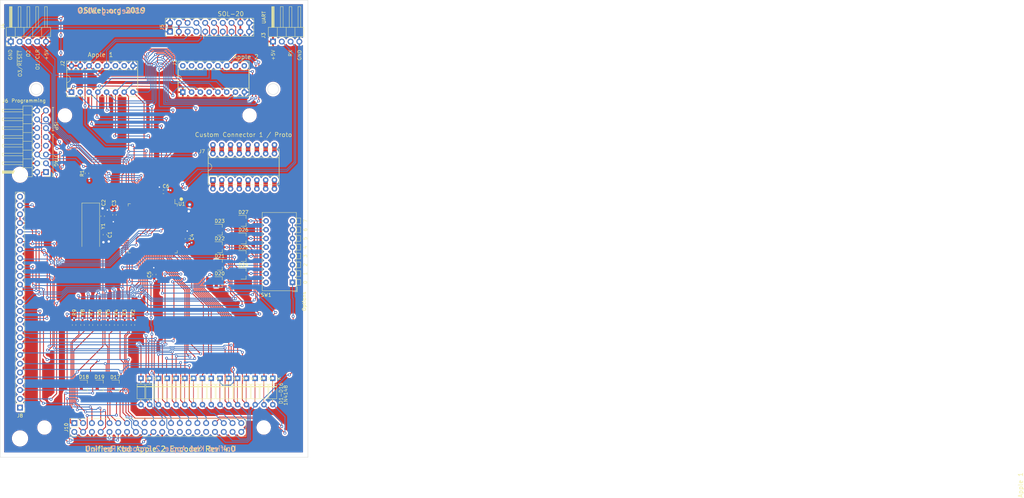
<source format=kicad_pcb>
(kicad_pcb (version 20171130) (host pcbnew "(5.1.6-0-10_14)")
  (title_block (title "Unified Retro Keyboard Apple 2 Encoder") (date 2020-06-23) (rev 4.0))
  (layers (0 F.Cu signal) (31 B.Cu signal) (34 B.Paste user) (35 F.Paste user) (36 B.SilkS user) (37 F.SilkS user) (38 B.Mask user) (39 F.Mask user) (44 Edge.Cuts user))
  (net 0 "")
  (net 1 GND)
  (net 2 /Row3)
  (net 3 /Row0)
  (net 4 /Row1)
  (net 5 /Row4)
  (net 6 /Row5)
  (net 7 /Row7)
  (net 8 /D7)
  (net 9 /D1)
  (net 10 /D2)
  (net 11 /D3)
  (net 12 /D4)
  (net 13 /D5)
  (net 14 /D6)
  (net 15 /Col0)
  (net 16 /Col1)
  (net 17 /Col2)
  (net 18 /Col3)
  (net 19 /Col4)
  (net 20 /Col5)
  (net 21 /Col6)
  (net 22 /Col7)
  (net 23 /Row6)
  (net 24 /Row2)
  (net 25 /D0)
  (net 26 /~STROBE)
  (net 27 /Row10)
  (net 28 /Row9)
  (net 29 /Row8)
  (net 30 /Row15)
  (net 31 /Row14)
  (net 32 /Row13)
  (net 33 /Row12)
  (net 34 /Row11)
  (net 35 /Tx)
  (net 36 /Rx)
  (net 37 "Net-(D11-Pad1)")
  (net 38 "Net-(D12-Pad1)")
  (net 39 "Net-(D13-Pad1)")
  (net 40 "Net-(D14-Pad1)")
  (net 41 "Net-(D15-Pad1)")
  (net 42 "Net-(D16-Pad1)")
  (net 43 "Net-(D20-Pad1)")
  (net 44 "Net-(D24-Pad1)")
  (net 45 "Net-(D25-Pad1)")
  (net 46 "Net-(D26-Pad1)")
  (net 47 "Net-(D4-Pad1)")
  (net 48 "Net-(D5-Pad1)")
  (net 49 "Net-(D6-Pad1)")
  (net 50 "Net-(D7-Pad1)")
  (net 51 "Net-(D8-Pad1)")
  (net 52 "Net-(D9-Pad1)")
  (net 53 "Net-(D10-Pad1)")
  (net 54 "Net-(D27-Pad1)")
  (net 55 /LED1)
  (net 56 /OUT1)
  (net 57 /OUT2)
  (net 58 /OUT3)
  (net 59 /LED3)
  (net 60 /LED2)
  (net 61 "Net-(C1-Pad1)")
  (net 62 "Net-(C2-Pad1)")
  (net 63 "Net-(D21-Pad1)")
  (net 64 "Net-(D22-Pad1)")
  (net 65 "Net-(D23-Pad1)")
  (net 66 "Net-(J1-Pad9)")
  (net 67 "Net-(J1-Pad4)")
  (net 68 "Net-(J1-Pad14)")
  (net 69 "Net-(J1-Pad15)")
  (net 70 "Net-(J1-Pad16)")
  (net 71 "Net-(J2-Pad10)")
  (net 72 "Net-(J2-Pad11)")
  (net 73 "Net-(J2-Pad13)")
  (net 74 "Net-(U1-Pad98)")
  (net 75 "Net-(U1-Pad97)")
  (net 76 "Net-(U1-Pad96)")
  (net 77 "Net-(U1-Pad95)")
  (net 78 "Net-(U1-Pad94)")
  (net 79 "Net-(U1-Pad89)")
  (net 80 "Net-(U1-Pad88)")
  (net 81 "Net-(U1-Pad87)")
  (net 82 "Net-(U1-Pad86)")
  (net 83 "Net-(U1-Pad85)")
  (net 84 "Net-(U1-Pad84)")
  (net 85 "Net-(U1-Pad83)")
  (net 86 "Net-(U1-Pad82)")
  (net 87 "Net-(U1-Pad70)")
  (net 88 "Net-(U1-Pad52)")
  (net 89 "Net-(U1-Pad51)")
  (net 90 "Net-(U1-Pad47)")
  (net 91 "Net-(U1-Pad46)")
  (net 92 "Net-(U1-Pad45)")
  (net 93 "Net-(U1-Pad44)")
  (net 94 "Net-(U1-Pad43)")
  (net 95 "Net-(U1-Pad42)")
  (net 96 "Net-(U1-Pad41)")
  (net 97 "Net-(U1-Pad40)")
  (net 98 "Net-(U1-Pad39)")
  (net 99 "Net-(U1-Pad38)")
  (net 100 "Net-(U1-Pad37)")
  (net 101 "Net-(U1-Pad36)")
  (net 102 "Net-(U1-Pad35)")
  (net 103 "Net-(U1-Pad29)")
  (net 104 "Net-(U1-Pad28)")
  (net 105 "Net-(U1-Pad19)")
  (net 106 "Net-(U1-Pad9)")
  (net 107 "Net-(U1-Pad8)")
  (net 108 "Net-(U1-Pad7)")
  (net 109 "Net-(U1-Pad6)")
  (net 110 "Net-(U1-Pad5)")
  (net 111 "Net-(U1-Pad4)")
  (net 112 "Net-(U1-Pad1)")
  (net 113 VCC)
  (net 114 "Net-(J8-Pad1)")
  (net 115 /TDI)
  (net 116 "Net-(J6-Pad8)")
  (net 117 "Net-(J6-Pad7)")
  (net 118 /~RESET)
  (net 119 /TMS)
  (net 120 /TDO)
  (net 121 /TCK)
  (net 122 "Net-(D1-Pad1)")
  (net 123 "Net-(D2-Pad1)")
  (net 124 "Net-(D3-Pad1)")
  (net 125 "Net-(D17-Pad2)")
  (net 126 "Net-(D18-Pad2)")
  (net 127 "Net-(D19-Pad2)")
  (net 128 "Net-(J7-Pad1)")
  (net 129 "Net-(J7-Pad9)")
  (net 130 "Net-(J7-Pad2)")
  (net 131 "Net-(J7-Pad10)")
  (net 132 "Net-(J7-Pad3)")
  (net 133 "Net-(J7-Pad11)")
  (net 134 "Net-(J7-Pad4)")
  (net 135 "Net-(J7-Pad12)")
  (net 136 "Net-(J7-Pad5)")
  (net 137 "Net-(J7-Pad13)")
  (net 138 "Net-(J7-Pad6)")
  (net 139 "Net-(J7-Pad14)")
  (net 140 "Net-(J7-Pad7)")
  (net 141 "Net-(J7-Pad15)")
  (net 142 "Net-(J7-Pad8)")
  (net 143 "Net-(J7-Pad16)")
  (net 144 "Net-(J10-Pad32)")
  (net 145 "Net-(J10-Pad30)")
  (net 146 "Net-(J10-Pad28)")
  (net 147 "Net-(J10-Pad26)")
  (net 148 "Net-(J8-Pad25)")
  (net 149 /MOSI)
  (net 150 /SCK)
  (net 151 /MISO)
  (module Diode_SMD:D_SOT-23_ANK (layer F.Cu) (at 188.2394 162.179)
    (fp_text reference D18 (at -0.254 -2.5) (layer F.SilkS))
    (fp_text value 1N4148)
    (pad 1 smd rect (at 1 0) (size 0.9 0.8) (layers F.Cu F.Paste F.Mask) (net 7 /Row7))
    (pad "" smd rect (at -1 0.95) (size 0.9 0.8) (layers F.Cu F.Paste F.Mask))
    (pad 2 smd rect (at -1 -0.95) (size 0.9 0.8) (layers F.Cu F.Paste F.Mask) (net 126 "Net-(D18-Pad2)"))
  )
  (module Diode_SMD:D_SOT-23_ANK (layer F.Cu) (at 192.8368 162.179)
    (fp_text reference D19 (at -0.3556 -2.4892) (layer F.SilkS))
    (fp_text value 1N4148)
    (pad 1 smd rect (at 1 0) (size 0.9 0.8) (layers F.Cu F.Paste F.Mask) (net 4 /Row1))
    (pad "" smd rect (at -1 0.95) (size 0.9 0.8) (layers F.Cu F.Paste F.Mask))
    (pad 2 smd rect (at -1 -0.95) (size 0.9 0.8) (layers F.Cu F.Paste F.Mask) (net 127 "Net-(D19-Pad2)"))
  )
  (module unikbd:D_DO-35_SOD27_P7.62mm_Horizontal_bypassed (layer F.Cu) (at 227.33 160.0724 270)
    (fp_text reference D15 hide)
    (fp_text value 1N4148)
    (fp_poly (pts (xy 7.239 0.127) (xy 0.381 0.127) (xy 0.381 0) (xy 7.239 0)) (layer F.Cu) (width 0.0508))
    (fp_text user K (at 0 -1.8 90) (layer F.SilkS))
    (pad 1 thru_hole rect (at 0 0 270) (size 1.6 1.6) (drill 0.8) (layers *.Cu *.Mask) (net 41 "Net-(D15-Pad1)"))
    (pad 2 thru_hole oval (at 7.62 0 270) (size 1.6 1.6) (drill 0.8) (layers *.Cu *.Mask) (net 33 /Row12))
  )
  (module unikbd:D_DO-35_SOD27_P7.62mm_Horizontal_bypassed (layer F.Cu) (at 229.87 160.0724 270)
    (fp_text reference D6 hide)
    (fp_text value 1N4148)
    (fp_poly (pts (xy 7.239 0.127) (xy 0.381 0.127) (xy 0.381 0) (xy 7.239 0)) (layer F.Cu) (width 0.0508))
    (fp_text user K (at 0 -1.8 90) (layer F.SilkS))
    (pad 1 thru_hole rect (at 0 0 270) (size 1.6 1.6) (drill 0.8) (layers *.Cu *.Mask) (net 49 "Net-(D6-Pad1)"))
    (pad 2 thru_hole oval (at 7.62 0 270) (size 1.6 1.6) (drill 0.8) (layers *.Cu *.Mask) (net 34 /Row11))
  )
  (module unikbd:D_DO-35_SOD27_P7.62mm_Horizontal_bypassed (layer F.Cu) (at 232.41 160.0724 270)
    (fp_text reference D14 hide)
    (fp_text value 1N4148)
    (fp_poly (pts (xy 7.239 0.127) (xy 0.381 0.127) (xy 0.381 0) (xy 7.239 0)) (layer F.Cu) (width 0.0508))
    (fp_text user K (at 0 -1.8 90) (layer F.SilkS))
    (pad 1 thru_hole rect (at 0 0 270) (size 1.6 1.6) (drill 0.8) (layers *.Cu *.Mask) (net 40 "Net-(D14-Pad1)"))
    (pad 2 thru_hole oval (at 7.62 0 270) (size 1.6 1.6) (drill 0.8) (layers *.Cu *.Mask) (net 27 /Row10))
  )
  (module unikbd:D_DO-35_SOD27_P7.62mm_Horizontal_bypassed (layer F.Cu) (at 234.95 160.0724 270)
    (fp_text reference D5 hide)
    (fp_text value 1N4148)
    (fp_poly (pts (xy 7.239 0.127) (xy 0.381 0.127) (xy 0.381 0) (xy 7.239 0)) (layer F.Cu) (width 0.0508))
    (fp_text user K (at 0 -1.8 90) (layer F.SilkS))
    (pad 1 thru_hole rect (at 0 0 270) (size 1.6 1.6) (drill 0.8) (layers *.Cu *.Mask) (net 48 "Net-(D5-Pad1)"))
    (pad 2 thru_hole oval (at 7.62 0 270) (size 1.6 1.6) (drill 0.8) (layers *.Cu *.Mask) (net 28 /Row9))
  )
  (module unikbd:D_DO-35_SOD27_P7.62mm_Horizontal_bypassed (layer F.Cu) (at 237.49 160.0724 270)
    (fp_text reference D13 hide)
    (fp_text value 1N4148)
    (fp_poly (pts (xy 7.239 0.127) (xy 0.381 0.127) (xy 0.381 0) (xy 7.239 0)) (layer F.Cu) (width 0.0508))
    (fp_text user K (at 0 -1.8 90) (layer F.SilkS))
    (pad 1 thru_hole rect (at 0 0 270) (size 1.6 1.6) (drill 0.8) (layers *.Cu *.Mask) (net 39 "Net-(D13-Pad1)"))
    (pad 2 thru_hole oval (at 7.62 0 270) (size 1.6 1.6) (drill 0.8) (layers *.Cu *.Mask) (net 29 /Row8))
  )
  (module unikbd:D_DO-35_SOD27_P7.62mm_Horizontal_bypassed (layer F.Cu) (at 242.57 160.0724 270)
    (fp_text reference D8 hide)
    (fp_text value 1N4148)
    (fp_poly (pts (xy 7.239 0.127) (xy 0.381 0.127) (xy 0.381 0) (xy 7.239 0)) (layer F.Cu) (width 0.0508))
    (fp_text user K (at 0 -1.8 90) (layer F.SilkS))
    (pad 1 thru_hole rect (at 0 0 270) (size 1.6 1.6) (drill 0.8) (layers *.Cu *.Mask) (net 51 "Net-(D8-Pad1)"))
    (pad 2 thru_hole oval (at 7.62 0 270) (size 1.6 1.6) (drill 0.8) (layers *.Cu *.Mask) (net 30 /Row15))
  )
  (module unikbd:D_DO-35_SOD27_P7.62mm_Horizontal_bypassed (layer F.Cu) (at 224.79 160.0724 270)
    (fp_text reference D7 hide)
    (fp_text value 1N4148)
    (fp_poly (pts (xy 7.239 0.127) (xy 0.381 0.127) (xy 0.381 0) (xy 7.239 0)) (layer F.Cu) (width 0.0508))
    (fp_text user K (at 0 -1.8 90) (layer F.SilkS))
    (pad 1 thru_hole rect (at 0 0 270) (size 1.6 1.6) (drill 0.8) (layers *.Cu *.Mask) (net 50 "Net-(D7-Pad1)"))
    (pad 2 thru_hole oval (at 7.62 0 270) (size 1.6 1.6) (drill 0.8) (layers *.Cu *.Mask) (net 32 /Row13))
  )
  (module unikbd:D_DO-35_SOD27_P7.62mm_Horizontal_bypassed (layer F.Cu) (at 222.25 160.0724 270)
    (fp_text reference D16 hide)
    (fp_text value 1N4148)
    (fp_poly (pts (xy 7.239 0.127) (xy 0.381 0.127) (xy 0.381 0) (xy 7.239 0)) (layer F.Cu) (width 0.0508))
    (fp_text user K (at 0 -1.8 90) (layer F.SilkS))
    (pad 1 thru_hole rect (at 0 0 270) (size 1.6 1.6) (drill 0.8) (layers *.Cu *.Mask) (net 42 "Net-(D16-Pad1)"))
    (pad 2 thru_hole oval (at 7.62 0 270) (size 1.6 1.6) (drill 0.8) (layers *.Cu *.Mask) (net 31 /Row14))
  )
  (module unikbd:D_DO-35_SOD27_P7.62mm_Horizontal_bypassed (layer F.Cu) (at 240.03 160.0724 270)
    (fp_text reference D4 hide)
    (fp_text value 1N4148)
    (fp_poly (pts (xy 7.239 0.127) (xy 0.381 0.127) (xy 0.381 0) (xy 7.239 0)) (layer F.Cu) (width 0.0508))
    (fp_text user K (at 0 -1.8 90) (layer F.SilkS))
    (pad 1 thru_hole rect (at 0 0 270) (size 1.6 1.6) (drill 0.8) (layers *.Cu *.Mask) (net 47 "Net-(D4-Pad1)"))
    (pad 2 thru_hole oval (at 7.62 0 270) (size 1.6 1.6) (drill 0.8) (layers *.Cu *.Mask) (net 7 /Row7))
  )
  (module unikbd:D_DO-35_SOD27_P7.62mm_Horizontal_bypassed (layer F.Cu) (at 204.47 160.0724 270)
    (fp_text reference D12 hide)
    (fp_text value 1N4148)
    (fp_poly (pts (xy 7.239 0.127) (xy 0.381 0.127) (xy 0.381 0) (xy 7.239 0)) (layer F.Cu) (width 0.0508))
    (fp_text user K (at 0 -1.8 90) (layer F.SilkS))
    (pad 1 thru_hole rect (at 0 0 270) (size 1.6 1.6) (drill 0.8) (layers *.Cu *.Mask) (net 38 "Net-(D12-Pad1)"))
    (pad 2 thru_hole oval (at 7.62 0 270) (size 1.6 1.6) (drill 0.8) (layers *.Cu *.Mask) (net 23 /Row6))
  )
  (module unikbd:D_DO-35_SOD27_P7.62mm_Horizontal_bypassed (layer F.Cu) (at 209.55 160.0724 270)
    (fp_text reference D11 hide)
    (fp_text value 1N4148)
    (fp_poly (pts (xy 7.239 0.127) (xy 0.381 0.127) (xy 0.381 0) (xy 7.239 0)) (layer F.Cu) (width 0.0508))
    (fp_text user K (at 0 -1.8 90) (layer F.SilkS))
    (pad 1 thru_hole rect (at 0 0 270) (size 1.6 1.6) (drill 0.8) (layers *.Cu *.Mask) (net 37 "Net-(D11-Pad1)"))
    (pad 2 thru_hole oval (at 7.62 0 270) (size 1.6 1.6) (drill 0.8) (layers *.Cu *.Mask) (net 5 /Row4))
  )
  (module unikbd:D_DO-35_SOD27_P7.62mm_Horizontal_bypassed (layer F.Cu) (at 214.63 160.0724 270)
    (fp_text reference D10 hide)
    (fp_text value 1N4148)
    (fp_poly (pts (xy 7.239 0.127) (xy 0.381 0.127) (xy 0.381 0) (xy 7.239 0)) (layer F.Cu) (width 0.0508))
    (fp_text user K (at 0 -1.8 90) (layer F.SilkS))
    (pad 1 thru_hole rect (at 0 0 270) (size 1.6 1.6) (drill 0.8) (layers *.Cu *.Mask) (net 53 "Net-(D10-Pad1)"))
    (pad 2 thru_hole oval (at 7.62 0 270) (size 1.6 1.6) (drill 0.8) (layers *.Cu *.Mask) (net 24 /Row2))
  )
  (module unikbd:D_DO-35_SOD27_P7.62mm_Horizontal_bypassed (layer F.Cu) (at 219.71 160.0724 270)
    (fp_text reference D9 hide)
    (fp_text value 1N4148)
    (fp_poly (pts (xy 7.239 0.127) (xy 0.381 0.127) (xy 0.381 0) (xy 7.239 0)) (layer F.Cu) (width 0.0508))
    (fp_text user K (at 0 -1.8 90) (layer F.SilkS))
    (pad 1 thru_hole rect (at 0 0 270) (size 1.6 1.6) (drill 0.8) (layers *.Cu *.Mask) (net 52 "Net-(D9-Pad1)"))
    (pad 2 thru_hole oval (at 7.62 0 270) (size 1.6 1.6) (drill 0.8) (layers *.Cu *.Mask) (net 3 /Row0))
  )
  (module unikbd:D_DO-35_SOD27_P7.62mm_Horizontal_bypassed (layer F.Cu) (at 207.01 160.0724 270)
    (fp_text reference D3 hide)
    (fp_text value 1N4148)
    (fp_poly (pts (xy 7.239 0.127) (xy 0.381 0.127) (xy 0.381 0) (xy 7.239 0)) (layer F.Cu) (width 0.0508))
    (fp_text user K (at 0 -1.8 90) (layer F.SilkS))
    (pad 1 thru_hole rect (at 0 0 270) (size 1.6 1.6) (drill 0.8) (layers *.Cu *.Mask) (net 124 "Net-(D3-Pad1)"))
    (pad 2 thru_hole oval (at 7.62 0 270) (size 1.6 1.6) (drill 0.8) (layers *.Cu *.Mask) (net 6 /Row5))
  )
  (module unikbd:D_DO-35_SOD27_P7.62mm_Horizontal_bypassed (layer F.Cu) (at 212.09 160.0724 270)
    (fp_text reference D2 hide)
    (fp_text value 1N4148)
    (fp_poly (pts (xy 7.239 0.127) (xy 0.381 0.127) (xy 0.381 0) (xy 7.239 0)) (layer F.Cu) (width 0.0508))
    (fp_text user K (at 0 -1.8 90) (layer F.SilkS))
    (pad 1 thru_hole rect (at 0 0 270) (size 1.6 1.6) (drill 0.8) (layers *.Cu *.Mask) (net 123 "Net-(D2-Pad1)"))
    (pad 2 thru_hole oval (at 7.62 0 270) (size 1.6 1.6) (drill 0.8) (layers *.Cu *.Mask) (net 2 /Row3))
  )
  (module unikbd:D_DO-35_SOD27_P7.62mm_Horizontal_bypassed (layer F.Cu) (at 217.17 160.0724 270)
    (fp_text reference D1 hide)
    (fp_text value 1N4148)
    (fp_poly (pts (xy 7.239 0.127) (xy 0.381 0.127) (xy 0.381 0) (xy 7.239 0)) (layer F.Cu) (width 0.0508))
    (fp_text user K (at 0 -1.8 90) (layer F.SilkS))
    (pad 1 thru_hole rect (at 0 0 270) (size 1.6 1.6) (drill 0.8) (layers *.Cu *.Mask) (net 122 "Net-(D1-Pad1)"))
    (pad 2 thru_hole oval (at 7.62 0 270) (size 1.6 1.6) (drill 0.8) (layers *.Cu *.Mask) (net 4 /Row1))
  )
  (module Diode_SMD:D_SOT-23_ANK (layer F.Cu) (at 197.4342 162.179)
    (fp_text reference D17 (at -0.381 -2.4384) (layer F.SilkS))
    (fp_text value 1N4148)
    (pad 1 smd rect (at 1 0) (size 0.9 0.8) (layers F.Cu F.Paste F.Mask) (net 3 /Row0))
    (pad "" smd rect (at -1 0.95) (size 0.9 0.8) (layers F.Cu F.Paste F.Mask))
    (pad 2 smd rect (at -1 -0.95) (size 0.9 0.8) (layers F.Cu F.Paste F.Mask) (net 125 "Net-(D17-Pad2)"))
  )
  (module Crystal:Crystal_SMD_HC49-SD (layer F.Cu) (at 189.9666 116.1288 270)
    (fp_text reference Y1 (at 0 -3.55 90) (layer F.SilkS))
    (fp_text value "16.000 MHz")
    (pad 1 smd rect (at -4.25 0 270) (size 4.5 2) (layers F.Cu F.Paste F.Mask) (net 62 "Net-(C2-Pad1)"))
    (pad 2 smd rect (at 4.25 0 270) (size 4.5 2) (layers F.Cu F.Paste F.Mask) (net 61 "Net-(C1-Pad1)"))
  )
  (module Capacitor_SMD:C_0603_1608Metric (layer F.Cu) (at 196.8246 112.8522 270)
    (fp_text reference C3 (at -3.3274 0.1016 90) (layer F.SilkS))
    (fp_text value "0.1 uF")
    (pad 1 smd roundrect (at -0.7875 0 270) (size 0.875 0.95) (layers F.Cu F.Paste F.Mask) (net 113 VCC))
    (pad 2 smd roundrect (at 0.7875 0 270) (size 0.875 0.95) (layers F.Cu F.Paste F.Mask) (net 1 GND))
  )
  (module Resistor_SMD:R_0603_1608Metric (layer F.Cu) (at 188.8744 100.8634 90)
    (fp_text reference R1 (at 0 -1.43 90) (layer F.SilkS))
    (fp_text value 10k)
    (pad 2 smd roundrect (at 0.7875 0 90) (size 0.875 0.95) (layers F.Cu F.Paste F.Mask) (net 118 /~RESET))
    (pad 1 smd roundrect (at -0.7875 0 90) (size 0.875 0.95) (layers F.Cu F.Paste F.Mask) (net 113 VCC))
  )
  (module Capacitor_SMD:C_0603_1608Metric (layer F.Cu) (at 210.9724 106.1974 180)
    (fp_text reference C6 (at -0.7366 1.6256) (layer F.SilkS))
    (fp_text value "0.1 uF")
    (pad 2 smd roundrect (at 0.7875 0 180) (size 0.875 0.95) (layers F.Cu F.Paste F.Mask) (net 1 GND))
    (pad 1 smd roundrect (at -0.7875 0 180) (size 0.875 0.95) (layers F.Cu F.Paste F.Mask) (net 113 VCC))
  )
  (module Capacitor_SMD:C_0603_1608Metric (layer F.Cu) (at 208.3054 130.0988 90)
    (fp_text reference C5 (at 0 -1.43 90) (layer F.SilkS))
    (fp_text value "0.1 uF")
    (pad 2 smd roundrect (at 0.7875 0 90) (size 0.875 0.95) (layers F.Cu F.Paste F.Mask) (net 1 GND))
    (pad 1 smd roundrect (at -0.7875 0 90) (size 0.875 0.95) (layers F.Cu F.Paste F.Mask) (net 113 VCC))
  )
  (module Capacitor_SMD:C_0603_1608Metric (layer F.Cu) (at 217.7542 119.761 90)
    (fp_text reference C4 (at 0.4826 1.4478 90) (layer F.SilkS))
    (fp_text value "0.1 uF")
    (pad 2 smd roundrect (at 0.7875 0 90) (size 0.875 0.95) (layers F.Cu F.Paste F.Mask) (net 1 GND))
    (pad 1 smd roundrect (at -0.7875 0 90) (size 0.875 0.95) (layers F.Cu F.Paste F.Mask) (net 113 VCC))
  )
  (module Capacitor_SMD:C_0603_1608Metric (layer F.Cu) (at 193.421 113.2331 90)
    (fp_text reference C2 (at 3.8861 0.254 90) (layer F.SilkS))
    (fp_text value 36pf)
    (pad 2 smd roundrect (at 0.7875 0 90) (size 0.875 0.95) (layers F.Cu F.Paste F.Mask) (net 1 GND))
    (pad 1 smd roundrect (at -0.7875 0 90) (size 0.875 0.95) (layers F.Cu F.Paste F.Mask) (net 62 "Net-(C2-Pad1)"))
  )
  (module Capacitor_SMD:C_0603_1608Metric (layer F.Cu) (at 194.056 118.5672 270)
    (fp_text reference C1 (at 0 -1.43 90) (layer F.SilkS))
    (fp_text value 36pf)
    (pad 2 smd roundrect (at 0.7875 0 270) (size 0.875 0.95) (layers F.Cu F.Paste F.Mask) (net 1 GND))
    (pad 1 smd roundrect (at -0.7875 0 270) (size 0.875 0.95) (layers F.Cu F.Paste F.Mask) (net 61 "Net-(C1-Pad1)"))
  )
  (module Resistor_SMD:R_0603_1608Metric (layer F.Cu) (at 185.166 144.6784 270)
    (fp_text reference R9 (at -3.6068 -0.0508 90) (layer F.SilkS))
    (fp_text value 10k)
    (pad 2 smd roundrect (at 0.7875 0 270) (size 0.875 0.95) (layers F.Cu F.Paste F.Mask) (net 22 /Col7))
    (pad 1 smd roundrect (at -0.7875 0 270) (size 0.875 0.95) (layers F.Cu F.Paste F.Mask) (net 113 VCC))
  )
  (module Resistor_SMD:R_0603_1608Metric (layer F.Cu) (at 187.597142 144.6784 270)
    (fp_text reference R8 (at -3.6068 -0.043543 90) (layer F.SilkS))
    (fp_text value 10k)
    (pad 2 smd roundrect (at 0.7875 0 270) (size 0.875 0.95) (layers F.Cu F.Paste F.Mask) (net 21 /Col6))
    (pad 1 smd roundrect (at -0.7875 0 270) (size 0.875 0.95) (layers F.Cu F.Paste F.Mask) (net 113 VCC))
  )
  (module Resistor_SMD:R_0603_1608Metric (layer F.Cu) (at 190.028284 144.6784 270)
    (fp_text reference R7 (at -3.6068 -0.036286 90) (layer F.SilkS))
    (fp_text value 10k)
    (pad 2 smd roundrect (at 0.7875 0 270) (size 0.875 0.95) (layers F.Cu F.Paste F.Mask) (net 20 /Col5))
    (pad 1 smd roundrect (at -0.7875 0 270) (size 0.875 0.95) (layers F.Cu F.Paste F.Mask) (net 113 VCC))
  )
  (module Resistor_SMD:R_0603_1608Metric (layer F.Cu) (at 192.459426 144.6784 270)
    (fp_text reference R6 (at -3.6068 -0.029029 90) (layer F.SilkS))
    (fp_text value 10k)
    (pad 2 smd roundrect (at 0.7875 0 270) (size 0.875 0.95) (layers F.Cu F.Paste F.Mask) (net 19 /Col4))
    (pad 1 smd roundrect (at -0.7875 0 270) (size 0.875 0.95) (layers F.Cu F.Paste F.Mask) (net 113 VCC))
  )
  (module Resistor_SMD:R_0603_1608Metric (layer F.Cu) (at 194.890568 144.6784 270)
    (fp_text reference R5 (at -3.6068 -0.021772 90) (layer F.SilkS))
    (fp_text value 10k)
    (pad 2 smd roundrect (at 0.7875 0 270) (size 0.875 0.95) (layers F.Cu F.Paste F.Mask) (net 18 /Col3))
    (pad 1 smd roundrect (at -0.7875 0 270) (size 0.875 0.95) (layers F.Cu F.Paste F.Mask) (net 113 VCC))
  )
  (module Resistor_SMD:R_0603_1608Metric (layer F.Cu) (at 197.32171 144.6784 270)
    (fp_text reference R4 (at -3.6068 -0.014515 90) (layer F.SilkS))
    (fp_text value 10k)
    (pad 2 smd roundrect (at 0.7875 0 270) (size 0.875 0.95) (layers F.Cu F.Paste F.Mask) (net 17 /Col2))
    (pad 1 smd roundrect (at -0.7875 0 270) (size 0.875 0.95) (layers F.Cu F.Paste F.Mask) (net 113 VCC))
  )
  (module Resistor_SMD:R_0603_1608Metric (layer F.Cu) (at 199.752852 144.6784 270)
    (fp_text reference R3 (at -3.6068 -0.007258 90) (layer F.SilkS))
    (fp_text value 10k)
    (pad 2 smd roundrect (at 0.7875 0 270) (size 0.875 0.95) (layers F.Cu F.Paste F.Mask) (net 16 /Col1))
    (pad 1 smd roundrect (at -0.7875 0 270) (size 0.875 0.95) (layers F.Cu F.Paste F.Mask) (net 113 VCC))
  )
  (module Resistor_SMD:R_0603_1608Metric (layer F.Cu) (at 202.184 144.6784 270)
    (fp_text reference R2 (at -3.6068 0 90) (layer F.SilkS))
    (fp_text value 10k)
    (pad 2 smd roundrect (at 0.7875 0 270) (size 0.875 0.95) (layers F.Cu F.Paste F.Mask) (net 15 /Col0))
    (pad 1 smd roundrect (at -0.7875 0 270) (size 0.875 0.95) (layers F.Cu F.Paste F.Mask) (net 113 VCC))
  )
  (module Diode_SMD:D_SOT-23_ANK (layer F.Cu) (at 234.0888 114.581)
    (fp_text reference D27 (at 0 -2.5) (layer F.SilkS))
    (fp_text value 1N4148)
    (pad 2 smd rect (at -1 -0.95) (size 0.9 0.8) (layers F.Cu F.Paste F.Mask) (net 22 /Col7))
    (pad "" smd rect (at -1 0.95) (size 0.9 0.8) (layers F.Cu F.Paste F.Mask))
    (pad 1 smd rect (at 1 0) (size 0.9 0.8) (layers F.Cu F.Paste F.Mask) (net 54 "Net-(D27-Pad1)"))
  )
  (module Diode_SMD:D_SOT-23_ANK (layer F.Cu) (at 234.0888 119.661)
    (fp_text reference D26 (at 0 -2.5) (layer F.SilkS))
    (fp_text value 1N4148)
    (pad 2 smd rect (at -1 -0.95) (size 0.9 0.8) (layers F.Cu F.Paste F.Mask) (net 20 /Col5))
    (pad "" smd rect (at -1 0.95) (size 0.9 0.8) (layers F.Cu F.Paste F.Mask))
    (pad 1 smd rect (at 1 0) (size 0.9 0.8) (layers F.Cu F.Paste F.Mask) (net 46 "Net-(D26-Pad1)"))
  )
  (module Diode_SMD:D_SOT-23_ANK (layer F.Cu) (at 234.0888 124.741)
    (fp_text reference D25 (at 0 -2.5) (layer F.SilkS))
    (fp_text value 1N4148)
    (pad 2 smd rect (at -1 -0.95) (size 0.9 0.8) (layers F.Cu F.Paste F.Mask) (net 18 /Col3))
    (pad "" smd rect (at -1 0.95) (size 0.9 0.8) (layers F.Cu F.Paste F.Mask))
    (pad 1 smd rect (at 1 0) (size 0.9 0.8) (layers F.Cu F.Paste F.Mask) (net 45 "Net-(D25-Pad1)"))
  )
  (module Diode_SMD:D_SOT-23_ANK (layer F.Cu) (at 234.0888 129.821)
    (fp_text reference D24 (at 0 -2.5) (layer F.SilkS))
    (fp_text value 1N4148)
    (pad 2 smd rect (at -1 -0.95) (size 0.9 0.8) (layers F.Cu F.Paste F.Mask) (net 16 /Col1))
    (pad "" smd rect (at -1 0.95) (size 0.9 0.8) (layers F.Cu F.Paste F.Mask))
    (pad 1 smd rect (at 1 0) (size 0.9 0.8) (layers F.Cu F.Paste F.Mask) (net 44 "Net-(D24-Pad1)"))
  )
  (module Diode_SMD:D_SOT-23_ANK (layer F.Cu) (at 227.2308 117.121)
    (fp_text reference D23 (at 0 -2.5) (layer F.SilkS))
    (fp_text value 1N4148)
    (pad 2 smd rect (at -1 -0.95) (size 0.9 0.8) (layers F.Cu F.Paste F.Mask) (net 21 /Col6))
    (pad "" smd rect (at -1 0.95) (size 0.9 0.8) (layers F.Cu F.Paste F.Mask))
    (pad 1 smd rect (at 1 0) (size 0.9 0.8) (layers F.Cu F.Paste F.Mask) (net 65 "Net-(D23-Pad1)"))
  )
  (module Diode_SMD:D_SOT-23_ANK (layer F.Cu) (at 227.2308 122.184066)
    (fp_text reference D22 (at 0 -2.5) (layer F.SilkS))
    (fp_text value 1N4148)
    (pad 2 smd rect (at -1 -0.95) (size 0.9 0.8) (layers F.Cu F.Paste F.Mask) (net 19 /Col4))
    (pad "" smd rect (at -1 0.95) (size 0.9 0.8) (layers F.Cu F.Paste F.Mask))
    (pad 1 smd rect (at 1 0) (size 0.9 0.8) (layers F.Cu F.Paste F.Mask) (net 64 "Net-(D22-Pad1)"))
  )
  (module Diode_SMD:D_SOT-23_ANK (layer F.Cu) (at 227.2308 127.247132)
    (fp_text reference D21 (at 0 -2.5) (layer F.SilkS))
    (fp_text value 1N4148)
    (pad 2 smd rect (at -1 -0.95) (size 0.9 0.8) (layers F.Cu F.Paste F.Mask) (net 17 /Col2))
    (pad "" smd rect (at -1 0.95) (size 0.9 0.8) (layers F.Cu F.Paste F.Mask))
    (pad 1 smd rect (at 1 0) (size 0.9 0.8) (layers F.Cu F.Paste F.Mask) (net 63 "Net-(D21-Pad1)"))
  )
  (module Diode_SMD:D_SOT-23_ANK (layer F.Cu) (at 227.2308 132.3102)
    (fp_text reference D20 (at 0 -2.5) (layer F.SilkS))
    (fp_text value 1N4148)
    (pad 2 smd rect (at -1 -0.95) (size 0.9 0.8) (layers F.Cu F.Paste F.Mask) (net 15 /Col0))
    (pad "" smd rect (at -1 0.95) (size 0.9 0.8) (layers F.Cu F.Paste F.Mask))
    (pad 1 smd rect (at 1 0) (size 0.9 0.8) (layers F.Cu F.Paste F.Mask) (net 43 "Net-(D20-Pad1)"))
  )
  (module unikbd:kbd_header_and_mounting_holes (layer F.Cu) (at 185.397 175.5918 90)
    (fp_text reference J10 (at 1.2954 -2.5078 90) (layer F.SilkS))
    (fp_text value Keyboard)
    (pad 1 thru_hole rect (at 2.5654 -0.1778 90) (size 1.7 1.7) (drill 1) (layers *.Cu *.Mask) (net 22 /Col7))
    (pad 2 thru_hole oval (at 0.0254 -0.1778 90) (size 1.7 1.7) (drill 1) (layers *.Cu *.Mask) (net 15 /Col0))
    (pad 3 thru_hole oval (at 2.5654 2.3622 90) (size 1.7 1.7) (drill 1) (layers *.Cu *.Mask) (net 21 /Col6))
    (pad 4 thru_hole oval (at 0.0254 2.3622 90) (size 1.7 1.7) (drill 1) (layers *.Cu *.Mask) (net 125 "Net-(D17-Pad2)"))
    (pad 5 thru_hole oval (at 2.5654 4.9022 90) (size 1.7 1.7) (drill 1) (layers *.Cu *.Mask) (net 20 /Col5))
    (pad 6 thru_hole oval (at 0.0254 4.9022 90) (size 1.7 1.7) (drill 1) (layers *.Cu *.Mask) (net 113 VCC))
    (pad 7 thru_hole oval (at 2.5654 7.4422 90) (size 1.7 1.7) (drill 1) (layers *.Cu *.Mask) (net 19 /Col4))
    (pad 8 thru_hole oval (at 0.0254 7.4422 90) (size 1.7 1.7) (drill 1) (layers *.Cu *.Mask) (net 55 /LED1))
    (pad 9 thru_hole oval (at 2.5654 9.9822 90) (size 1.7 1.7) (drill 1) (layers *.Cu *.Mask) (net 18 /Col3))
    (pad 10 thru_hole oval (at 0.0254 9.9822 90) (size 1.7 1.7) (drill 1) (layers *.Cu *.Mask) (net 15 /Col0))
    (pad 11 thru_hole oval (at 2.5654 12.5222 90) (size 1.7 1.7) (drill 1) (layers *.Cu *.Mask) (net 17 /Col2))
    (pad 12 thru_hole oval (at 0.0254 12.5222 90) (size 1.7 1.7) (drill 1) (layers *.Cu *.Mask) (net 126 "Net-(D18-Pad2)"))
    (pad 13 thru_hole oval (at 2.5654 15.0622 90) (size 1.7 1.7) (drill 1) (layers *.Cu *.Mask) (net 16 /Col1))
    (pad 14 thru_hole oval (at 0.0254 15.0622 90) (size 1.7 1.7) (drill 1) (layers *.Cu *.Mask) (net 113 VCC))
    (pad 15 thru_hole oval (at 2.5654 17.6022 90) (size 1.7 1.7) (drill 1) (layers *.Cu *.Mask) (net 15 /Col0))
    (pad 16 thru_hole oval (at 0.0254 17.6022 90) (size 1.7 1.7) (drill 1) (layers *.Cu *.Mask) (net 60 /LED2))
    (pad 17 thru_hole oval (at 2.5654 20.1422 90) (size 1.7 1.7) (drill 1) (layers *.Cu *.Mask) (net 7 /Row7))
    (pad 18 thru_hole oval (at 0.0254 20.1422 90) (size 1.7 1.7) (drill 1) (layers *.Cu *.Mask) (net 15 /Col0))
    (pad 19 thru_hole oval (at 2.5654 22.6822 90) (size 1.7 1.7) (drill 1) (layers *.Cu *.Mask) (net 23 /Row6))
    (pad 20 thru_hole oval (at 0.0254 22.6822 90) (size 1.7 1.7) (drill 1) (layers *.Cu *.Mask) (net 127 "Net-(D19-Pad2)"))
    (pad 21 thru_hole oval (at 2.5654 25.2222 90) (size 1.7 1.7) (drill 1) (layers *.Cu *.Mask) (net 6 /Row5))
    (pad 22 thru_hole oval (at 0.0254 25.2222 90) (size 1.7 1.7) (drill 1) (layers *.Cu *.Mask) (net 113 VCC))
    (pad 23 thru_hole oval (at 2.5654 27.7622 90) (size 1.7 1.7) (drill 1) (layers *.Cu *.Mask) (net 5 /Row4))
    (pad 24 thru_hole oval (at 0.0254 27.7622 90) (size 1.7 1.7) (drill 1) (layers *.Cu *.Mask) (net 59 /LED3))
    (pad 25 thru_hole oval (at 2.5654 30.3022 90) (size 1.7 1.7) (drill 1) (layers *.Cu *.Mask) (net 2 /Row3))
    (pad 26 thru_hole oval (at 0.0254 30.3022 90) (size 1.7 1.7) (drill 1) (layers *.Cu *.Mask) (net 147 "Net-(J10-Pad26)"))
    (pad 27 thru_hole oval (at 2.5654 32.8422 90) (size 1.7 1.7) (drill 1) (layers *.Cu *.Mask) (net 24 /Row2))
    (pad 28 thru_hole oval (at 0.0254 32.8422 90) (size 1.7 1.7) (drill 1) (layers *.Cu *.Mask) (net 146 "Net-(J10-Pad28)"))
    (pad 29 thru_hole oval (at 2.5654 35.3822 90) (size 1.7 1.7) (drill 1) (layers *.Cu *.Mask) (net 4 /Row1))
    (pad 30 thru_hole oval (at 0.0254 35.3822 90) (size 1.7 1.7) (drill 1) (layers *.Cu *.Mask) (net 145 "Net-(J10-Pad30)"))
    (pad 31 thru_hole oval (at 2.5654 37.9222 90) (size 1.7 1.7) (drill 1) (layers *.Cu *.Mask) (net 3 /Row0))
    (pad 32 thru_hole oval (at 0.0254 37.9222 90) (size 1.7 1.7) (drill 1) (layers *.Cu *.Mask) (net 144 "Net-(J10-Pad32)"))
    (pad 33 thru_hole oval (at 2.5654 40.4622 90) (size 1.7 1.7) (drill 1) (layers *.Cu *.Mask) (net 30 /Row15))
    (pad 34 thru_hole oval (at 0.0254 40.4622 90) (size 1.7 1.7) (drill 1) (layers *.Cu *.Mask) (net 29 /Row8))
    (pad 35 thru_hole oval (at 2.5654 43.0022 90) (size 1.7 1.7) (drill 1) (layers *.Cu *.Mask) (net 31 /Row14))
    (pad 36 thru_hole oval (at 0.0254 43.0022 90) (size 1.7 1.7) (drill 1) (layers *.Cu *.Mask) (net 28 /Row9))
    (pad 37 thru_hole oval (at 2.5654 45.5422 90) (size 1.7 1.7) (drill 1) (layers *.Cu *.Mask) (net 32 /Row13))
    (pad 38 thru_hole oval (at 0.0254 45.5422 90) (size 1.7 1.7) (drill 1) (layers *.Cu *.Mask) (net 27 /Row10))
    (pad 39 thru_hole oval (at 2.5654 48.0822 90) (size 1.7 1.7) (drill 1) (layers *.Cu *.Mask) (net 33 /Row12))
    (pad 40 thru_hole oval (at 0.0254 48.0822 90) (size 1.7 1.7) (drill 1) (layers *.Cu *.Mask) (net 34 /Row11))
    (pad "" np_thru_hole circle (at 1.2954 54.5606 90) (size 3.175 3.175) (drill 3.175) (layers *.Cu *.Mask))
    (pad "" np_thru_hole circle (at 1.2954 -8.8124 90) (size 3.175 3.175) (drill 3.175) (layers *.Cu *.Mask))
    (pad "" np_thru_hole circle (at 91.4924 -2.8688 90) (size 3.175 3.175) (drill 3.175) (layers *.Cu *.Mask))
    (pad "" np_thru_hole circle (at 91.4924 50.4712 90) (size 3.175 3.175) (drill 3.175) (layers *.Cu *.Mask))
  )
  (module Connector_PinHeader_2.54mm:PinHeader_1x25_P2.54mm_Vertical (layer F.Cu) (at 169.522 168.556 180)
    (fp_text reference J8 (at 0 -2.33) (layer F.SilkS))
    (fp_text value "Apple II Matrix")
    (pad 25 thru_hole oval (at 0 60.96 180) (size 1.7 1.7) (drill 1) (layers *.Cu *.Mask) (net 148 "Net-(J8-Pad25)"))
    (pad 24 thru_hole oval (at 0 58.42 180) (size 1.7 1.7) (drill 1) (layers *.Cu *.Mask) (net 16 /Col1))
    (pad 23 thru_hole oval (at 0 55.88 180) (size 1.7 1.7) (drill 1) (layers *.Cu *.Mask) (net 34 /Row11))
    (pad 22 thru_hole oval (at 0 53.34 180) (size 1.7 1.7) (drill 1) (layers *.Cu *.Mask) (net 34 /Row11))
    (pad 21 thru_hole oval (at 0 50.8 180) (size 1.7 1.7) (drill 1) (layers *.Cu *.Mask) (net 17 /Col2))
    (pad 20 thru_hole oval (at 0 48.26 180) (size 1.7 1.7) (drill 1) (layers *.Cu *.Mask) (net 34 /Row11))
    (pad 19 thru_hole oval (at 0 45.72 180) (size 1.7 1.7) (drill 1) (layers *.Cu *.Mask) (net 18 /Col3))
    (pad 18 thru_hole oval (at 0 43.18 180) (size 1.7 1.7) (drill 1) (layers *.Cu *.Mask) (net 27 /Row10))
    (pad 17 thru_hole oval (at 0 40.64 180) (size 1.7 1.7) (drill 1) (layers *.Cu *.Mask) (net 15 /Col0))
    (pad 16 thru_hole oval (at 0 38.1 180) (size 1.7 1.7) (drill 1) (layers *.Cu *.Mask) (net 28 /Row9))
    (pad 15 thru_hole oval (at 0 35.56 180) (size 1.7 1.7) (drill 1) (layers *.Cu *.Mask) (net 7 /Row7))
    (pad 14 thru_hole oval (at 0 33.02 180) (size 1.7 1.7) (drill 1) (layers *.Cu *.Mask) (net 16 /Col1))
    (pad 13 thru_hole oval (at 0 30.48 180) (size 1.7 1.7) (drill 1) (layers *.Cu *.Mask) (net 17 /Col2))
    (pad 12 thru_hole oval (at 0 27.94 180) (size 1.7 1.7) (drill 1) (layers *.Cu *.Mask) (net 23 /Row6))
    (pad 11 thru_hole oval (at 0 25.4 180) (size 1.7 1.7) (drill 1) (layers *.Cu *.Mask) (net 18 /Col3))
    (pad 10 thru_hole oval (at 0 22.86 180) (size 1.7 1.7) (drill 1) (layers *.Cu *.Mask) (net 6 /Row5))
    (pad 9 thru_hole oval (at 0 20.32 180) (size 1.7 1.7) (drill 1) (layers *.Cu *.Mask) (net 5 /Row4))
    (pad 8 thru_hole oval (at 0 17.78 180) (size 1.7 1.7) (drill 1) (layers *.Cu *.Mask) (net 2 /Row3))
    (pad 7 thru_hole oval (at 0 15.24 180) (size 1.7 1.7) (drill 1) (layers *.Cu *.Mask) (net 24 /Row2))
    (pad 6 thru_hole oval (at 0 12.7 180) (size 1.7 1.7) (drill 1) (layers *.Cu *.Mask) (net 4 /Row1))
    (pad 5 thru_hole oval (at 0 10.16 180) (size 1.7 1.7) (drill 1) (layers *.Cu *.Mask) (net 3 /Row0))
    (pad 4 thru_hole oval (at 0 7.62 180) (size 1.7 1.7) (drill 1) (layers *.Cu *.Mask) (net 55 /LED1))
    (pad 3 thru_hole oval (at 0 5.08 180) (size 1.7 1.7) (drill 1) (layers *.Cu *.Mask) (net 15 /Col0))
    (pad 2 thru_hole oval (at 0 2.54 180) (size 1.7 1.7) (drill 1) (layers *.Cu *.Mask) (net 19 /Col4))
    (pad 1 thru_hole rect (at 0 0 180) (size 1.7 1.7) (drill 1) (layers *.Cu *.Mask) (net 114 "Net-(J8-Pad1)"))
  )
  (module MountingHole:MountingHole_3.7mm (layer F.Cu) (at 169.522 177.446)
    (fp_text reference MH2 hide)
    (fp_text value "Apple II" hide)
    (pad 1 np_thru_hole circle (at 0 0) (size 3.7 3.7) (drill 3.7) (layers *.Cu *.Mask))
  )
  (module MountingHole:MountingHole_3.7mm (layer F.Cu) (at 169.522 101.246)
    (fp_text reference MH1 hide)
    (fp_text value "Apple II" hide)
    (pad 1 np_thru_hole circle (at 0 0) (size 3.7 3.7) (drill 3.7) (layers *.Cu *.Mask))
  )
  (module Connector_PinHeader_2.54mm:PinHeader_2x08_P2.54mm_Horizontal (layer F.Cu) (at 177.015 100.484 180)
    (fp_text reference J6 (at 11.7475 20.574) (layer F.SilkS))
    (fp_text value Programming (at 5.0165 20.6375) (layer F.SilkS))
    (pad 16 thru_hole oval (at 2.54 17.78 180) (size 1.7 1.7) (drill 1) (layers *.Cu *.Mask) (net 1 GND))
    (pad 15 thru_hole oval (at 0 17.78 180) (size 1.7 1.7) (drill 1) (layers *.Cu *.Mask) (net 118 /~RESET))
    (pad 14 thru_hole oval (at 2.54 15.24 180) (size 1.7 1.7) (drill 1) (layers *.Cu *.Mask) (net 149 /MOSI))
    (pad 13 thru_hole oval (at 0 15.24 180) (size 1.7 1.7) (drill 1) (layers *.Cu *.Mask) (net 150 /SCK))
    (pad 12 thru_hole oval (at 2.54 12.7 180) (size 1.7 1.7) (drill 1) (layers *.Cu *.Mask) (net 113 VCC))
    (pad 11 thru_hole oval (at 0 12.7 180) (size 1.7 1.7) (drill 1) (layers *.Cu *.Mask) (net 151 /MISO))
    (pad 10 thru_hole oval (at 2.54 10.16 180) (size 1.7 1.7) (drill 1) (layers *.Cu *.Mask) (net 1 GND))
    (pad 9 thru_hole oval (at 0 10.16 180) (size 1.7 1.7) (drill 1) (layers *.Cu *.Mask) (net 115 /TDI))
    (pad 8 thru_hole oval (at 2.54 7.62 180) (size 1.7 1.7) (drill 1) (layers *.Cu *.Mask) (net 116 "Net-(J6-Pad8)"))
    (pad 7 thru_hole oval (at 0 7.62 180) (size 1.7 1.7) (drill 1) (layers *.Cu *.Mask) (net 117 "Net-(J6-Pad7)"))
    (pad 6 thru_hole oval (at 2.54 5.08 180) (size 1.7 1.7) (drill 1) (layers *.Cu *.Mask) (net 118 /~RESET))
    (pad 5 thru_hole oval (at 0 5.08 180) (size 1.7 1.7) (drill 1) (layers *.Cu *.Mask) (net 119 /TMS))
    (pad 4 thru_hole oval (at 2.54 2.54 180) (size 1.7 1.7) (drill 1) (layers *.Cu *.Mask) (net 113 VCC))
    (pad 3 thru_hole oval (at 0 2.54 180) (size 1.7 1.7) (drill 1) (layers *.Cu *.Mask) (net 120 /TDO))
    (pad 2 thru_hole oval (at 2.54 0 180) (size 1.7 1.7) (drill 1) (layers *.Cu *.Mask) (net 1 GND))
    (pad 1 thru_hole rect (at 0 0 180) (size 1.7 1.7) (drill 1) (layers *.Cu *.Mask) (net 121 /TCK))
  )
  (module "" (layer F.Cu) (at 230.355 88.165)
    (fp_text reference "" (at 225.275 102.77) (layer F.SilkS) (effects (font (size 1.27 1.27))))
    (fp_text value "" (at 225.275 102.77) (layer F.SilkS) (effects (font (size 1.27 1.27))))
    (fp_text user "Apple 1" (at 228.323 102.77 90) (layer F.SilkS) (effects (font (size 1.27 1.27))))
  )
  (module unikbd:DIP-16_W7.62mm_Proto (layer F.Cu) (at 225.275 102.77 90)
    (fp_text reference J7 (at 8.255 -3.175 180) (layer F.SilkS))
    (fp_text value "Custom Connector 1 / Proto" (at 13.081 8.8265) (layer F.SilkS) (effects (font (size 1.27 1.27))))
    (fp_line (start 0 17.78) (end -2.54 17.78) (layer F.Cu) (width 1.27))
    (fp_line (start 0 15.24) (end -2.54 15.24) (layer F.Cu) (width 1.27))
    (fp_line (start 0 12.7) (end -2.54 12.7) (layer F.Cu) (width 1.27))
    (fp_line (start 0 10.16) (end -2.54 10.16) (layer F.Cu) (width 1.27))
    (fp_line (start 0 7.62) (end -2.54 7.62) (layer F.Cu) (width 1.27))
    (fp_line (start 0 5.08) (end -2.54 5.08) (layer F.Cu) (width 1.27))
    (fp_line (start 0 2.54) (end -2.54 2.54) (layer F.Cu) (width 1.27))
    (fp_line (start 0 0) (end -2.54 0) (layer F.Cu) (width 1.27))
    (fp_line (start 10.16 0) (end 7.62 0) (layer F.Cu) (width 1.27))
    (fp_line (start 10.16 2.54) (end 7.62 2.54) (layer F.Cu) (width 1.27))
    (fp_line (start 10.16 5.08) (end 7.62 5.08) (layer F.Cu) (width 1.27))
    (fp_line (start 10.16 7.62) (end 7.62 7.62) (layer F.Cu) (width 1.27))
    (fp_line (start 10.16 10.16) (end 7.62 10.16) (layer F.Cu) (width 1.27))
    (fp_line (start 10.16 12.7) (end 7.62 12.7) (layer F.Cu) (width 1.27))
    (fp_line (start 10.16 15.24) (end 7.62 15.24) (layer F.Cu) (width 1.27))
    (fp_line (start 10.16 17.78) (end 7.62 17.78) (layer F.Cu) (width 1.27))
    (pad 16 thru_hole oval (at 7.62 0 90) (size 1.6 1.6) (drill 0.8) (layers *.Cu *.Mask) (net 143 "Net-(J7-Pad16)"))
    (pad 8 thru_hole oval (at 0 17.78 90) (size 1.6 1.6) (drill 0.8) (layers *.Cu *.Mask) (net 142 "Net-(J7-Pad8)"))
    (pad 15 thru_hole oval (at 7.62 2.54 90) (size 1.6 1.6) (drill 0.8) (layers *.Cu *.Mask) (net 141 "Net-(J7-Pad15)"))
    (pad 7 thru_hole oval (at 0 15.24 90) (size 1.6 1.6) (drill 0.8) (layers *.Cu *.Mask) (net 140 "Net-(J7-Pad7)"))
    (pad 14 thru_hole oval (at 7.62 5.08 90) (size 1.6 1.6) (drill 0.8) (layers *.Cu *.Mask) (net 139 "Net-(J7-Pad14)"))
    (pad 6 thru_hole oval (at 0 12.7 90) (size 1.6 1.6) (drill 0.8) (layers *.Cu *.Mask) (net 138 "Net-(J7-Pad6)"))
    (pad 13 thru_hole oval (at 7.62 7.62 90) (size 1.6 1.6) (drill 0.8) (layers *.Cu *.Mask) (net 137 "Net-(J7-Pad13)"))
    (pad 5 thru_hole oval (at 0 10.16 90) (size 1.6 1.6) (drill 0.8) (layers *.Cu *.Mask) (net 136 "Net-(J7-Pad5)"))
    (pad 12 thru_hole oval (at 7.62 10.16 90) (size 1.6 1.6) (drill 0.8) (layers *.Cu *.Mask) (net 135 "Net-(J7-Pad12)"))
    (pad 4 thru_hole oval (at 0 7.62 90) (size 1.6 1.6) (drill 0.8) (layers *.Cu *.Mask) (net 134 "Net-(J7-Pad4)"))
    (pad 11 thru_hole oval (at 7.62 12.7 90) (size 1.6 1.6) (drill 0.8) (layers *.Cu *.Mask) (net 133 "Net-(J7-Pad11)"))
    (pad 3 thru_hole oval (at 0 5.08 90) (size 1.6 1.6) (drill 0.8) (layers *.Cu *.Mask) (net 132 "Net-(J7-Pad3)"))
    (pad 10 thru_hole oval (at 7.62 15.24 90) (size 1.6 1.6) (drill 0.8) (layers *.Cu *.Mask) (net 131 "Net-(J7-Pad10)"))
    (pad 2 thru_hole oval (at 0 2.54 90) (size 1.6 1.6) (drill 0.8) (layers *.Cu *.Mask) (net 130 "Net-(J7-Pad2)"))
    (pad 9 thru_hole oval (at 7.62 17.78 90) (size 1.6 1.6) (drill 0.8) (layers *.Cu *.Mask) (net 129 "Net-(J7-Pad9)"))
    (pad 1 thru_hole rect (at 0 0 90) (size 1.6 1.6) (drill 0.8) (layers *.Cu *.Mask) (net 128 "Net-(J7-Pad1)"))
    (pad 17 thru_hole oval (at -2.54 0 90) (size 1.6 1.6) (drill 0.8) (layers *.Cu *.Mask))
    (pad 18 thru_hole oval (at 10.16 0 90) (size 1.6 1.6) (drill 0.8) (layers *.Cu *.Mask))
    (pad 21 thru_hole oval (at -2.54 2.54 90) (size 1.6 1.6) (drill 0.8) (layers *.Cu *.Mask))
    (pad 22 thru_hole oval (at 10.16 2.54 90) (size 1.6 1.6) (drill 0.8) (layers *.Cu *.Mask))
    (pad 25 thru_hole oval (at -2.54 5.08 90) (size 1.6 1.6) (drill 0.8) (layers *.Cu *.Mask))
    (pad 26 thru_hole oval (at 10.16 5.08 90) (size 1.6 1.6) (drill 0.8) (layers *.Cu *.Mask))
    (pad 29 thru_hole oval (at -2.54 7.62 90) (size 1.6 1.6) (drill 0.8) (layers *.Cu *.Mask))
    (pad 30 thru_hole oval (at 10.16 7.62 90) (size 1.6 1.6) (drill 0.8) (layers *.Cu *.Mask))
    (pad 33 thru_hole oval (at -2.54 10.16 90) (size 1.6 1.6) (drill 0.8) (layers *.Cu *.Mask))
    (pad 34 thru_hole oval (at 10.16 10.16 90) (size 1.6 1.6) (drill 0.8) (layers *.Cu *.Mask))
    (pad 37 thru_hole oval (at -2.54 12.7 90) (size 1.6 1.6) (drill 0.8) (layers *.Cu *.Mask))
    (pad 38 thru_hole oval (at 10.16 12.7 90) (size 1.6 1.6) (drill 0.8) (layers *.Cu *.Mask))
    (pad 41 thru_hole oval (at -2.54 15.24 90) (size 1.6 1.6) (drill 0.8) (layers *.Cu *.Mask))
    (pad 42 thru_hole oval (at 10.16 15.24 90) (size 1.6 1.6) (drill 0.8) (layers *.Cu *.Mask))
    (pad 45 thru_hole oval (at -2.54 17.78 90) (size 1.6 1.6) (drill 0.8) (layers *.Cu *.Mask))
    (pad 46 thru_hole oval (at 10.16 17.78 90) (size 1.6 1.6) (drill 0.8) (layers *.Cu *.Mask))
  )
  (module Package_QFP:TQFP-100_14x14mm_P0.5mm (layer F.Cu) (at 207.876 116.74 270)
    (fp_text reference U1 (at -7.0628 -8.3796 180) (layer F.SilkS))
    (fp_text value ATmega2560-16AU)
    (pad 100 smd roundrect (at -6 -7.6625 270) (size 0.3 1.475) (layers F.Cu F.Paste F.Mask) (net 113 VCC))
    (pad 99 smd roundrect (at -5.5 -7.6625 270) (size 0.3 1.475) (layers F.Cu F.Paste F.Mask) (net 1 GND))
    (pad 98 smd roundrect (at -5 -7.6625 270) (size 0.3 1.475) (layers F.Cu F.Paste F.Mask) (net 74 "Net-(U1-Pad98)"))
    (pad 97 smd roundrect (at -4.5 -7.6625 270) (size 0.3 1.475) (layers F.Cu F.Paste F.Mask) (net 75 "Net-(U1-Pad97)"))
    (pad 96 smd roundrect (at -4 -7.6625 270) (size 0.3 1.475) (layers F.Cu F.Paste F.Mask) (net 76 "Net-(U1-Pad96)"))
    (pad 95 smd roundrect (at -3.5 -7.6625 270) (size 0.3 1.475) (layers F.Cu F.Paste F.Mask) (net 77 "Net-(U1-Pad95)"))
    (pad 94 smd roundrect (at -3 -7.6625 270) (size 0.3 1.475) (layers F.Cu F.Paste F.Mask) (net 78 "Net-(U1-Pad94)"))
    (pad 93 smd roundrect (at -2.5 -7.6625 270) (size 0.3 1.475) (layers F.Cu F.Paste F.Mask) (net 121 /TCK))
    (pad 92 smd roundrect (at -2 -7.6625 270) (size 0.3 1.475) (layers F.Cu F.Paste F.Mask) (net 119 /TMS))
    (pad 91 smd roundrect (at -1.5 -7.6625 270) (size 0.3 1.475) (layers F.Cu F.Paste F.Mask) (net 120 /TDO))
    (pad 90 smd roundrect (at -1 -7.6625 270) (size 0.3 1.475) (layers F.Cu F.Paste F.Mask) (net 115 /TDI))
    (pad 89 smd roundrect (at -0.5 -7.6625 270) (size 0.3 1.475) (layers F.Cu F.Paste F.Mask) (net 79 "Net-(U1-Pad89)"))
    (pad 88 smd roundrect (at 0 -7.6625 270) (size 0.3 1.475) (layers F.Cu F.Paste F.Mask) (net 80 "Net-(U1-Pad88)"))
    (pad 87 smd roundrect (at 0.5 -7.6625 270) (size 0.3 1.475) (layers F.Cu F.Paste F.Mask) (net 81 "Net-(U1-Pad87)"))
    (pad 86 smd roundrect (at 1 -7.6625 270) (size 0.3 1.475) (layers F.Cu F.Paste F.Mask) (net 82 "Net-(U1-Pad86)"))
    (pad 85 smd roundrect (at 1.5 -7.6625 270) (size 0.3 1.475) (layers F.Cu F.Paste F.Mask) (net 83 "Net-(U1-Pad85)"))
    (pad 84 smd roundrect (at 2 -7.6625 270) (size 0.3 1.475) (layers F.Cu F.Paste F.Mask) (net 84 "Net-(U1-Pad84)"))
    (pad 83 smd roundrect (at 2.5 -7.6625 270) (size 0.3 1.475) (layers F.Cu F.Paste F.Mask) (net 85 "Net-(U1-Pad83)"))
    (pad 82 smd roundrect (at 3 -7.6625 270) (size 0.3 1.475) (layers F.Cu F.Paste F.Mask) (net 86 "Net-(U1-Pad82)"))
    (pad 81 smd roundrect (at 3.5 -7.6625 270) (size 0.3 1.475) (layers F.Cu F.Paste F.Mask) (net 1 GND))
    (pad 80 smd roundrect (at 4 -7.6625 270) (size 0.3 1.475) (layers F.Cu F.Paste F.Mask) (net 113 VCC))
    (pad 79 smd roundrect (at 4.5 -7.6625 270) (size 0.3 1.475) (layers F.Cu F.Paste F.Mask) (net 47 "Net-(D4-Pad1)"))
    (pad 78 smd roundrect (at 5 -7.6625 270) (size 0.3 1.475) (layers F.Cu F.Paste F.Mask) (net 39 "Net-(D13-Pad1)"))
    (pad 77 smd roundrect (at 5.5 -7.6625 270) (size 0.3 1.475) (layers F.Cu F.Paste F.Mask) (net 48 "Net-(D5-Pad1)"))
    (pad 76 smd roundrect (at 6 -7.6625 270) (size 0.3 1.475) (layers F.Cu F.Paste F.Mask) (net 40 "Net-(D14-Pad1)"))
    (pad 75 smd roundrect (at 7.6625 -6 270) (size 1.475 0.3) (layers F.Cu F.Paste F.Mask) (net 49 "Net-(D6-Pad1)"))
    (pad 74 smd roundrect (at 7.6625 -5.5 270) (size 1.475 0.3) (layers F.Cu F.Paste F.Mask) (net 41 "Net-(D15-Pad1)"))
    (pad 73 smd roundrect (at 7.6625 -5 270) (size 1.475 0.3) (layers F.Cu F.Paste F.Mask) (net 50 "Net-(D7-Pad1)"))
    (pad 72 smd roundrect (at 7.6625 -4.5 270) (size 1.475 0.3) (layers F.Cu F.Paste F.Mask) (net 42 "Net-(D16-Pad1)"))
    (pad 71 smd roundrect (at 7.6625 -4 270) (size 1.475 0.3) (layers F.Cu F.Paste F.Mask) (net 51 "Net-(D8-Pad1)"))
    (pad 70 smd roundrect (at 7.6625 -3.5 270) (size 1.475 0.3) (layers F.Cu F.Paste F.Mask) (net 87 "Net-(U1-Pad70)"))
    (pad 69 smd roundrect (at 7.6625 -3 270) (size 1.475 0.3) (layers F.Cu F.Paste F.Mask) (net 38 "Net-(D12-Pad1)"))
    (pad 68 smd roundrect (at 7.6625 -2.5 270) (size 1.475 0.3) (layers F.Cu F.Paste F.Mask) (net 124 "Net-(D3-Pad1)"))
    (pad 67 smd roundrect (at 7.6625 -2 270) (size 1.475 0.3) (layers F.Cu F.Paste F.Mask) (net 37 "Net-(D11-Pad1)"))
    (pad 66 smd roundrect (at 7.6625 -1.5 270) (size 1.475 0.3) (layers F.Cu F.Paste F.Mask) (net 123 "Net-(D2-Pad1)"))
    (pad 65 smd roundrect (at 7.6625 -1 270) (size 1.475 0.3) (layers F.Cu F.Paste F.Mask) (net 53 "Net-(D10-Pad1)"))
    (pad 64 smd roundrect (at 7.6625 -0.5 270) (size 1.475 0.3) (layers F.Cu F.Paste F.Mask) (net 122 "Net-(D1-Pad1)"))
    (pad 63 smd roundrect (at 7.6625 0 270) (size 1.475 0.3) (layers F.Cu F.Paste F.Mask) (net 52 "Net-(D9-Pad1)"))
    (pad 62 smd roundrect (at 7.6625 0.5 270) (size 1.475 0.3) (layers F.Cu F.Paste F.Mask) (net 1 GND))
    (pad 61 smd roundrect (at 7.6625 1 270) (size 1.475 0.3) (layers F.Cu F.Paste F.Mask) (net 113 VCC))
    (pad 60 smd roundrect (at 7.6625 1.5 270) (size 1.475 0.3) (layers F.Cu F.Paste F.Mask) (net 22 /Col7))
    (pad 59 smd roundrect (at 7.6625 2 270) (size 1.475 0.3) (layers F.Cu F.Paste F.Mask) (net 21 /Col6))
    (pad 58 smd roundrect (at 7.6625 2.5 270) (size 1.475 0.3) (layers F.Cu F.Paste F.Mask) (net 20 /Col5))
    (pad 57 smd roundrect (at 7.6625 3 270) (size 1.475 0.3) (layers F.Cu F.Paste F.Mask) (net 19 /Col4))
    (pad 56 smd roundrect (at 7.6625 3.5 270) (size 1.475 0.3) (layers F.Cu F.Paste F.Mask) (net 18 /Col3))
    (pad 55 smd roundrect (at 7.6625 4 270) (size 1.475 0.3) (layers F.Cu F.Paste F.Mask) (net 17 /Col2))
    (pad 54 smd roundrect (at 7.6625 4.5 270) (size 1.475 0.3) (layers F.Cu F.Paste F.Mask) (net 16 /Col1))
    (pad 53 smd roundrect (at 7.6625 5 270) (size 1.475 0.3) (layers F.Cu F.Paste F.Mask) (net 15 /Col0))
    (pad 52 smd roundrect (at 7.6625 5.5 270) (size 1.475 0.3) (layers F.Cu F.Paste F.Mask) (net 88 "Net-(U1-Pad52)"))
    (pad 51 smd roundrect (at 7.6625 6 270) (size 1.475 0.3) (layers F.Cu F.Paste F.Mask) (net 89 "Net-(U1-Pad51)"))
    (pad 50 smd roundrect (at 6 7.6625 270) (size 0.3 1.475) (layers F.Cu F.Paste F.Mask) (net 59 /LED3))
    (pad 49 smd roundrect (at 5.5 7.6625 270) (size 0.3 1.475) (layers F.Cu F.Paste F.Mask) (net 60 /LED2))
    (pad 48 smd roundrect (at 5 7.6625 270) (size 0.3 1.475) (layers F.Cu F.Paste F.Mask) (net 55 /LED1))
    (pad 47 smd roundrect (at 4.5 7.6625 270) (size 0.3 1.475) (layers F.Cu F.Paste F.Mask) (net 90 "Net-(U1-Pad47)"))
    (pad 46 smd roundrect (at 4 7.6625 270) (size 0.3 1.475) (layers F.Cu F.Paste F.Mask) (net 91 "Net-(U1-Pad46)"))
    (pad 45 smd roundrect (at 3.5 7.6625 270) (size 0.3 1.475) (layers F.Cu F.Paste F.Mask) (net 92 "Net-(U1-Pad45)"))
    (pad 44 smd roundrect (at 3 7.6625 270) (size 0.3 1.475) (layers F.Cu F.Paste F.Mask) (net 93 "Net-(U1-Pad44)"))
    (pad 43 smd roundrect (at 2.5 7.6625 270) (size 0.3 1.475) (layers F.Cu F.Paste F.Mask) (net 94 "Net-(U1-Pad43)"))
    (pad 42 smd roundrect (at 2 7.6625 270) (size 0.3 1.475) (layers F.Cu F.Paste F.Mask) (net 95 "Net-(U1-Pad42)"))
    (pad 41 smd roundrect (at 1.5 7.6625 270) (size 0.3 1.475) (layers F.Cu F.Paste F.Mask) (net 96 "Net-(U1-Pad41)"))
    (pad 40 smd roundrect (at 1 7.6625 270) (size 0.3 1.475) (layers F.Cu F.Paste F.Mask) (net 97 "Net-(U1-Pad40)"))
    (pad 39 smd roundrect (at 0.5 7.6625 270) (size 0.3 1.475) (layers F.Cu F.Paste F.Mask) (net 98 "Net-(U1-Pad39)"))
    (pad 38 smd roundrect (at 0 7.6625 270) (size 0.3 1.475) (layers F.Cu F.Paste F.Mask) (net 99 "Net-(U1-Pad38)"))
    (pad 37 smd roundrect (at -0.5 7.6625 270) (size 0.3 1.475) (layers F.Cu F.Paste F.Mask) (net 100 "Net-(U1-Pad37)"))
    (pad 36 smd roundrect (at -1 7.6625 270) (size 0.3 1.475) (layers F.Cu F.Paste F.Mask) (net 101 "Net-(U1-Pad36)"))
    (pad 35 smd roundrect (at -1.5 7.6625 270) (size 0.3 1.475) (layers F.Cu F.Paste F.Mask) (net 102 "Net-(U1-Pad35)"))
    (pad 34 smd roundrect (at -2 7.6625 270) (size 0.3 1.475) (layers F.Cu F.Paste F.Mask) (net 61 "Net-(C1-Pad1)"))
    (pad 33 smd roundrect (at -2.5 7.6625 270) (size 0.3 1.475) (layers F.Cu F.Paste F.Mask) (net 62 "Net-(C2-Pad1)"))
    (pad 32 smd roundrect (at -3 7.6625 270) (size 0.3 1.475) (layers F.Cu F.Paste F.Mask) (net 1 GND))
    (pad 31 smd roundrect (at -3.5 7.6625 270) (size 0.3 1.475) (layers F.Cu F.Paste F.Mask) (net 113 VCC))
    (pad 30 smd roundrect (at -4 7.6625 270) (size 0.3 1.475) (layers F.Cu F.Paste F.Mask) (net 118 /~RESET))
    (pad 29 smd roundrect (at -4.5 7.6625 270) (size 0.3 1.475) (layers F.Cu F.Paste F.Mask) (net 103 "Net-(U1-Pad29)"))
    (pad 28 smd roundrect (at -5 7.6625 270) (size 0.3 1.475) (layers F.Cu F.Paste F.Mask) (net 104 "Net-(U1-Pad28)"))
    (pad 27 smd roundrect (at -5.5 7.6625 270) (size 0.3 1.475) (layers F.Cu F.Paste F.Mask) (net 8 /D7))
    (pad 26 smd roundrect (at -6 7.6625 270) (size 0.3 1.475) (layers F.Cu F.Paste F.Mask) (net 58 /OUT3))
    (pad 25 smd roundrect (at -7.6625 6 270) (size 1.475 0.3) (layers F.Cu F.Paste F.Mask) (net 57 /OUT2))
    (pad 24 smd roundrect (at -7.6625 5.5 270) (size 1.475 0.3) (layers F.Cu F.Paste F.Mask) (net 56 /OUT1))
    (pad 23 smd roundrect (at -7.6625 5 270) (size 1.475 0.3) (layers F.Cu F.Paste F.Mask) (net 26 /~STROBE))
    (pad 22 smd roundrect (at -7.6625 4.5 270) (size 1.475 0.3) (layers F.Cu F.Paste F.Mask) (net 151 /MISO))
    (pad 21 smd roundrect (at -7.6625 4 270) (size 1.475 0.3) (layers F.Cu F.Paste F.Mask) (net 149 /MOSI))
    (pad 20 smd roundrect (at -7.6625 3.5 270) (size 1.475 0.3) (layers F.Cu F.Paste F.Mask) (net 150 /SCK))
    (pad 19 smd roundrect (at -7.6625 3 270) (size 1.475 0.3) (layers F.Cu F.Paste F.Mask) (net 105 "Net-(U1-Pad19)"))
    (pad 18 smd roundrect (at -7.6625 2.5 270) (size 1.475 0.3) (layers F.Cu F.Paste F.Mask) (net 14 /D6))
    (pad 17 smd roundrect (at -7.6625 2 270) (size 1.475 0.3) (layers F.Cu F.Paste F.Mask) (net 13 /D5))
    (pad 16 smd roundrect (at -7.6625 1.5 270) (size 1.475 0.3) (layers F.Cu F.Paste F.Mask) (net 12 /D4))
    (pad 15 smd roundrect (at -7.6625 1 270) (size 1.475 0.3) (layers F.Cu F.Paste F.Mask) (net 11 /D3))
    (pad 14 smd roundrect (at -7.6625 0.5 270) (size 1.475 0.3) (layers F.Cu F.Paste F.Mask) (net 10 /D2))
    (pad 13 smd roundrect (at -7.6625 0 270) (size 1.475 0.3) (layers F.Cu F.Paste F.Mask) (net 9 /D1))
    (pad 12 smd roundrect (at -7.6625 -0.5 270) (size 1.475 0.3) (layers F.Cu F.Paste F.Mask) (net 25 /D0))
    (pad 11 smd roundrect (at -7.6625 -1 270) (size 1.475 0.3) (layers F.Cu F.Paste F.Mask) (net 1 GND))
    (pad 10 smd roundrect (at -7.6625 -1.5 270) (size 1.475 0.3) (layers F.Cu F.Paste F.Mask) (net 113 VCC))
    (pad 9 smd roundrect (at -7.6625 -2 270) (size 1.475 0.3) (layers F.Cu F.Paste F.Mask) (net 106 "Net-(U1-Pad9)"))
    (pad 8 smd roundrect (at -7.6625 -2.5 270) (size 1.475 0.3) (layers F.Cu F.Paste F.Mask) (net 107 "Net-(U1-Pad8)"))
    (pad 7 smd roundrect (at -7.6625 -3 270) (size 1.475 0.3) (layers F.Cu F.Paste F.Mask) (net 108 "Net-(U1-Pad7)"))
    (pad 6 smd roundrect (at -7.6625 -3.5 270) (size 1.475 0.3) (layers F.Cu F.Paste F.Mask) (net 109 "Net-(U1-Pad6)"))
    (pad 5 smd roundrect (at -7.6625 -4 270) (size 1.475 0.3) (layers F.Cu F.Paste F.Mask) (net 110 "Net-(U1-Pad5)"))
    (pad 4 smd roundrect (at -7.6625 -4.5 270) (size 1.475 0.3) (layers F.Cu F.Paste F.Mask) (net 111 "Net-(U1-Pad4)"))
    (pad 3 smd roundrect (at -7.6625 -5 270) (size 1.475 0.3) (layers F.Cu F.Paste F.Mask) (net 35 /Tx))
    (pad 2 smd roundrect (at -7.6625 -5.5 270) (size 1.475 0.3) (layers F.Cu F.Paste F.Mask) (net 36 /Rx))
    (pad 1 smd roundrect (at -7.6625 -6 270) (size 1.475 0.3) (layers F.Cu F.Paste F.Mask) (net 112 "Net-(U1-Pad1)"))
  )
  (module unikbd:SOL20-header-vertical (layer F.Cu) (at 212.8798 59.8948 90)
    (fp_text reference J5 (at 1.27 -2.33 90) (layer F.SilkS))
    (fp_text value SOL-20 (at 5.1308 17.5514 180) (layer F.SilkS) (effects (font (size 1.27 1.27) (thickness 0.1524))))
    (pad 20 thru_hole oval (at 2.54 22.86 90) (size 1.7 1.7) (drill 1) (layers *.Cu *.Mask) (net 1 GND))
    (pad 10 thru_hole oval (at 0 22.86 90) (size 1.7 1.7) (drill 1) (layers *.Cu *.Mask) (net 1 GND))
    (pad 19 thru_hole oval (at 2.54 20.32 90) (size 1.7 1.7) (drill 1) (layers *.Cu *.Mask) (net 113 VCC))
    (pad 9 thru_hole oval (at 0 20.32 90) (size 1.7 1.7) (drill 1) (layers *.Cu *.Mask) (net 113 VCC))
    (pad 18 thru_hole oval (at 2.54 17.78 90) (size 1.7 1.7) (drill 1) (layers *.Cu *.Mask) (net 8 /D7))
    (pad 8 thru_hole oval (at 0 17.78 90) (size 1.7 1.7) (drill 1) (layers *.Cu *.Mask) (net 11 /D3))
    (pad 17 thru_hole oval (at 2.54 15.24 90) (size 1.7 1.7) (drill 1) (layers *.Cu *.Mask) (net 14 /D6))
    (pad 7 thru_hole oval (at 0 15.24 90) (size 1.7 1.7) (drill 1) (layers *.Cu *.Mask) (net 10 /D2))
    (pad 16 thru_hole oval (at 2.54 12.7 90) (size 1.7 1.7) (drill 1) (layers *.Cu *.Mask) (net 13 /D5))
    (pad 6 thru_hole oval (at 0 12.7 90) (size 1.7 1.7) (drill 1) (layers *.Cu *.Mask) (net 9 /D1))
    (pad 15 thru_hole oval (at 2.54 10.16 90) (size 1.7 1.7) (drill 1) (layers *.Cu *.Mask) (net 12 /D4))
    (pad 5 thru_hole oval (at 0 10.16 90) (size 1.7 1.7) (drill 1) (layers *.Cu *.Mask) (net 25 /D0))
    (pad 14 thru_hole oval (at 2.54 7.62 90) (size 1.7 1.7) (drill 1) (layers *.Cu *.Mask) (net 56 /OUT1))
    (pad 4 thru_hole oval (at 0 7.62 90) (size 1.7 1.7) (drill 1) (layers *.Cu *.Mask) (net 57 /OUT2))
    (pad 13 thru_hole oval (at 2.54 5.08 90) (size 1.7 1.7) (drill 1) (layers *.Cu *.Mask) (net 58 /OUT3))
    (pad 3 thru_hole oval (at 0 5.08 90) (size 1.7 1.7) (drill 1) (layers *.Cu *.Mask) (net 26 /~STROBE))
    (pad 12 thru_hole oval (at 2.54 2.54 90) (size 1.7 1.7) (drill 1) (layers *.Cu *.Mask) (net 113 VCC))
    (pad 2 thru_hole oval (at 0 2.54 90) (size 1.7 1.7) (drill 1) (layers *.Cu *.Mask) (net 113 VCC))
    (pad 11 thru_hole oval (at 2.54 0 90) (size 1.7 1.7) (drill 1) (layers *.Cu *.Mask) (net 1 GND))
    (pad 1 thru_hole rect (at 0 0 90) (size 1.7 1.7) (drill 1) (layers *.Cu *.Mask) (net 1 GND))
  )
  (module Connector_PinHeader_2.54mm:PinHeader_1x05_P2.54mm_Horizontal (layer F.Cu) (at 166.855 62.765 90)
    (fp_text reference J4 (at 4.385 -2.27 90) (layer F.SilkS))
    (fp_text value Outputs)
    (pad 5 thru_hole oval (at 0 10.16 90) (size 1.7 1.7) (drill 1) (layers *.Cu *.Mask) (net 113 VCC))
    (pad 4 thru_hole oval (at 0 7.62 90) (size 1.7 1.7) (drill 1) (layers *.Cu *.Mask) (net 56 /OUT1))
    (pad 3 thru_hole oval (at 0 5.08 90) (size 1.7 1.7) (drill 1) (layers *.Cu *.Mask) (net 57 /OUT2))
    (pad 2 thru_hole oval (at 0 2.54 90) (size 1.7 1.7) (drill 1) (layers *.Cu *.Mask) (net 58 /OUT3))
    (pad 1 thru_hole rect (at 0 0 90) (size 1.7 1.7) (drill 1) (layers *.Cu *.Mask) (net 1 GND))
  )
  (module Connector_PinHeader_2.54mm:PinHeader_1x04_P2.54mm_Horizontal (layer F.Cu) (at 242.62828 62.765 90)
    (fp_text reference J3 (at 1.76276 -2.74828 90) (layer F.SilkS))
    (fp_text value UART (at 6.96976 -2.62128 90) (layer F.SilkS))
    (pad 4 thru_hole oval (at 0 7.62 90) (size 1.7 1.7) (drill 1) (layers *.Cu *.Mask) (net 1 GND))
    (pad 3 thru_hole oval (at 0 5.08 90) (size 1.7 1.7) (drill 1) (layers *.Cu *.Mask) (net 36 /Rx))
    (pad 2 thru_hole oval (at 0 2.54 90) (size 1.7 1.7) (drill 1) (layers *.Cu *.Mask) (net 35 /Tx))
    (pad 1 thru_hole rect (at 0 0 90) (size 1.7 1.7) (drill 1) (layers *.Cu *.Mask) (net 113 VCC))
  )
  (module Button_Switch_THT:SW_DIP_SPSTx08_Piano_CTS_Series194-8MSTN_W7.62mm_P2.54mm (layer F.Cu) (at 248.262 132.361 180)
    (fp_text reference SW1 (at 7.6224 -3.6306) (layer F.SilkS))
    (fp_text value Options (at -3.3782 -5.4864 90) (layer F.SilkS))
    (pad 1 thru_hole rect (at 0 0 180) (size 1.6 1.6) (drill 0.8) (layers *.Cu *.Mask) (net 29 /Row8))
    (pad 9 thru_hole oval (at 7.62 17.78 180) (size 1.6 1.6) (drill 0.8) (layers *.Cu *.Mask) (net 54 "Net-(D27-Pad1)"))
    (pad 2 thru_hole oval (at 0 2.54 180) (size 1.6 1.6) (drill 0.8) (layers *.Cu *.Mask) (net 29 /Row8))
    (pad 10 thru_hole oval (at 7.62 15.24 180) (size 1.6 1.6) (drill 0.8) (layers *.Cu *.Mask) (net 65 "Net-(D23-Pad1)"))
    (pad 3 thru_hole oval (at 0 5.08 180) (size 1.6 1.6) (drill 0.8) (layers *.Cu *.Mask) (net 29 /Row8))
    (pad 11 thru_hole oval (at 7.62 12.7 180) (size 1.6 1.6) (drill 0.8) (layers *.Cu *.Mask) (net 46 "Net-(D26-Pad1)"))
    (pad 4 thru_hole oval (at 0 7.62 180) (size 1.6 1.6) (drill 0.8) (layers *.Cu *.Mask) (net 29 /Row8))
    (pad 12 thru_hole oval (at 7.62 10.16 180) (size 1.6 1.6) (drill 0.8) (layers *.Cu *.Mask) (net 64 "Net-(D22-Pad1)"))
    (pad 5 thru_hole oval (at 0 10.16 180) (size 1.6 1.6) (drill 0.8) (layers *.Cu *.Mask) (net 29 /Row8))
    (pad 13 thru_hole oval (at 7.62 7.62 180) (size 1.6 1.6) (drill 0.8) (layers *.Cu *.Mask) (net 45 "Net-(D25-Pad1)"))
    (pad 6 thru_hole oval (at 0 12.7 180) (size 1.6 1.6) (drill 0.8) (layers *.Cu *.Mask) (net 29 /Row8))
    (pad 14 thru_hole oval (at 7.62 5.08 180) (size 1.6 1.6) (drill 0.8) (layers *.Cu *.Mask) (net 63 "Net-(D21-Pad1)"))
    (pad 7 thru_hole oval (at 0 15.24 180) (size 1.6 1.6) (drill 0.8) (layers *.Cu *.Mask) (net 29 /Row8))
    (pad 15 thru_hole oval (at 7.62 2.54 180) (size 1.6 1.6) (drill 0.8) (layers *.Cu *.Mask) (net 44 "Net-(D24-Pad1)"))
    (pad 8 thru_hole oval (at 0 17.78 180) (size 1.6 1.6) (drill 0.8) (layers *.Cu *.Mask) (net 29 /Row8))
    (pad 16 thru_hole oval (at 7.62 0 180) (size 1.6 1.6) (drill 0.8) (layers *.Cu *.Mask) (net 43 "Net-(D20-Pad1)"))
  )
  (module Package_DIP:DIP-16_W7.62mm_Socket (layer F.Cu) (at 216.561832 77.37 90)
    (fp_text reference J1 (at 8.509 -2.335832 90) (layer F.SilkS))
    (fp_text value "Apple 2" (at 10.16 18.238168) (layer F.SilkS) (effects (font (size 1.27 1.27))))
    (pad 1 thru_hole rect (at 0 0 90) (size 1.6 1.6) (drill 0.8) (layers *.Cu *.Mask) (net 113 VCC))
    (pad 9 thru_hole oval (at 7.62 17.78 90) (size 1.6 1.6) (drill 0.8) (layers *.Cu *.Mask) (net 66 "Net-(J1-Pad9)"))
    (pad 2 thru_hole oval (at 0 2.54 90) (size 1.6 1.6) (drill 0.8) (layers *.Cu *.Mask) (net 26 /~STROBE))
    (pad 10 thru_hole oval (at 7.62 15.24 90) (size 1.6 1.6) (drill 0.8) (layers *.Cu *.Mask) (net 10 /D2))
    (pad 3 thru_hole oval (at 0 5.08 90) (size 1.6 1.6) (drill 0.8) (layers *.Cu *.Mask) (net 58 /OUT3))
    (pad 11 thru_hole oval (at 7.62 12.7 90) (size 1.6 1.6) (drill 0.8) (layers *.Cu *.Mask) (net 11 /D3))
    (pad 4 thru_hole oval (at 0 7.62 90) (size 1.6 1.6) (drill 0.8) (layers *.Cu *.Mask) (net 67 "Net-(J1-Pad4)"))
    (pad 12 thru_hole oval (at 7.62 10.16 90) (size 1.6 1.6) (drill 0.8) (layers *.Cu *.Mask) (net 25 /D0))
    (pad 5 thru_hole oval (at 0 10.16 90) (size 1.6 1.6) (drill 0.8) (layers *.Cu *.Mask) (net 13 /D5))
    (pad 13 thru_hole oval (at 7.62 7.62 90) (size 1.6 1.6) (drill 0.8) (layers *.Cu *.Mask) (net 9 /D1))
    (pad 6 thru_hole oval (at 0 12.7 90) (size 1.6 1.6) (drill 0.8) (layers *.Cu *.Mask) (net 12 /D4))
    (pad 14 thru_hole oval (at 7.62 5.08 90) (size 1.6 1.6) (drill 0.8) (layers *.Cu *.Mask) (net 68 "Net-(J1-Pad14)"))
    (pad 7 thru_hole oval (at 0 15.24 90) (size 1.6 1.6) (drill 0.8) (layers *.Cu *.Mask) (net 14 /D6))
    (pad 15 thru_hole oval (at 7.62 2.54 90) (size 1.6 1.6) (drill 0.8) (layers *.Cu *.Mask) (net 69 "Net-(J1-Pad15)"))
    (pad 8 thru_hole oval (at 0 17.78 90) (size 1.6 1.6) (drill 0.8) (layers *.Cu *.Mask) (net 1 GND))
    (pad 16 thru_hole oval (at 7.62 0 90) (size 1.6 1.6) (drill 0.8) (layers *.Cu *.Mask) (net 70 "Net-(J1-Pad16)"))
  )
  (module Package_DIP:DIP-16_W7.62mm_Socket (layer F.Cu) (at 184.390166 77.37 90)
    (fp_text reference J2 (at 8.255 -2.549166 270) (layer F.SilkS))
    (fp_text value "Apple 1" (at 10.795 8.372834 180) (layer F.SilkS) (effects (font (size 1.27 1.27) (thickness 0.1524))))
    (pad 1 thru_hole rect (at 0 0 90) (size 1.6 1.6) (drill 0.8) (layers *.Cu *.Mask) (net 58 /OUT3))
    (pad 9 thru_hole oval (at 7.62 17.78 90) (size 1.6 1.6) (drill 0.8) (layers *.Cu *.Mask) (net 1 GND))
    (pad 2 thru_hole oval (at 0 2.54 90) (size 1.6 1.6) (drill 0.8) (layers *.Cu *.Mask) (net 11 /D3))
    (pad 10 thru_hole oval (at 7.62 15.24 90) (size 1.6 1.6) (drill 0.8) (layers *.Cu *.Mask) (net 71 "Net-(J2-Pad10)"))
    (pad 3 thru_hole oval (at 0 5.08 90) (size 1.6 1.6) (drill 0.8) (layers *.Cu *.Mask) (net 10 /D2))
    (pad 11 thru_hole oval (at 7.62 12.7 90) (size 1.6 1.6) (drill 0.8) (layers *.Cu *.Mask) (net 72 "Net-(J2-Pad11)"))
    (pad 4 thru_hole oval (at 0 7.62 90) (size 1.6 1.6) (drill 0.8) (layers *.Cu *.Mask) (net 9 /D1))
    (pad 12 thru_hole oval (at 7.62 10.16 90) (size 1.6 1.6) (drill 0.8) (layers *.Cu *.Mask) (net 56 /OUT1))
    (pad 5 thru_hole oval (at 0 10.16 90) (size 1.6 1.6) (drill 0.8) (layers *.Cu *.Mask) (net 25 /D0))
    (pad 13 thru_hole oval (at 7.62 7.62 90) (size 1.6 1.6) (drill 0.8) (layers *.Cu *.Mask) (net 73 "Net-(J2-Pad13)"))
    (pad 6 thru_hole oval (at 0 12.7 90) (size 1.6 1.6) (drill 0.8) (layers *.Cu *.Mask) (net 12 /D4))
    (pad 14 thru_hole oval (at 7.62 5.08 90) (size 1.6 1.6) (drill 0.8) (layers *.Cu *.Mask) (net 26 /~STROBE))
    (pad 7 thru_hole oval (at 0 15.24 90) (size 1.6 1.6) (drill 0.8) (layers *.Cu *.Mask) (net 13 /D5))
    (pad 15 thru_hole oval (at 7.62 2.54 90) (size 1.6 1.6) (drill 0.8) (layers *.Cu *.Mask) (net 113 VCC))
    (pad 8 thru_hole oval (at 0 17.78 90) (size 1.6 1.6) (drill 0.8) (layers *.Cu *.Mask) (net 14 /D6))
    (pad 16 thru_hole oval (at 7.62 0 90) (size 1.6 1.6) (drill 0.8) (layers *.Cu *.Mask) (net 113 VCC))
  )
  (gr_line (start 178.793 81.815) (end 179.301 81.815) (layer F.SilkS) (width 0.15))
  (gr_line (start 178.793 88.546) (end 179.301 88.546) (layer F.SilkS) (width 0.15))
  (gr_line (start 178.793 89.562) (end 179.301 89.562) (layer F.SilkS) (width 0.15))
  (gr_line (start 179.047 81.815) (end 179.047 88.546) (layer F.SilkS) (width 0.15))
  (gr_line (start 178.793 101.754) (end 179.301 101.754) (layer F.SilkS) (width 0.15))
  (gr_line (start 179.047 101.754) (end 179.047 89.562) (layer F.SilkS) (width 0.15))
  (gr_text JTAG (at 179.936 97.182 270) (layer F.SilkS) (effects (font (size 1.016 1.016) (thickness 0.1524))))
  (gr_text ISP (at 179.936 87.149 270) (layer F.SilkS) (effects (font (size 1.016 1.016) (thickness 0.1524))))
  (gr_circle (center 174.2224 76.5048) (end 175.8099 76.5048) (layer Edge.Cuts) (width 0.1))
  (gr_circle (center 242.6754 76.5048) (end 244.2629 76.5048) (layer Edge.Cuts) (width 0.1))
  (gr_text "Unified Kbd Apple 2 Encoder Rev 4.0\n" (at 210.289 180.4305) (layer B.SilkS) (effects (font (size 1.524 1.524) (thickness 0.254)) (justify mirror)))
  (gr_circle (center 216.131 108.2945) (end 216.385 108.2945) (layer F.SilkS) (width 0.508))
  (gr_text O2 (at 171.935 66.194 90) (layer F.SilkS) (effects (font (size 1.016 1.016) (thickness 0.127))))
  (gr_text 1N4148 (at 246.3062 165 90) (layer F.SilkS) (effects (font (size 1.016 1.016) (thickness 0.127))))
  (gr_text "D1-D16\n" (at 244.9346 164.4158 90) (layer F.SilkS) (effects (font (size 1.016 1.016) (thickness 0.127))))
  (gr_text 7 (at 251.9704 114.581 90) (layer F.SilkS) (effects (font (size 1.016 1.016) (thickness 0.127))))
  (gr_text 6 (at 251.9704 117.121 90) (layer F.SilkS) (effects (font (size 1.016 1.016) (thickness 0.127))))
  (gr_text 5 (at 251.9704 119.661 90) (layer F.SilkS) (effects (font (size 1.016 1.016) (thickness 0.127))))
  (gr_text 4 (at 251.9704 122.201 90) (layer F.SilkS) (effects (font (size 1.016 1.016) (thickness 0.127))))
  (gr_text 3 (at 251.9704 124.741 90) (layer F.SilkS) (effects (font (size 1.016 1.016) (thickness 0.127))))
  (gr_text 2 (at 251.9704 127.281 90) (layer F.SilkS) (effects (font (size 1.016 1.016) (thickness 0.127))))
  (gr_text 1 (at 251.9704 129.821 90) (layer F.SilkS) (effects (font (size 1.016 1.016) (thickness 0.127))))
  (gr_text 0 (at 251.9704 132.361 90) (layer F.SilkS) (effects (font (size 1.016 1.016) (thickness 0.127))))
  (gr_text +5V (at 242.674 66.68168 90) (layer F.SilkS) (effects (font (size 1.016 1.016) (thickness 0.127))))
  (gr_text GND (at 250.294 66.68168 90) (layer F.SilkS) (effects (font (size 1.016 1.016) (thickness 0.127))))
  (gr_text RX (at 247.6778 66.125299 90) (layer F.SilkS) (effects (font (size 1.016 1.016) (thickness 0.127))))
  (gr_text "OSIWeb.org 2019" (at 195.8618 53.9004) (layer B.SilkS) (effects (font (size 1.524 1.524) (thickness 0.254)) (justify mirror)))
  (gr_text "OSIWeb.org 2019" (at 195.9888 53.7734) (layer F.SilkS) (effects (font (size 1.524 1.524) (thickness 0.254))))
  (gr_text "Unified Kbd Apple 2 Encoder Rev 4.0" (at 210.035 180.494) (layer F.SilkS) (effects (font (size 1.524 1.524) (thickness 0.254))))
  (gr_text +5V (at 177.142 66.575 90) (layer F.SilkS) (effects (font (size 1.016 1.016) (thickness 0.127))))
  (gr_text O1/CLR (at 174.602 67.972 90) (layer F.SilkS) (effects (font (size 1.016 1.016) (thickness 0.127))))
  (gr_text O3/~RESET (at 169.522 69.115 90) (layer F.SilkS) (effects (font (size 1.016 1.016) (thickness 0.127))))
  (gr_text GND (at 166.728 66.575 90) (layer F.SilkS) (effects (font (size 1.016 1.016) (thickness 0.127))))
  (gr_line (start 163.83 50.8) (end 252.73 50.8) (layer Edge.Cuts) (width 0.1))
  (gr_line (start 252.73 50.8) (end 252.73 182.88) (layer Edge.Cuts) (width 0.1))
  (gr_line (start 252.73 182.88) (end 163.83 182.88) (layer Edge.Cuts) (width 0.1))
  (gr_line (start 163.83 182.88) (end 163.83 50.8) (layer Edge.Cuts) (width 0.1))
  (segment (start 212.8798 59.8948) (end 212.8798 57.3548) (width 1.27) (layer F.Cu) (net 1))
  (via (at 218.29 111.787) (size 1.27) (drill 0.7112) (layers F.Cu B.Cu) (net 1))
  (segment (start 215.5385 111.24) (end 217.743 111.24) (width 0.254) (layer F.Cu) (net 1))
  (segment (start 217.743 111.24) (end 218.29 111.787) (width 0.254) (layer F.Cu) (net 1))
  (segment (start 208.876 107.271) (end 209.948 106.199) (width 0.254) (layer F.Cu) (net 1))
  (segment (start 208.876 109.0775) (end 208.876 107.271) (width 0.254) (layer F.Cu) (net 1))
  (segment (start 194.056 119.3547) (end 194.056 119.8626) (width 0.254) (layer F.Cu) (net 1))
  (via (at 193.6242 120.7516) (size 1.27) (drill 0.7112) (layers F.Cu B.Cu) (net 1))
  (segment (start 194.056 120.3198) (end 193.6242 120.7516) (width 0.254) (layer F.Cu) (net 1))
  (segment (start 194.056 119.8626) (end 194.056 120.3198) (width 0.508) (layer F.Cu) (net 1))
  (via (at 195.1736 120.5484) (size 1.27) (drill 0.7112) (layers F.Cu B.Cu) (net 1))
  (segment (start 194.056 119.4308) (end 195.1736 120.5484) (width 0.508) (layer F.Cu) (net 1))
  (segment (start 194.056 119.3547) (end 194.056 119.4308) (width 0.254) (layer F.Cu) (net 1))
  (via (at 193.3702 110.9726) (size 1.27) (drill 0.7112) (layers F.Cu B.Cu) (net 1))
  (segment (start 193.421 111.0234) (end 193.3702 110.9726) (width 0.254) (layer F.Cu) (net 1))
  (segment (start 193.421 112.4456) (end 193.421 111.0234) (width 0.508) (layer F.Cu) (net 1))
  (segment (start 193.7514 112.4456) (end 194.7672 111.4298) (width 0.508) (layer F.Cu) (net 1))
  (via (at 194.7672 111.4298) (size 0.8128) (drill 0.4064) (layers F.Cu B.Cu) (net 1))
  (segment (start 193.421 112.4456) (end 193.7514 112.4456) (width 0.254) (layer F.Cu) (net 1))
  (segment (start 196.9249 113.74) (end 196.8246 113.6397) (width 0.254) (layer F.Cu) (net 1))
  (segment (start 200.2135 113.74) (end 196.9249 113.74) (width 0.254) (layer F.Cu) (net 1))
  (segment (start 196.8246 113.9444) (end 196.824599 114.020601) (width 0.508) (layer F.Cu) (net 1))
  (segment (start 196.8246 113.6397) (end 196.8246 113.9444) (width 0.254) (layer F.Cu) (net 1))
  (via (at 217.8558 117.5258) (size 0.8128) (drill 0.4064) (layers F.Cu B.Cu) (net 1))
  (segment (start 217.7542 117.6274) (end 217.8558 117.5258) (width 0.254) (layer F.Cu) (net 1))
  (segment (start 217.7542 118.9735) (end 217.7542 117.6274) (width 0.508) (layer F.Cu) (net 1))
  (via (at 196.4944 114.8334) (size 0.8128) (drill 0.4064) (layers F.Cu B.Cu) (net 1))
  (segment (start 196.8246 114.5032) (end 196.4944 114.8334) (width 0.254) (layer F.Cu) (net 1))
  (segment (start 196.8246 113.9444) (end 196.8246 114.5032) (width 0.508) (layer F.Cu) (net 1))
  (via (at 209.804 104.8258) (size 0.8128) (drill 0.4064) (layers F.Cu B.Cu) (net 1))
  (segment (start 210.1849 105.2067) (end 209.804 104.8258) (width 0.254) (layer F.Cu) (net 1))
  (segment (start 210.1849 106.1974) (end 210.1849 105.2067) (width 0.508) (layer F.Cu) (net 1))
  (segment (start 216.4877 120.24) (end 217.7542 118.9735) (width 0.254) (layer F.Cu) (net 1))
  (segment (start 215.5385 120.24) (end 216.4877 120.24) (width 0.254) (layer F.Cu) (net 1))
  (segment (start 207.376 128.3819) (end 208.3054 129.3113) (width 0.254) (layer F.Cu) (net 1))
  (segment (start 207.376 124.4025) (end 207.376 128.3819) (width 0.254) (layer F.Cu) (net 1))
  (via (at 208.178398 128.1176) (size 0.8128) (drill 0.4064) (layers F.Cu B.Cu) (net 1))
  (segment (start 208.3054 129.3113) (end 208.3054 128.244602) (width 0.254) (layer F.Cu) (net 1))
  (segment (start 208.3054 128.244602) (end 208.178398 128.1176) (width 0.254) (layer F.Cu) (net 1))
  (segment (start 215.6992 171.3246) (end 212.1432 167.7686) (width 0.254) (layer B.Cu) (net 2))
  (segment (start 215.6992 173.0264) (end 215.6992 171.3246) (width 0.254) (layer B.Cu) (net 2))
  (via (at 210.670002 149.988589) (size 0.8128) (drill 0.4064) (layers F.Cu B.Cu) (net 2))
  (segment (start 212.09 167.6924) (end 210.670002 166.272402) (width 0.254) (layer F.Cu) (net 2))
  (segment (start 210.670002 166.272402) (end 210.670002 149.988589) (width 0.254) (layer F.Cu) (net 2))
  (segment (start 204.204685 149.594889) (end 204.598385 149.988589) (width 0.254) (layer B.Cu) (net 2))
  (segment (start 204.598385 149.988589) (end 210.670002 149.988589) (width 0.254) (layer B.Cu) (net 2))
  (segment (start 170.703111 149.594889) (end 204.204685 149.594889) (width 0.254) (layer B.Cu) (net 2))
  (segment (start 169.522 150.776) (end 170.703111 149.594889) (width 0.254) (layer B.Cu) (net 2))
  (segment (start 223.3192 171.3016) (end 219.71 167.6924) (width 0.254) (layer B.Cu) (net 3))
  (segment (start 223.3192 173.0264) (end 223.3192 171.3016) (width 0.254) (layer B.Cu) (net 3))
  (via (at 218.4654 156.4132) (size 0.8128) (drill 0.4064) (layers F.Cu B.Cu) (net 3))
  (segment (start 218.4654 166.4478) (end 218.4654 156.4132) (width 0.254) (layer F.Cu) (net 3))
  (segment (start 219.71 167.6924) (end 218.4654 166.4478) (width 0.254) (layer F.Cu) (net 3))
  (via (at 198.7136 158.2514) (size 0.8128) (drill 0.4064) (layers F.Cu B.Cu) (net 3))
  (segment (start 198.7136 162.3568) (end 198.7136 158.2514) (width 0.254) (layer F.Cu) (net 3))
  (segment (start 200.5518 156.4132) (end 198.7136 158.2514) (width 0.254) (layer B.Cu) (net 3))
  (segment (start 218.4654 156.4132) (end 200.5518 156.4132) (width 0.254) (layer B.Cu) (net 3))
  (segment (start 197.9676 157.5054) (end 198.7136 158.2514) (width 0.254) (layer B.Cu) (net 3))
  (segment (start 170.4126 157.5054) (end 197.9676 157.5054) (width 0.254) (layer B.Cu) (net 3))
  (segment (start 169.522 158.396) (end 170.4126 157.5054) (width 0.254) (layer B.Cu) (net 3))
  (segment (start 220.7792 171.35) (end 220.7792 173.0264) (width 0.254) (layer B.Cu) (net 4))
  (segment (start 217.1978 167.7686) (end 220.7792 171.35) (width 0.254) (layer B.Cu) (net 4))
  (via (at 215.9508 155.549594) (size 0.8128) (drill 0.4064) (layers F.Cu B.Cu) (net 4))
  (segment (start 217.17 167.6924) (end 215.9508 166.4732) (width 0.254) (layer F.Cu) (net 4))
  (segment (start 215.9508 166.4732) (end 215.9508 155.549594) (width 0.254) (layer F.Cu) (net 4))
  (segment (start 169.522 155.856) (end 194.15759 155.856) (width 0.254) (layer B.Cu) (net 4))
  (segment (start 193.8368 162.179) (end 193.8368 161.525) (width 0.254) (layer F.Cu) (net 4))
  (segment (start 194.437 160.9248) (end 194.437 156.10843) (width 0.254) (layer F.Cu) (net 4))
  (via (at 194.18297 155.8544) (size 0.8128) (drill 0.4064) (layers F.Cu B.Cu) (net 4))
  (segment (start 193.8368 161.525) (end 194.437 160.9248) (width 0.254) (layer F.Cu) (net 4))
  (segment (start 194.437 156.10843) (end 194.18297 155.8544) (width 0.254) (layer F.Cu) (net 4))
  (segment (start 215.645994 155.8544) (end 194.18297 155.8544) (width 0.254) (layer B.Cu) (net 4))
  (segment (start 215.9508 155.549594) (end 215.645994 155.8544) (width 0.254) (layer B.Cu) (net 4))
  (segment (start 210.428599 168.568599) (end 210.428599 168.593999) (width 0.254) (layer B.Cu) (net 5))
  (segment (start 209.6286 167.7686) (end 210.428599 168.568599) (width 0.254) (layer B.Cu) (net 5))
  (segment (start 213.1592 171.3246) (end 213.1592 173.0264) (width 0.254) (layer B.Cu) (net 5))
  (segment (start 210.428599 168.593999) (end 213.1592 171.3246) (width 0.254) (layer B.Cu) (net 5))
  (via (at 208.638 148.56619) (size 0.8128) (drill 0.4064) (layers F.Cu B.Cu) (net 5))
  (segment (start 208.307801 149.471125) (end 208.638 149.140926) (width 0.254) (layer F.Cu) (net 5))
  (segment (start 208.638 149.140926) (end 208.638 148.56619) (width 0.254) (layer F.Cu) (net 5))
  (segment (start 209.55 167.6924) (end 208.307801 166.450201) (width 0.254) (layer F.Cu) (net 5))
  (segment (start 208.307801 166.450201) (end 208.307801 149.471125) (width 0.254) (layer F.Cu) (net 5))
  (segment (start 172.324271 148.56619) (end 208.063264 148.56619) (width 0.254) (layer B.Cu) (net 5))
  (segment (start 171.994081 148.236) (end 172.324271 148.56619) (width 0.254) (layer B.Cu) (net 5))
  (segment (start 208.063264 148.56619) (end 208.638 148.56619) (width 0.254) (layer B.Cu) (net 5))
  (segment (start 169.522 148.236) (end 171.994081 148.236) (width 0.254) (layer B.Cu) (net 5))
  (segment (start 210.6192 171.3016) (end 210.6192 173.0264) (width 0.254) (layer B.Cu) (net 6))
  (segment (start 207.01 167.6924) (end 210.6192 171.3016) (width 0.254) (layer B.Cu) (net 6))
  (segment (start 205.930599 166.612999) (end 205.930599 155.832901) (width 0.254) (layer F.Cu) (net 6))
  (segment (start 207.01 167.6924) (end 205.930599 166.612999) (width 0.254) (layer F.Cu) (net 6))
  (segment (start 205.930599 155.832901) (end 205.971 155.7925) (width 0.254) (layer F.Cu) (net 6))
  (via (at 205.971 147.7915) (size 0.8128) (drill 0.4064) (layers F.Cu B.Cu) (net 6))
  (segment (start 205.971 155.7925) (end 205.971 147.7915) (width 0.254) (layer F.Cu) (net 6))
  (segment (start 170.932599 147.106599) (end 169.522 145.696) (width 0.254) (layer B.Cu) (net 6))
  (segment (start 205.286099 147.106599) (end 170.932599 147.106599) (width 0.254) (layer B.Cu) (net 6))
  (segment (start 205.971 147.7915) (end 205.286099 147.106599) (width 0.254) (layer B.Cu) (net 6))
  (via (at 176.3165 134.44381) (size 0.8128) (drill 0.4064) (layers F.Cu B.Cu) (net 7))
  (via (at 200.8275 154.6495) (size 0.8128) (drill 0.4064) (layers F.Cu B.Cu) (net 7))
  (segment (start 170.5262 134.0002) (end 175.87289 134.0002) (width 0.254) (layer B.Cu) (net 7))
  (segment (start 175.87289 134.0002) (end 176.3165 134.44381) (width 0.254) (layer B.Cu) (net 7))
  (segment (start 169.522 132.996) (end 170.5262 134.0002) (width 0.254) (layer B.Cu) (net 7))
  (segment (start 200.8275 154.6495) (end 192.365255 154.6495) (width 0.254) (layer B.Cu) (net 7))
  (via (at 192.123975 154.89078) (size 0.8128) (drill 0.4064) (layers F.Cu B.Cu) (net 7))
  (segment (start 192.365255 154.6495) (end 192.123975 154.89078) (width 0.254) (layer B.Cu) (net 7))
  (segment (start 191.62 155.394755) (end 192.123975 154.89078) (width 0.254) (layer F.Cu) (net 7))
  (via (at 245.1632 174.017) (size 0.8128) (drill 0.4064) (layers F.Cu B.Cu) (net 7))
  (segment (start 245.1632 172.8256) (end 240.03 167.6924) (width 0.254) (layer B.Cu) (net 7))
  (segment (start 245.1632 174.017) (end 245.1632 172.8256) (width 0.254) (layer B.Cu) (net 7))
  (segment (start 190.2808 156.733955) (end 192.123975 154.89078) (width 0.254) (layer F.Cu) (net 7))
  (via (at 177.368198 154.6606) (size 0.8128) (drill 0.4064) (layers F.Cu B.Cu) (net 7))
  (segment (start 176.3165 134.44381) (end 176.3165 153.608902) (width 0.254) (layer F.Cu) (net 7))
  (segment (start 176.3165 153.608902) (end 177.368198 154.6606) (width 0.254) (layer F.Cu) (net 7))
  (segment (start 191.893795 154.6606) (end 192.123975 154.89078) (width 0.254) (layer B.Cu) (net 7))
  (segment (start 177.368198 154.6606) (end 191.893795 154.6606) (width 0.254) (layer B.Cu) (net 7))
  (segment (start 189.8904 157.124355) (end 192.123975 154.89078) (width 0.254) (layer F.Cu) (net 7))
  (segment (start 189.8904 161.528) (end 189.8904 157.124355) (width 0.254) (layer F.Cu) (net 7))
  (segment (start 189.2394 162.179) (end 189.8904 161.528) (width 0.254) (layer F.Cu) (net 7))
  (segment (start 205.5265 173.0137) (end 205.5392 173.0264) (width 0.254) (layer F.Cu) (net 7))
  (segment (start 205.5384 173.0256) (end 205.5392 173.0264) (width 0.254) (layer F.Cu) (net 7))
  (segment (start 200.8275 169.6355) (end 202.8198 171.6278) (width 0.254) (layer F.Cu) (net 7))
  (segment (start 200.8275 154.6495) (end 200.8275 169.6355) (width 0.254) (layer F.Cu) (net 7))
  (segment (start 205.5876 171.6278) (end 205.5876 172.978) (width 0.254) (layer F.Cu) (net 7))
  (segment (start 205.5876 172.978) (end 205.5392 173.0264) (width 0.254) (layer F.Cu) (net 7))
  (segment (start 202.8198 171.6278) (end 205.5876 171.6278) (width 0.254) (layer F.Cu) (net 7))
  (segment (start 242.4438 171.2976) (end 245.1632 174.017) (width 0.254) (layer F.Cu) (net 7))
  (segment (start 227.013249 171.2976) (end 242.4438 171.2976) (width 0.254) (layer F.Cu) (net 7))
  (segment (start 205.5876 171.6278) (end 226.683049 171.6278) (width 0.254) (layer F.Cu) (net 7))
  (segment (start 226.683049 171.6278) (end 227.013249 171.2976) (width 0.254) (layer F.Cu) (net 7))
  (via (at 209.753328 70.693375) (size 0.8128) (drill 0.4064) (layers F.Cu B.Cu) (net 8))
  (segment (start 210.328064 70.693375) (end 209.753328 70.693375) (width 0.254) (layer F.Cu) (net 8))
  (segment (start 213.303439 67.718) (end 210.328064 70.693375) (width 0.254) (layer F.Cu) (net 8))
  (segment (start 230.6598 57.3548) (end 231.836801 58.531801) (width 0.254) (layer F.Cu) (net 8))
  (segment (start 229.9105 67.718) (end 213.303439 67.718) (width 0.254) (layer F.Cu) (net 8))
  (segment (start 231.836801 65.791699) (end 229.9105 67.718) (width 0.254) (layer F.Cu) (net 8))
  (segment (start 231.836801 58.531801) (end 231.836801 65.791699) (width 0.254) (layer F.Cu) (net 8))
  (segment (start 209.958603 81.586401) (end 209.753328 81.381126) (width 0.254) (layer B.Cu) (net 8))
  (segment (start 220.3474 81.9928) (end 219.941001 81.586401) (width 0.254) (layer B.Cu) (net 8))
  (segment (start 219.941001 81.586401) (end 209.958603 81.586401) (width 0.254) (layer B.Cu) (net 8))
  (segment (start 209.753328 81.381126) (end 209.753328 71.268111) (width 0.254) (layer B.Cu) (net 8))
  (segment (start 209.753328 71.268111) (end 209.753328 70.693375) (width 0.254) (layer B.Cu) (net 8))
  (segment (start 220.3728 81.9674) (end 220.3474 81.9928) (width 0.254) (layer F.Cu) (net 8))
  (via (at 220.3474 81.9928) (size 0.8128) (drill 0.4064) (layers F.Cu B.Cu) (net 8))
  (via (at 200.736597 95.556388) (size 0.8128) (drill 0.4064) (layers F.Cu B.Cu) (net 8))
  (segment (start 199.367 96.925985) (end 200.736597 95.556388) (width 0.254) (layer F.Cu) (net 8))
  (segment (start 198.960601 111.175601) (end 198.960601 101.398399) (width 0.254) (layer F.Cu) (net 8))
  (segment (start 198.960601 101.398399) (end 199.367 100.992) (width 0.254) (layer F.Cu) (net 8))
  (segment (start 200.2135 111.24) (end 199.025 111.24) (width 0.254) (layer F.Cu) (net 8))
  (segment (start 199.025 111.24) (end 198.960601 111.175601) (width 0.254) (layer F.Cu) (net 8))
  (segment (start 199.367 100.992) (end 199.367 96.925985) (width 0.254) (layer F.Cu) (net 8))
  (via (at 220.195 95.531) (size 0.8128) (drill 0.4064) (layers F.Cu B.Cu) (net 8))
  (segment (start 220.3474 95.3786) (end 220.195 95.531) (width 0.254) (layer F.Cu) (net 8))
  (segment (start 220.3474 81.9928) (end 220.3474 95.3786) (width 0.254) (layer F.Cu) (net 8))
  (segment (start 220.169612 95.556388) (end 220.195 95.531) (width 0.254) (layer B.Cu) (net 8))
  (segment (start 200.736597 95.556388) (end 220.169612 95.556388) (width 0.254) (layer B.Cu) (net 8))
  (via (at 206.4028 66.3718) (size 0.8128) (drill 0.4064) (layers F.Cu B.Cu) (net 9))
  (segment (start 192.010166 77.37) (end 196.048766 73.3314) (width 0.254) (layer B.Cu) (net 9))
  (segment (start 196.048766 73.3314) (end 205.8694 73.3314) (width 0.254) (layer B.Cu) (net 9))
  (segment (start 205.593199 67.181401) (end 206.4028 66.3718) (width 0.254) (layer B.Cu) (net 9))
  (segment (start 205.593199 67.892233) (end 205.593199 67.181401) (width 0.254) (layer B.Cu) (net 9))
  (segment (start 205.8694 73.3314) (end 205.8694 68.168434) (width 0.254) (layer B.Cu) (net 9))
  (segment (start 205.8694 68.168434) (end 205.593199 67.892233) (width 0.254) (layer B.Cu) (net 9))
  (segment (start 206.809199 65.965401) (end 206.4028 66.3718) (width 0.254) (layer F.Cu) (net 9))
  (segment (start 207.088655 65.685945) (end 206.809199 65.965401) (width 0.254) (layer F.Cu) (net 9))
  (segment (start 224.259055 65.685945) (end 207.088655 65.685945) (width 0.254) (layer F.Cu) (net 9))
  (segment (start 225.5798 64.3652) (end 224.259055 65.685945) (width 0.254) (layer F.Cu) (net 9))
  (segment (start 225.5798 59.8948) (end 225.5798 64.3652) (width 0.254) (layer F.Cu) (net 9))
  (via (at 191.747 84.609) (size 0.8128) (drill 0.4064) (layers F.Cu B.Cu) (net 9))
  (segment (start 191.747 77.633166) (end 192.010166 77.37) (width 0.254) (layer F.Cu) (net 9))
  (segment (start 191.747 84.609) (end 191.747 77.633166) (width 0.254) (layer F.Cu) (net 9))
  (segment (start 224.181832 69.75) (end 224.181832 73.306968) (width 0.254) (layer B.Cu) (net 9))
  (segment (start 214.8864 73.3314) (end 224.1574 73.3314) (width 0.254) (layer B.Cu) (net 9))
  (segment (start 213.8196 72.2646) (end 214.8864 73.3314) (width 0.254) (layer B.Cu) (net 9))
  (segment (start 211.78134 65.04474) (end 213.8196 67.083) (width 0.254) (layer B.Cu) (net 9))
  (segment (start 213.8196 67.083) (end 213.8196 72.2646) (width 0.254) (layer B.Cu) (net 9))
  (segment (start 207.72986 65.04474) (end 211.78134 65.04474) (width 0.254) (layer B.Cu) (net 9))
  (segment (start 206.4028 66.3718) (end 207.72986 65.04474) (width 0.254) (layer B.Cu) (net 9))
  (segment (start 192.128 84.99) (end 191.747 84.609) (width 0.254) (layer B.Cu) (net 9))
  (segment (start 211.813 84.99) (end 192.128 84.99) (width 0.254) (layer B.Cu) (net 9))
  (via (at 211.813 84.99) (size 0.8128) (drill 0.4064) (layers F.Cu B.Cu) (net 9))
  (segment (start 211.813 95.658) (end 211.813 84.99) (width 0.254) (layer F.Cu) (net 9))
  (segment (start 207.876 99.595) (end 211.813 95.658) (width 0.254) (layer F.Cu) (net 9))
  (segment (start 207.876 109.0775) (end 207.876 99.595) (width 0.254) (layer F.Cu) (net 9))
  (via (at 209.250618 69.242208) (size 0.8128) (drill 0.4064) (layers F.Cu B.Cu) (net 10))
  (segment (start 226.037 80.43702) (end 211.530411 80.43702) (width 0.254) (layer B.Cu) (net 10))
  (segment (start 210.615633 68.965799) (end 209.527027 68.965799) (width 0.254) (layer B.Cu) (net 10))
  (segment (start 209.527027 68.965799) (end 209.250618 69.242208) (width 0.254) (layer B.Cu) (net 10))
  (segment (start 211.530411 80.43702) (end 211.530411 69.880577) (width 0.254) (layer B.Cu) (net 10))
  (segment (start 211.530411 69.880577) (end 210.615633 68.965799) (width 0.254) (layer B.Cu) (net 10))
  (segment (start 228.1198 65.2542) (end 226.875233 66.498767) (width 0.254) (layer F.Cu) (net 10))
  (segment (start 209.250618 68.667472) (end 209.250618 69.242208) (width 0.254) (layer F.Cu) (net 10))
  (segment (start 228.1198 59.8948) (end 228.1198 65.2542) (width 0.254) (layer F.Cu) (net 10))
  (segment (start 209.882633 66.498767) (end 209.250618 67.130782) (width 0.254) (layer F.Cu) (net 10))
  (segment (start 209.250618 67.130782) (end 209.250618 68.667472) (width 0.254) (layer F.Cu) (net 10))
  (segment (start 226.875233 66.498767) (end 209.882633 66.498767) (width 0.254) (layer F.Cu) (net 10))
  (via (at 237.721 69.242) (size 0.8128) (drill 0.4064) (layers F.Cu B.Cu) (net 10))
  (segment (start 237.594 69.136204) (end 237.615204 69.136204) (width 0.254) (layer B.Cu) (net 10))
  (segment (start 234.087832 67.464) (end 235.921796 67.464) (width 0.254) (layer B.Cu) (net 10))
  (segment (start 237.615204 69.136204) (end 237.721 69.242) (width 0.254) (layer B.Cu) (net 10))
  (segment (start 235.921796 67.464) (end 237.594 69.136204) (width 0.254) (layer B.Cu) (net 10))
  (segment (start 231.801832 69.75) (end 234.087832 67.464) (width 0.254) (layer B.Cu) (net 10))
  (segment (start 237.263784 79.435069) (end 237.670183 79.02867) (width 0.254) (layer B.Cu) (net 10))
  (segment (start 237.594 69.136204) (end 237.670183 69.212387) (width 0.254) (layer F.Cu) (net 10))
  (via (at 237.670183 79.02867) (size 0.8128) (drill 0.4064) (layers F.Cu B.Cu) (net 10))
  (segment (start 237.670183 78.453934) (end 237.670183 79.02867) (width 0.254) (layer F.Cu) (net 10))
  (segment (start 236.261833 80.43702) (end 237.263784 79.435069) (width 0.254) (layer B.Cu) (net 10))
  (segment (start 226.056326 80.43702) (end 236.261833 80.43702) (width 0.254) (layer B.Cu) (net 10))
  (segment (start 237.670183 69.212387) (end 237.670183 78.453934) (width 0.254) (layer F.Cu) (net 10))
  (via (at 190.223 86.514) (size 0.8128) (drill 0.4064) (layers F.Cu B.Cu) (net 10))
  (segment (start 190.223 78.122834) (end 189.470166 77.37) (width 0.254) (layer F.Cu) (net 10))
  (segment (start 190.223 86.514) (end 190.223 78.122834) (width 0.254) (layer F.Cu) (net 10))
  (segment (start 208.844219 69.648607) (end 209.250618 69.242208) (width 0.254) (layer B.Cu) (net 10))
  (segment (start 208.22522 80.034825) (end 208.22522 70.267606) (width 0.254) (layer B.Cu) (net 10))
  (segment (start 189.470166 77.37) (end 192.645166 80.545) (width 0.254) (layer B.Cu) (net 10))
  (segment (start 208.22522 70.267606) (end 208.844219 69.648607) (width 0.254) (layer B.Cu) (net 10))
  (segment (start 207.715045 80.545) (end 208.22522 80.034825) (width 0.254) (layer B.Cu) (net 10))
  (segment (start 192.645166 80.545) (end 207.715045 80.545) (width 0.254) (layer B.Cu) (net 10))
  (via (at 210.416 87.149) (size 0.8128) (drill 0.4064) (layers F.Cu B.Cu) (net 10))
  (segment (start 210.416 87.149) (end 190.731 87.149) (width 0.254) (layer B.Cu) (net 10))
  (segment (start 190.731 87.149) (end 190.223 86.641) (width 0.254) (layer B.Cu) (net 10))
  (segment (start 190.223 86.641) (end 190.223 86.514) (width 0.254) (layer B.Cu) (net 10))
  (segment (start 210.416 87.723736) (end 210.416 87.149) (width 0.254) (layer F.Cu) (net 10))
  (segment (start 207.376 99.52025) (end 210.416 96.48025) (width 0.254) (layer F.Cu) (net 10))
  (segment (start 210.416 96.48025) (end 210.416 87.723736) (width 0.254) (layer F.Cu) (net 10))
  (segment (start 207.376 109.0775) (end 207.376 99.52025) (width 0.254) (layer F.Cu) (net 10))
  (via (at 210.2636 69.6992) (size 0.8128) (drill 0.4064) (layers F.Cu B.Cu) (net 11))
  (segment (start 212.651211 67.311589) (end 210.669999 69.292801) (width 0.254) (layer F.Cu) (net 11))
  (segment (start 210.669999 69.292801) (end 210.2636 69.6992) (width 0.254) (layer F.Cu) (net 11))
  (segment (start 228.983411 67.311589) (end 212.651211 67.311589) (width 0.254) (layer F.Cu) (net 11))
  (segment (start 230.6598 65.6352) (end 228.983411 67.311589) (width 0.254) (layer F.Cu) (net 11))
  (segment (start 230.6598 59.8948) (end 230.6598 65.6352) (width 0.254) (layer F.Cu) (net 11))
  (via (at 238.524104 68.706597) (size 0.8128) (drill 0.4064) (layers F.Cu B.Cu) (net 11))
  (segment (start 238.117705 68.300198) (end 238.524104 68.706597) (width 0.254) (layer B.Cu) (net 11))
  (segment (start 236.773507 66.956) (end 238.117705 68.300198) (width 0.254) (layer B.Cu) (net 11))
  (segment (start 232.055832 66.956) (end 236.773507 66.956) (width 0.254) (layer B.Cu) (net 11))
  (segment (start 229.261832 69.75) (end 232.055832 66.956) (width 0.254) (layer B.Cu) (net 11))
  (via (at 238.483004 79.91) (size 0.8128) (drill 0.4064) (layers F.Cu B.Cu) (net 11))
  (segment (start 238.524104 79.8689) (end 238.483004 79.91) (width 0.254) (layer F.Cu) (net 11))
  (segment (start 238.524104 68.706597) (end 238.524104 79.8689) (width 0.254) (layer F.Cu) (net 11))
  (via (at 207.622 81.561) (size 0.8128) (drill 0.4064) (layers F.Cu B.Cu) (net 11))
  (segment (start 210.482445 69.975609) (end 209.159285 69.975609) (width 0.254) (layer B.Cu) (net 11))
  (segment (start 211.0764 80.891031) (end 211.0764 70.569564) (width 0.254) (layer B.Cu) (net 11))
  (segment (start 238.483004 79.91) (end 237.501973 80.891031) (width 0.254) (layer B.Cu) (net 11))
  (segment (start 237.501973 80.891031) (end 211.0764 80.891031) (width 0.254) (layer B.Cu) (net 11))
  (segment (start 209.159285 69.975609) (end 208.774569 70.360325) (width 0.254) (layer B.Cu) (net 11))
  (segment (start 208.774569 70.360325) (end 208.774569 80.408431) (width 0.254) (layer B.Cu) (net 11))
  (segment (start 211.0764 70.569564) (end 210.482445 69.975609) (width 0.254) (layer B.Cu) (net 11))
  (segment (start 208.774569 80.408431) (end 207.622 81.561) (width 0.254) (layer B.Cu) (net 11))
  (segment (start 189.969 81.561) (end 207.622 81.561) (width 0.254) (layer B.Cu) (net 11))
  (segment (start 186.930166 78.522166) (end 189.969 81.561) (width 0.254) (layer B.Cu) (net 11))
  (segment (start 186.930166 77.37) (end 186.930166 78.522166) (width 0.254) (layer B.Cu) (net 11))
  (segment (start 207.622 98.699498) (end 207.622 82.135736) (width 0.254) (layer F.Cu) (net 11))
  (segment (start 206.876 99.445498) (end 207.622 98.699498) (width 0.254) (layer F.Cu) (net 11))
  (segment (start 207.622 82.135736) (end 207.622 81.561) (width 0.254) (layer F.Cu) (net 11))
  (segment (start 206.876 109.0775) (end 206.876 99.445498) (width 0.254) (layer F.Cu) (net 11))
  (segment (start 226.236033 74.344201) (end 229.261832 77.37) (width 0.254) (layer B.Cu) (net 12))
  (segment (start 226.213832 74.322) (end 226.236033 74.344201) (width 0.254) (layer B.Cu) (net 12))
  (segment (start 214.0482 74.322) (end 226.213832 74.322) (width 0.254) (layer B.Cu) (net 12))
  (segment (start 213.352833 73.626633) (end 214.0482 74.322) (width 0.254) (layer B.Cu) (net 12))
  (segment (start 211.07689 65.49875) (end 213.352833 67.774693) (width 0.254) (layer B.Cu) (net 12))
  (segment (start 208.39345 65.49875) (end 211.07689 65.49875) (width 0.254) (layer B.Cu) (net 12))
  (segment (start 213.352833 67.774693) (end 213.352833 73.626633) (width 0.254) (layer B.Cu) (net 12))
  (segment (start 200.115965 74.344201) (end 206.329799 74.344201) (width 0.254) (layer B.Cu) (net 12))
  (segment (start 206.329799 67.562401) (end 208.39345 65.49875) (width 0.254) (layer B.Cu) (net 12))
  (segment (start 206.329799 74.344201) (end 206.329799 67.562401) (width 0.254) (layer B.Cu) (net 12))
  (segment (start 197.090166 77.37) (end 200.115965 74.344201) (width 0.254) (layer B.Cu) (net 12))
  (via (at 206.3266 67.5402) (size 0.8128) (drill 0.4064) (layers F.Cu B.Cu) (net 12))
  (segment (start 223.889799 58.204799) (end 223.0398 57.3548) (width 0.254) (layer F.Cu) (net 12))
  (segment (start 224.3098 58.6248) (end 223.889799 58.204799) (width 0.254) (layer F.Cu) (net 12))
  (segment (start 205.386811 66.193255) (end 206.300532 65.279534) (width 0.254) (layer F.Cu) (net 12))
  (segment (start 206.300532 65.279534) (end 222.887466 65.279534) (width 0.254) (layer F.Cu) (net 12))
  (segment (start 224.3098 63.8572) (end 224.3098 58.6248) (width 0.254) (layer F.Cu) (net 12))
  (segment (start 206.3266 67.5402) (end 205.386811 66.600411) (width 0.254) (layer F.Cu) (net 12))
  (segment (start 205.386811 66.600411) (end 205.386811 66.193255) (width 0.254) (layer F.Cu) (net 12))
  (segment (start 222.887466 65.279534) (end 224.3098 63.8572) (width 0.254) (layer F.Cu) (net 12))
  (segment (start 197.090166 89.806834) (end 196.827 90.07) (width 0.254) (layer F.Cu) (net 12))
  (segment (start 197.090166 77.37) (end 197.090166 89.806834) (width 0.254) (layer F.Cu) (net 12))
  (via (at 196.827 90.07) (size 0.8128) (drill 0.4064) (layers F.Cu B.Cu) (net 12))
  (segment (start 196.827 90.07) (end 206.479 90.07) (width 0.254) (layer B.Cu) (net 12))
  (segment (start 206.479 90.07) (end 206.606 89.943) (width 0.254) (layer B.Cu) (net 12))
  (via (at 206.606 89.943) (size 0.8128) (drill 0.4064) (layers F.Cu B.Cu) (net 12))
  (segment (start 207.012399 90.349399) (end 206.606 89.943) (width 0.254) (layer F.Cu) (net 12))
  (segment (start 207.012399 98.734348) (end 207.012399 90.349399) (width 0.254) (layer F.Cu) (net 12))
  (segment (start 206.376 99.370747) (end 207.012399 98.734348) (width 0.254) (layer F.Cu) (net 12))
  (segment (start 206.376 109.0775) (end 206.376 99.370747) (width 0.254) (layer F.Cu) (net 12))
  (segment (start 206.790188 74.798212) (end 206.790188 68.422833) (width 0.254) (layer B.Cu) (net 13))
  (segment (start 209.263536 66.524221) (end 208.6888 66.524221) (width 0.254) (layer B.Cu) (net 13))
  (segment (start 199.630166 77.37) (end 202.201954 74.798212) (width 0.254) (layer B.Cu) (net 13))
  (segment (start 206.790188 68.422833) (end 208.6888 66.524221) (width 0.254) (layer B.Cu) (net 13))
  (segment (start 226.721832 77.37) (end 224.150044 74.798212) (width 0.254) (layer B.Cu) (net 13))
  (segment (start 213.343388 74.798212) (end 212.898822 74.353642) (width 0.254) (layer B.Cu) (net 13))
  (segment (start 211.203421 66.524221) (end 209.263536 66.524221) (width 0.254) (layer B.Cu) (net 13))
  (via (at 208.6888 66.524221) (size 0.8128) (drill 0.4064) (layers F.Cu B.Cu) (net 13))
  (segment (start 212.898822 74.353642) (end 212.898822 68.219622) (width 0.254) (layer B.Cu) (net 13))
  (segment (start 224.150044 74.798212) (end 213.343388 74.798212) (width 0.254) (layer B.Cu) (net 13))
  (segment (start 202.201954 74.798212) (end 206.790188 74.798212) (width 0.254) (layer B.Cu) (net 13))
  (segment (start 212.898822 68.219622) (end 211.203421 66.524221) (width 0.254) (layer B.Cu) (net 13))
  (segment (start 226.8498 58.6248) (end 226.8498 64.6192) (width 0.254) (layer F.Cu) (net 13))
  (segment (start 225.376644 66.092356) (end 209.120665 66.092356) (width 0.254) (layer F.Cu) (net 13))
  (segment (start 209.120665 66.092356) (end 209.095199 66.117822) (width 0.254) (layer F.Cu) (net 13))
  (segment (start 209.095199 66.117822) (end 208.6888 66.524221) (width 0.254) (layer F.Cu) (net 13))
  (segment (start 225.5798 57.3548) (end 226.8498 58.6248) (width 0.254) (layer F.Cu) (net 13))
  (segment (start 226.8498 64.6192) (end 225.376644 66.092356) (width 0.254) (layer F.Cu) (net 13))
  (segment (start 200.891 78.630834) (end 200.891 94.515) (width 0.254) (layer F.Cu) (net 13))
  (segment (start 199.630166 77.37) (end 200.891 78.630834) (width 0.254) (layer F.Cu) (net 13))
  (via (at 200.891 94.515) (size 0.8128) (drill 0.4064) (layers F.Cu B.Cu) (net 13))
  (segment (start 200.891 94.515) (end 205.93481 94.515) (width 0.254) (layer B.Cu) (net 13))
  (segment (start 205.93481 94.515) (end 206.06181 94.388) (width 0.254) (layer B.Cu) (net 13))
  (via (at 206.06181 94.388) (size 0.8128) (drill 0.4064) (layers F.Cu B.Cu) (net 13))
  (segment (start 205.876 109.0775) (end 205.869356 109.070856) (width 0.254) (layer F.Cu) (net 13))
  (segment (start 205.869356 99.30264) (end 205.876 99.295996) (width 0.254) (layer F.Cu) (net 13))
  (segment (start 205.876 99.295996) (end 205.876 94.57381) (width 0.254) (layer F.Cu) (net 13))
  (segment (start 205.876 94.57381) (end 206.06181 94.388) (width 0.254) (layer F.Cu) (net 13))
  (segment (start 205.869356 109.070856) (end 205.869356 99.30264) (width 0.254) (layer F.Cu) (net 13))
  (segment (start 202.170166 77.37) (end 202.170166 78.141166) (width 0.254) (layer F.Cu) (net 14))
  (segment (start 212.460765 79.465565) (end 212.444811 79.449611) (width 0.254) (layer B.Cu) (net 14))
  (segment (start 229.706267 79.465565) (end 212.460765 79.465565) (width 0.254) (layer B.Cu) (net 14))
  (segment (start 206.573532 77.37) (end 207.279165 76.664367) (width 0.254) (layer B.Cu) (net 14))
  (segment (start 231.801832 77.37) (end 229.706267 79.465565) (width 0.254) (layer B.Cu) (net 14))
  (segment (start 212.444811 69.111854) (end 211.076399 67.743442) (width 0.254) (layer B.Cu) (net 14))
  (segment (start 212.444811 79.449611) (end 212.444811 69.111854) (width 0.254) (layer B.Cu) (net 14))
  (via (at 210.67 67.337043) (size 0.8128) (drill 0.4064) (layers F.Cu B.Cu) (net 14))
  (segment (start 211.076399 67.743442) (end 210.67 67.337043) (width 0.254) (layer B.Cu) (net 14))
  (segment (start 208.866557 67.337043) (end 210.095264 67.337043) (width 0.254) (layer B.Cu) (net 14))
  (segment (start 207.279165 68.924435) (end 208.866557 67.337043) (width 0.254) (layer B.Cu) (net 14))
  (segment (start 207.279165 76.664367) (end 207.279165 68.924435) (width 0.254) (layer B.Cu) (net 14))
  (segment (start 210.095264 67.337043) (end 210.67 67.337043) (width 0.254) (layer B.Cu) (net 14))
  (segment (start 202.170166 77.37) (end 206.573532 77.37) (width 0.254) (layer B.Cu) (net 14))
  (segment (start 211.101865 66.905178) (end 211.076399 66.930644) (width 0.254) (layer F.Cu) (net 14))
  (segment (start 228.1198 57.3548) (end 229.3898 58.6248) (width 0.254) (layer F.Cu) (net 14))
  (segment (start 229.3898 58.6248) (end 229.3898 65.2542) (width 0.254) (layer F.Cu) (net 14))
  (segment (start 229.3898 65.2542) (end 227.738822 66.905178) (width 0.254) (layer F.Cu) (net 14))
  (segment (start 227.738822 66.905178) (end 211.101865 66.905178) (width 0.254) (layer F.Cu) (net 14))
  (segment (start 211.076399 66.930644) (end 210.67 67.337043) (width 0.254) (layer F.Cu) (net 14))
  (segment (start 205.376 80.575834) (end 203.939 79.138834) (width 0.254) (layer F.Cu) (net 14))
  (segment (start 205.376 109.0775) (end 205.376 80.575834) (width 0.254) (layer F.Cu) (net 14))
  (segment (start 203.939 79.138834) (end 202.170166 77.37) (width 0.254) (layer F.Cu) (net 14))
  (segment (start 202.9992 173.0264) (end 205.5392 175.5664) (width 0.254) (layer B.Cu) (net 15))
  (segment (start 173.078 127.916) (end 173.205 127.789) (width 0.254) (layer B.Cu) (net 15))
  (segment (start 172.951 127.916) (end 173.078 127.916) (width 0.254) (layer B.Cu) (net 15))
  (via (at 173.205 127.789) (size 0.8128) (drill 0.4064) (layers F.Cu B.Cu) (net 15))
  (segment (start 172.951 127.916) (end 173.1415 127.916) (width 0.254) (layer B.Cu) (net 15))
  (via (at 173.47169 133.26269) (size 0.8128) (drill 0.4064) (layers F.Cu B.Cu) (net 15))
  (segment (start 173.205 127.789) (end 173.205 132.996) (width 0.254) (layer F.Cu) (net 15))
  (segment (start 173.205 132.996) (end 173.47169 133.26269) (width 0.254) (layer F.Cu) (net 15))
  (segment (start 203.837401 177.268199) (end 204.689201 176.416399) (width 0.254) (layer B.Cu) (net 15))
  (segment (start 204.689201 176.416399) (end 205.5392 175.5664) (width 0.254) (layer B.Cu) (net 15))
  (segment (start 195.480801 177.268199) (end 203.837401 177.268199) (width 0.254) (layer B.Cu) (net 15))
  (segment (start 186.9083 177.2555) (end 195.3665 177.2555) (width 0.254) (layer B.Cu) (net 15))
  (segment (start 185.2192 175.5664) (end 186.9083 177.2555) (width 0.254) (layer B.Cu) (net 15))
  (segment (start 195.3792 175.5664) (end 195.3792 177.2428) (width 0.254) (layer F.Cu) (net 15))
  (via (at 195.3792 177.2428) (size 0.8128) (drill 0.4064) (layers F.Cu B.Cu) (net 15))
  (segment (start 173.47169 133.26269) (end 201.872124 133.26269) (width 0.254) (layer B.Cu) (net 15))
  (segment (start 202.876 124.4025) (end 202.876 125.931) (width 0.254) (layer F.Cu) (net 15))
  (segment (start 201.927388 126.879612) (end 201.927388 133.207426) (width 0.254) (layer F.Cu) (net 15))
  (segment (start 201.872124 133.26269) (end 201.927388 133.207426) (width 0.254) (layer B.Cu) (net 15))
  (via (at 201.927388 133.207426) (size 0.8128) (drill 0.4064) (layers F.Cu B.Cu) (net 15))
  (segment (start 202.876 125.931) (end 201.927388 126.879612) (width 0.254) (layer F.Cu) (net 15))
  (segment (start 201.549059 171.576259) (end 201.549059 171.326941) (width 0.254) (layer B.Cu) (net 15))
  (via (at 201.549059 171.326941) (size 0.8128) (drill 0.4064) (layers F.Cu B.Cu) (net 15))
  (segment (start 202.9992 173.0264) (end 201.549059 171.576259) (width 0.254) (layer B.Cu) (net 15))
  (segment (start 169.522 127.916) (end 172.951 127.916) (width 0.254) (layer B.Cu) (net 15))
  (segment (start 224.3582 130.2766) (end 224.3582 130.0988) (width 0.254) (layer B.Cu) (net 15))
  (via (at 224.3582 130.0988) (size 0.8128) (drill 0.4064) (layers F.Cu B.Cu) (net 15))
  (segment (start 224.9694 130.0988) (end 226.2308 131.3602) (width 0.254) (layer F.Cu) (net 15))
  (segment (start 224.3582 130.0988) (end 224.9694 130.0988) (width 0.254) (layer F.Cu) (net 15))
  (segment (start 224.3074 130.0988) (end 224.3582 130.0988) (width 0.254) (layer B.Cu) (net 15))
  (segment (start 221.226495 133.179705) (end 224.3074 130.0988) (width 0.254) (layer B.Cu) (net 15))
  (segment (start 201.955109 133.179705) (end 221.226495 133.179705) (width 0.254) (layer B.Cu) (net 15))
  (segment (start 201.927388 133.207426) (end 201.955109 133.179705) (width 0.254) (layer B.Cu) (net 15))
  (segment (start 201.142611 133.992203) (end 201.927388 133.207426) (width 0.254) (layer F.Cu) (net 15))
  (segment (start 201.142611 145.516589) (end 202.133311 145.516589) (width 0.254) (layer F.Cu) (net 15))
  (segment (start 202.133311 145.516589) (end 202.184 145.4659) (width 0.254) (layer F.Cu) (net 15))
  (segment (start 201.142611 145.516589) (end 201.142611 133.992203) (width 0.254) (layer F.Cu) (net 15))
  (via (at 200.14169 163.787395) (size 0.8128) (drill 0.4064) (layers F.Cu B.Cu) (net 15))
  (segment (start 199.830295 163.476) (end 200.14169 163.787395) (width 0.254) (layer B.Cu) (net 15))
  (segment (start 169.522 163.476) (end 199.830295 163.476) (width 0.254) (layer B.Cu) (net 15))
  (segment (start 200.141699 147.905801) (end 200.141699 154.978685) (width 0.254) (layer F.Cu) (net 15))
  (segment (start 201.549059 171.326941) (end 200.14169 169.919572) (width 0.254) (layer F.Cu) (net 15))
  (segment (start 200.14169 169.919572) (end 200.14169 163.787395) (width 0.254) (layer F.Cu) (net 15))
  (segment (start 200.421089 155.258075) (end 200.421089 163.507996) (width 0.254) (layer F.Cu) (net 15))
  (segment (start 200.141699 154.978685) (end 200.421089 155.258075) (width 0.254) (layer F.Cu) (net 15))
  (segment (start 201.142611 146.904889) (end 200.141699 147.905801) (width 0.254) (layer F.Cu) (net 15))
  (segment (start 200.421089 163.507996) (end 200.14169 163.787395) (width 0.254) (layer F.Cu) (net 15))
  (segment (start 201.142611 145.516589) (end 201.142611 146.904889) (width 0.254) (layer F.Cu) (net 15))
  (segment (start 203.376 124.4025) (end 203.376 127.59) (width 0.254) (layer F.Cu) (net 16))
  (segment (start 203.376 127.59) (end 203.05 127.916) (width 0.254) (layer F.Cu) (net 16))
  (via (at 203.05 127.916) (size 0.8128) (drill 0.4064) (layers F.Cu B.Cu) (net 16))
  (segment (start 199.1638 128.347802) (end 199.112998 128.398604) (width 0.254) (layer F.Cu) (net 16))
  (via (at 199.113 127.9795) (size 0.8128) (drill 0.4064) (layers F.Cu B.Cu) (net 16))
  (segment (start 199.1765 127.916) (end 199.113 127.9795) (width 0.254) (layer B.Cu) (net 16))
  (segment (start 203.05 127.916) (end 199.1765 127.916) (width 0.254) (layer B.Cu) (net 16))
  (segment (start 199.112998 127.979502) (end 199.112998 128.551002) (width 0.254) (layer F.Cu) (net 16))
  (segment (start 199.113 127.9795) (end 199.112998 127.979502) (width 0.254) (layer F.Cu) (net 16))
  (segment (start 199.112998 128.398604) (end 199.112998 128.551002) (width 0.254) (layer F.Cu) (net 16))
  (segment (start 199.24 128.678004) (end 199.24 134.3295) (width 0.254) (layer F.Cu) (net 16))
  (segment (start 199.112998 128.551002) (end 199.24 128.678004) (width 0.254) (layer F.Cu) (net 16))
  (via (at 173.0145 109.9455) (size 0.8128) (drill 0.4064) (layers F.Cu B.Cu) (net 16))
  (segment (start 172.824 110.136) (end 173.0145 109.9455) (width 0.254) (layer B.Cu) (net 16))
  (segment (start 170.792 110.136) (end 172.824 110.136) (width 0.254) (layer B.Cu) (net 16))
  (segment (start 173.0145 109.9455) (end 174.1575 111.0885) (width 0.254) (layer F.Cu) (net 16))
  (segment (start 174.1575 134.647) (end 174.196501 134.686001) (width 0.254) (layer F.Cu) (net 16))
  (segment (start 174.1575 111.0885) (end 174.1575 134.647) (width 0.254) (layer F.Cu) (net 16))
  (via (at 174.196501 134.686001) (size 0.8128) (drill 0.4064) (layers F.Cu B.Cu) (net 16))
  (segment (start 175.020989 134.686001) (end 175.489988 135.155) (width 0.254) (layer B.Cu) (net 16))
  (segment (start 175.489988 135.155) (end 181.577248 135.155) (width 0.254) (layer B.Cu) (net 16))
  (segment (start 199.24 134.3295) (end 199.24 134.113546) (width 0.254) (layer F.Cu) (net 16))
  (via (at 199.24 134.113546) (size 0.8128) (drill 0.4064) (layers F.Cu B.Cu) (net 16))
  (segment (start 182.923457 133.808791) (end 198.935245 133.808791) (width 0.254) (layer B.Cu) (net 16))
  (segment (start 174.196501 134.686001) (end 175.020989 134.686001) (width 0.254) (layer B.Cu) (net 16))
  (segment (start 181.577248 135.155) (end 182.923457 133.808791) (width 0.254) (layer B.Cu) (net 16))
  (segment (start 198.935245 133.808791) (end 199.24 134.113546) (width 0.254) (layer B.Cu) (net 16))
  (segment (start 170.792 110.136) (end 169.522 110.136) (width 0.254) (layer B.Cu) (net 16))
  (segment (start 170.371999 134.686001) (end 174.196501 134.686001) (width 0.254) (layer B.Cu) (net 16))
  (segment (start 169.522 135.536) (end 170.371999 134.686001) (width 0.254) (layer B.Cu) (net 16))
  (segment (start 233.0888 128.871) (end 231.4956 127.2778) (width 0.254) (layer F.Cu) (net 16))
  (segment (start 203.05 127.916) (end 205.8456 125.1204) (width 0.254) (layer B.Cu) (net 16))
  (segment (start 205.8456 125.1204) (end 231.4956 125.1204) (width 0.254) (layer B.Cu) (net 16))
  (segment (start 231.4956 127.2778) (end 231.4956 125.1204) (width 0.254) (layer F.Cu) (net 16))
  (via (at 231.4956 125.1204) (size 0.8128) (drill 0.4064) (layers F.Cu B.Cu) (net 16))
  (segment (start 199.24 137.2846) (end 198.440001 138.084599) (width 0.254) (layer F.Cu) (net 16))
  (segment (start 199.24 134.3295) (end 199.24 137.2846) (width 0.254) (layer F.Cu) (net 16))
  (segment (start 198.4755 145.4659) (end 198.440001 145.501399) (width 0.254) (layer F.Cu) (net 16))
  (segment (start 199.752852 145.4659) (end 198.4755 145.4659) (width 0.254) (layer F.Cu) (net 16))
  (segment (start 198.440001 138.084599) (end 198.440001 145.501399) (width 0.254) (layer F.Cu) (net 16))
  (segment (start 198.440001 154.548801) (end 198.440001 145.501399) (width 0.254) (layer F.Cu) (net 16))
  (segment (start 198.440001 171.007201) (end 198.440001 163.899345) (width 0.254) (layer F.Cu) (net 16))
  (segment (start 199.517 162.822346) (end 199.517 155.6258) (width 0.254) (layer F.Cu) (net 16))
  (segment (start 198.440001 163.899345) (end 199.517 162.822346) (width 0.254) (layer F.Cu) (net 16))
  (segment (start 199.517 155.6258) (end 198.440001 154.548801) (width 0.254) (layer F.Cu) (net 16))
  (segment (start 200.4592 173.0264) (end 198.440001 171.007201) (width 0.254) (layer F.Cu) (net 16))
  (via (at 175.0465 135.7265) (size 0.8128) (drill 0.4064) (layers F.Cu B.Cu) (net 17))
  (segment (start 175.0465 135.7265) (end 175.0465 117.95919) (width 0.254) (layer F.Cu) (net 17))
  (segment (start 175.0465 117.95919) (end 174.97031 117.883) (width 0.254) (layer F.Cu) (net 17))
  (via (at 174.97031 117.883) (size 0.8128) (drill 0.4064) (layers F.Cu B.Cu) (net 17))
  (via (at 196.7 134.519957) (size 0.8128) (drill 0.4064) (layers F.Cu B.Cu) (net 17))
  (segment (start 188.490312 134.291388) (end 188.541134 134.240566) (width 0.254) (layer B.Cu) (net 17))
  (segment (start 175.0465 135.7265) (end 181.580498 135.7265) (width 0.254) (layer B.Cu) (net 17))
  (segment (start 181.580498 135.7265) (end 183.01561 134.291388) (width 0.254) (layer B.Cu) (net 17))
  (segment (start 183.01561 134.291388) (end 188.490312 134.291388) (width 0.254) (layer B.Cu) (net 17))
  (segment (start 188.541134 134.240566) (end 196.420609 134.240566) (width 0.254) (layer B.Cu) (net 17))
  (segment (start 196.420609 134.240566) (end 196.7 134.519957) (width 0.254) (layer B.Cu) (net 17))
  (via (at 201.917752 134.201178) (size 0.8128) (drill 0.4064) (layers F.Cu B.Cu) (net 17))
  (segment (start 203.876 124.4025) (end 203.876 132.24293) (width 0.254) (layer F.Cu) (net 17))
  (segment (start 203.876 132.24293) (end 201.917752 134.201178) (width 0.254) (layer F.Cu) (net 17))
  (segment (start 196.7 134.519957) (end 197.106399 134.926356) (width 0.254) (layer B.Cu) (net 17))
  (segment (start 201.192574 134.926356) (end 201.917752 134.201178) (width 0.254) (layer B.Cu) (net 17))
  (segment (start 197.106399 134.926356) (end 201.192574 134.926356) (width 0.254) (layer B.Cu) (net 17))
  (segment (start 173.459 135.663) (end 171.046 138.076) (width 0.254) (layer B.Cu) (net 17))
  (segment (start 171.046 138.076) (end 169.522 138.076) (width 0.254) (layer B.Cu) (net 17))
  (segment (start 175.0465 135.7265) (end 173.459 135.663) (width 0.254) (layer B.Cu) (net 17))
  (segment (start 174.84331 117.756) (end 174.97031 117.883) (width 0.254) (layer B.Cu) (net 17))
  (segment (start 169.522 117.756) (end 174.84331 117.756) (width 0.254) (layer B.Cu) (net 17))
  (via (at 229.6414 134.3406) (size 0.8128) (drill 0.4064) (layers F.Cu B.Cu) (net 17))
  (segment (start 205.333892 134.00966) (end 204.910348 133.586116) (width 0.254) (layer B.Cu) (net 17))
  (segment (start 229.6414 134.3406) (end 228.995288 133.694488) (width 0.254) (layer B.Cu) (net 17))
  (segment (start 202.532814 133.586116) (end 201.917752 134.201178) (width 0.254) (layer B.Cu) (net 17))
  (segment (start 204.910348 133.586116) (end 202.532814 133.586116) (width 0.254) (layer B.Cu) (net 17))
  (segment (start 228.995288 133.694488) (end 218.821928 133.694488) (width 0.254) (layer B.Cu) (net 17))
  (segment (start 218.506756 134.00966) (end 205.333892 134.00966) (width 0.254) (layer B.Cu) (net 17))
  (segment (start 218.821928 133.694488) (end 218.506756 134.00966) (width 0.254) (layer B.Cu) (net 17))
  (segment (start 229.971602 134.010398) (end 229.971602 132.004814) (width 0.254) (layer F.Cu) (net 17))
  (segment (start 229.6414 134.3406) (end 229.971602 134.010398) (width 0.254) (layer F.Cu) (net 17))
  (segment (start 229.6414 131.674612) (end 229.6414 128.497588) (width 0.254) (layer F.Cu) (net 17))
  (segment (start 229.971602 132.004814) (end 229.6414 131.674612) (width 0.254) (layer F.Cu) (net 17))
  (segment (start 230.124002 128.014986) (end 230.124002 127.356614) (width 0.254) (layer F.Cu) (net 17))
  (segment (start 229.6414 128.497588) (end 230.124002 128.014986) (width 0.254) (layer F.Cu) (net 17))
  (segment (start 230.124002 127.356614) (end 229.06452 126.297132) (width 0.254) (layer F.Cu) (net 17))
  (segment (start 229.06452 126.297132) (end 226.2308 126.297132) (width 0.254) (layer F.Cu) (net 17))
  (segment (start 196.7 138.0768) (end 196.255599 138.521201) (width 0.254) (layer F.Cu) (net 17))
  (segment (start 196.7 134.519957) (end 196.7 138.0768) (width 0.254) (layer F.Cu) (net 17))
  (segment (start 196.255599 145.425201) (end 197.281011 145.425201) (width 0.254) (layer F.Cu) (net 17))
  (segment (start 197.281011 145.425201) (end 197.32171 145.4659) (width 0.254) (layer F.Cu) (net 17))
  (segment (start 196.255599 138.521201) (end 196.255599 145.425201) (width 0.254) (layer F.Cu) (net 17))
  (segment (start 197.069201 172.176401) (end 197.9192 173.0264) (width 0.254) (layer F.Cu) (net 17))
  (segment (start 195.5038 170.611) (end 197.069201 172.176401) (width 0.254) (layer F.Cu) (net 17))
  (segment (start 195.298388 147.296812) (end 195.298388 163.920861) (width 0.254) (layer F.Cu) (net 17))
  (segment (start 195.5038 164.126273) (end 195.5038 170.611) (width 0.254) (layer F.Cu) (net 17))
  (segment (start 195.298388 163.920861) (end 195.5038 164.126273) (width 0.254) (layer F.Cu) (net 17))
  (segment (start 196.255599 146.339601) (end 195.298388 147.296812) (width 0.254) (layer F.Cu) (net 17))
  (segment (start 196.255599 145.425201) (end 196.255599 146.339601) (width 0.254) (layer F.Cu) (net 17))
  (via (at 177.396 136.679) (size 0.8128) (drill 0.4064) (layers F.Cu B.Cu) (net 18))
  (via (at 177.269 142.775) (size 0.8128) (drill 0.4064) (layers F.Cu B.Cu) (net 18))
  (segment (start 177.396 142.648) (end 177.269 142.775) (width 0.254) (layer F.Cu) (net 18))
  (segment (start 177.396 136.679) (end 177.396 142.648) (width 0.254) (layer F.Cu) (net 18))
  (via (at 176.4435 123.1535) (size 0.8128) (drill 0.4064) (layers F.Cu B.Cu) (net 18))
  (segment (start 177.396 124.106) (end 176.4435 123.1535) (width 0.254) (layer F.Cu) (net 18))
  (segment (start 177.396 136.679) (end 177.396 124.106) (width 0.254) (layer F.Cu) (net 18))
  (via (at 194.2235 134.926368) (size 0.8128) (drill 0.4064) (layers F.Cu B.Cu) (net 18))
  (segment (start 181.202749 136.679) (end 183.13316 134.748589) (width 0.254) (layer B.Cu) (net 18))
  (segment (start 188.709474 134.646977) (end 193.944109 134.646977) (width 0.254) (layer B.Cu) (net 18))
  (segment (start 193.944109 134.646977) (end 194.2235 134.926368) (width 0.254) (layer B.Cu) (net 18))
  (segment (start 188.607862 134.748589) (end 188.709474 134.646977) (width 0.254) (layer B.Cu) (net 18))
  (segment (start 183.13316 134.748589) (end 188.607862 134.748589) (width 0.254) (layer B.Cu) (net 18))
  (segment (start 177.396 136.679) (end 181.202749 136.679) (width 0.254) (layer B.Cu) (net 18))
  (via (at 202.91235 134.271926) (size 0.8128) (drill 0.4064) (layers F.Cu B.Cu) (net 18))
  (segment (start 202.346799 134.837477) (end 202.91235 134.271926) (width 0.254) (layer B.Cu) (net 18))
  (segment (start 194.2235 134.926368) (end 194.629899 135.332767) (width 0.254) (layer B.Cu) (net 18))
  (segment (start 194.629899 135.332767) (end 201.678312 135.332767) (width 0.254) (layer B.Cu) (net 18))
  (segment (start 201.678312 135.332767) (end 202.173602 134.837477) (width 0.254) (layer B.Cu) (net 18))
  (segment (start 204.376 132.808276) (end 202.91235 134.271926) (width 0.254) (layer F.Cu) (net 18))
  (segment (start 202.173602 134.837477) (end 202.346799 134.837477) (width 0.254) (layer B.Cu) (net 18))
  (segment (start 204.376 124.4025) (end 204.376 132.808276) (width 0.254) (layer F.Cu) (net 18))
  (segment (start 169.61725 122.93125) (end 169.522 122.836) (width 0.254) (layer B.Cu) (net 18))
  (segment (start 169.8395 123.1535) (end 169.522 122.836) (width 0.254) (layer B.Cu) (net 18))
  (segment (start 176.4435 123.1535) (end 169.8395 123.1535) (width 0.254) (layer B.Cu) (net 18))
  (segment (start 169.903 142.775) (end 169.522 143.156) (width 0.254) (layer B.Cu) (net 18))
  (segment (start 177.269 142.775) (end 169.903 142.775) (width 0.254) (layer B.Cu) (net 18))
  (segment (start 207.695159 136.945678) (end 204.742008 133.992527) (width 0.254) (layer B.Cu) (net 18))
  (segment (start 230.745734 136.945678) (end 207.695159 136.945678) (width 0.254) (layer B.Cu) (net 18))
  (segment (start 203.191749 133.992527) (end 202.91235 134.271926) (width 0.254) (layer B.Cu) (net 18))
  (segment (start 204.742008 133.992527) (end 203.191749 133.992527) (width 0.254) (layer B.Cu) (net 18))
  (segment (start 231.786705 135.904707) (end 230.745734 136.945678) (width 0.254) (layer B.Cu) (net 18))
  (segment (start 194.2235 134.926368) (end 194.056 135.093868) (width 0.254) (layer F.Cu) (net 18))
  (segment (start 194.056 145.5928) (end 194.763668 145.5928) (width 0.254) (layer F.Cu) (net 18))
  (segment (start 194.056 135.093868) (end 194.056 145.5928) (width 0.254) (layer F.Cu) (net 18))
  (segment (start 194.763668 145.5928) (end 194.890568 145.4659) (width 0.254) (layer F.Cu) (net 18))
  (segment (start 231.8004 135.9154) (end 236.127843 135.9154) (width 0.254) (layer B.Cu) (net 18))
  (via (at 236.702579 135.9154) (size 0.8128) (drill 0.4064) (layers F.Cu B.Cu) (net 18))
  (segment (start 236.127843 135.9154) (end 236.702579 135.9154) (width 0.254) (layer B.Cu) (net 18))
  (segment (start 233.0888 123.791) (end 236.235788 123.791) (width 0.254) (layer F.Cu) (net 18))
  (segment (start 236.235788 123.791) (end 237.1852 124.740412) (width 0.254) (layer F.Cu) (net 18))
  (segment (start 237.1852 135.432779) (end 236.702579 135.9154) (width 0.254) (layer F.Cu) (net 18))
  (segment (start 237.1852 124.740412) (end 237.1852 135.432779) (width 0.254) (layer F.Cu) (net 18))
  (segment (start 195.3792 171.824319) (end 195.3792 173.0264) (width 0.254) (layer F.Cu) (net 18))
  (segment (start 194.86878 171.313899) (end 195.3792 171.824319) (width 0.254) (layer F.Cu) (net 18))
  (segment (start 194.056 145.5928) (end 194.056 150.114) (width 0.254) (layer F.Cu) (net 18))
  (segment (start 194.056 150.114) (end 194.86878 150.92678) (width 0.254) (layer F.Cu) (net 18))
  (segment (start 194.86878 150.92678) (end 194.86878 171.313899) (width 0.254) (layer F.Cu) (net 18))
  (segment (start 192.8392 173.0264) (end 193.105812 172.759788) (width 0.254) (layer B.Cu) (net 19))
  (segment (start 192.7884 173.0264) (end 192.8392 173.0264) (width 0.254) (layer F.Cu) (net 19))
  (via (at 192.597007 168.69569) (size 0.8128) (drill 0.4064) (layers F.Cu B.Cu) (net 19))
  (segment (start 192.8392 173.0264) (end 192.8392 168.937883) (width 0.254) (layer F.Cu) (net 19))
  (segment (start 192.8392 168.937883) (end 192.597007 168.69569) (width 0.254) (layer F.Cu) (net 19))
  (via (at 180.11381 138.3935) (size 0.8128) (drill 0.4064) (layers F.Cu B.Cu) (net 19))
  (via (at 192.1915 135.332779) (size 0.8128) (drill 0.4064) (layers F.Cu B.Cu) (net 19))
  (segment (start 180.11381 138.3935) (end 183.35231 135.155) (width 0.254) (layer B.Cu) (net 19))
  (segment (start 191.912109 135.053388) (end 192.1915 135.332779) (width 0.254) (layer B.Cu) (net 19))
  (segment (start 183.35231 135.155) (end 188.776202 135.155) (width 0.254) (layer B.Cu) (net 19))
  (segment (start 188.776202 135.155) (end 188.877814 135.053388) (width 0.254) (layer B.Cu) (net 19))
  (segment (start 188.877814 135.053388) (end 191.912109 135.053388) (width 0.254) (layer B.Cu) (net 19))
  (via (at 204.025882 134.678337) (size 0.8128) (drill 0.4064) (layers F.Cu B.Cu) (net 19))
  (segment (start 204.876 133.828219) (end 204.025882 134.678337) (width 0.254) (layer F.Cu) (net 19))
  (segment (start 202.341942 135.243888) (end 202.782179 135.243888) (width 0.254) (layer B.Cu) (net 19))
  (segment (start 204.876 124.4025) (end 204.876 133.828219) (width 0.254) (layer F.Cu) (net 19))
  (segment (start 192.1915 135.332779) (end 192.649726 135.791005) (width 0.254) (layer B.Cu) (net 19))
  (segment (start 201.794825 135.791005) (end 202.341942 135.243888) (width 0.254) (layer B.Cu) (net 19))
  (segment (start 203.619483 135.084736) (end 204.025882 134.678337) (width 0.254) (layer B.Cu) (net 19))
  (segment (start 192.649726 135.791005) (end 201.794825 135.791005) (width 0.254) (layer B.Cu) (net 19))
  (segment (start 202.782179 135.243888) (end 202.941331 135.084736) (width 0.254) (layer B.Cu) (net 19))
  (segment (start 202.941331 135.084736) (end 203.619483 135.084736) (width 0.254) (layer B.Cu) (net 19))
  (via (at 178.4755 166.143) (size 0.8128) (drill 0.4064) (layers F.Cu B.Cu) (net 19))
  (segment (start 178.3485 166.016) (end 178.4755 166.143) (width 0.254) (layer B.Cu) (net 19))
  (segment (start 169.522 166.016) (end 178.3485 166.016) (width 0.254) (layer B.Cu) (net 19))
  (segment (start 207.469185 137.363199) (end 231.546401 137.363199) (width 0.254) (layer B.Cu) (net 19))
  (segment (start 231.546401 137.363199) (end 231.8512 137.0584) (width 0.254) (layer B.Cu) (net 19))
  (segment (start 204.025882 134.678337) (end 204.784323 134.678337) (width 0.254) (layer B.Cu) (net 19))
  (via (at 231.8512 137.0584) (size 0.8128) (drill 0.4064) (layers F.Cu B.Cu) (net 19))
  (segment (start 204.784323 134.678337) (end 207.469185 137.363199) (width 0.254) (layer B.Cu) (net 19))
  (segment (start 226.2308 121.234066) (end 229.641266 121.234066) (width 0.254) (layer F.Cu) (net 19))
  (segment (start 230.0224 121.6152) (end 230.0224 126.680261) (width 0.254) (layer F.Cu) (net 19))
  (segment (start 230.378011 128.335728) (end 230.378011 135.585211) (width 0.254) (layer F.Cu) (net 19))
  (segment (start 230.530413 127.188274) (end 230.530413 128.183326) (width 0.254) (layer F.Cu) (net 19))
  (segment (start 229.641266 121.234066) (end 230.0224 121.6152) (width 0.254) (layer F.Cu) (net 19))
  (segment (start 230.378011 135.585211) (end 231.8512 137.0584) (width 0.254) (layer F.Cu) (net 19))
  (segment (start 230.530413 128.183326) (end 230.378011 128.335728) (width 0.254) (layer F.Cu) (net 19))
  (segment (start 230.0224 126.680261) (end 230.530413 127.188274) (width 0.254) (layer F.Cu) (net 19))
  (segment (start 192.1915 135.332779) (end 191.62 135.904279) (width 0.254) (layer F.Cu) (net 19))
  (segment (start 192.406326 145.519) (end 192.459426 145.4659) (width 0.254) (layer F.Cu) (net 19))
  (segment (start 191.62 135.904279) (end 191.62 145.519) (width 0.254) (layer F.Cu) (net 19))
  (segment (start 191.62 145.519) (end 192.406326 145.519) (width 0.254) (layer F.Cu) (net 19))
  (segment (start 180.11381 164.50469) (end 179.1105 165.508) (width 0.254) (layer F.Cu) (net 19))
  (segment (start 179.1105 165.508) (end 178.4755 166.143) (width 0.254) (layer F.Cu) (net 19))
  (segment (start 180.11381 138.3935) (end 180.11381 164.50469) (width 0.254) (layer F.Cu) (net 19))
  (segment (start 186.1566 169.0878) (end 186.0804 169.164) (width 0.254) (layer B.Cu) (net 19))
  (segment (start 191.630161 169.0878) (end 186.1566 169.0878) (width 0.254) (layer B.Cu) (net 19))
  (segment (start 192.597007 168.69569) (end 192.022271 168.69569) (width 0.254) (layer B.Cu) (net 19))
  (segment (start 192.022271 168.69569) (end 191.630161 169.0878) (width 0.254) (layer B.Cu) (net 19))
  (via (at 186.0804 169.164) (size 0.8128) (drill 0.4064) (layers F.Cu B.Cu) (net 19))
  (segment (start 185.064386 167.045327) (end 186.0804 168.061341) (width 0.254) (layer F.Cu) (net 19))
  (segment (start 186.0804 168.061341) (end 186.0804 169.164) (width 0.254) (layer F.Cu) (net 19))
  (segment (start 185.064386 152.074614) (end 185.064386 167.045327) (width 0.254) (layer F.Cu) (net 19))
  (segment (start 191.62 145.519) (end 185.064386 152.074614) (width 0.254) (layer F.Cu) (net 19))
  (via (at 189.842 168.37821) (size 0.8128) (drill 0.4064) (layers F.Cu B.Cu) (net 20))
  (segment (start 190.2992 173.0264) (end 190.2992 168.83541) (width 0.254) (layer F.Cu) (net 20))
  (segment (start 190.2992 168.83541) (end 189.842 168.37821) (width 0.254) (layer F.Cu) (net 20))
  (via (at 189.207 135.73919) (size 0.8128) (drill 0.4064) (layers F.Cu B.Cu) (net 20))
  (via (at 202.671128 135.92969) (size 0.8128) (drill 0.4064) (layers F.Cu B.Cu) (net 20))
  (segment (start 202.391729 136.209089) (end 202.671128 135.92969) (width 0.254) (layer B.Cu) (net 20))
  (segment (start 189.676899 136.209089) (end 202.391729 136.209089) (width 0.254) (layer B.Cu) (net 20))
  (segment (start 189.207 135.73919) (end 189.676899 136.209089) (width 0.254) (layer B.Cu) (net 20))
  (segment (start 205.376 134.343205) (end 204.195914 135.523291) (width 0.254) (layer F.Cu) (net 20))
  (segment (start 203.077527 135.523291) (end 202.671128 135.92969) (width 0.254) (layer F.Cu) (net 20))
  (segment (start 204.195914 135.523291) (end 203.077527 135.523291) (width 0.254) (layer F.Cu) (net 20))
  (segment (start 205.376 124.4025) (end 205.376 134.343205) (width 0.254) (layer F.Cu) (net 20))
  (segment (start 189.207 135.73919) (end 189.08 135.86619) (width 0.254) (layer F.Cu) (net 20))
  (segment (start 190.025984 145.4682) (end 190.028284 145.4659) (width 0.254) (layer F.Cu) (net 20))
  (segment (start 189.08 145.4682) (end 190.025984 145.4682) (width 0.254) (layer F.Cu) (net 20))
  (segment (start 189.08 135.86619) (end 189.08 145.4682) (width 0.254) (layer F.Cu) (net 20))
  (segment (start 207.290019 137.808531) (end 236.810407 137.808531) (width 0.254) (layer B.Cu) (net 20))
  (via (at 237.216806 137.402132) (size 0.8128) (drill 0.4064) (layers F.Cu B.Cu) (net 20))
  (segment (start 203.077527 135.523291) (end 205.004779 135.523291) (width 0.254) (layer B.Cu) (net 20))
  (segment (start 236.810407 137.808531) (end 237.216806 137.402132) (width 0.254) (layer B.Cu) (net 20))
  (segment (start 202.671128 135.92969) (end 203.077527 135.523291) (width 0.254) (layer B.Cu) (net 20))
  (segment (start 205.004779 135.523291) (end 207.290019 137.808531) (width 0.254) (layer B.Cu) (net 20))
  (segment (start 237.623205 136.995733) (end 237.216806 137.402132) (width 0.254) (layer F.Cu) (net 20))
  (segment (start 233.0888 118.711) (end 233.0888 119.365) (width 0.254) (layer F.Cu) (net 20))
  (segment (start 237.623205 123.899405) (end 237.623205 136.995733) (width 0.254) (layer F.Cu) (net 20))
  (segment (start 233.0888 119.365) (end 237.623205 123.899405) (width 0.254) (layer F.Cu) (net 20))
  (segment (start 189.842 168.37821) (end 185.427387 168.37821) (width 0.254) (layer B.Cu) (net 20))
  (segment (start 185.427387 168.37821) (end 185.083249 168.034072) (width 0.254) (layer B.Cu) (net 20))
  (via (at 185.083249 168.034072) (size 0.8128) (drill 0.4064) (layers F.Cu B.Cu) (net 20))
  (segment (start 184.657976 167.608799) (end 185.083249 168.034072) (width 0.254) (layer F.Cu) (net 20))
  (segment (start 184.657976 149.890224) (end 184.657976 167.608799) (width 0.254) (layer F.Cu) (net 20))
  (segment (start 189.08 145.4682) (end 184.657976 149.890224) (width 0.254) (layer F.Cu) (net 20))
  (via (at 186.3495 136.171) (size 0.8128) (drill 0.4064) (layers F.Cu B.Cu) (net 21))
  (segment (start 205.876 134.488) (end 204.066 136.298) (width 0.254) (layer F.Cu) (net 21))
  (segment (start 205.876 124.4025) (end 205.876 134.488) (width 0.254) (layer F.Cu) (net 21))
  (via (at 204.066 136.298) (size 0.8128) (drill 0.4064) (layers F.Cu B.Cu) (net 21))
  (segment (start 186.794 136.6155) (end 203.7485 136.6155) (width 0.254) (layer B.Cu) (net 21))
  (segment (start 186.3495 136.171) (end 186.794 136.6155) (width 0.254) (layer B.Cu) (net 21))
  (segment (start 203.7485 136.6155) (end 204.066 136.298) (width 0.254) (layer B.Cu) (net 21))
  (via (at 233.7054 139.065) (size 0.8128) (drill 0.4064) (layers F.Cu B.Cu) (net 21))
  (segment (start 204.066 136.298) (end 206.833 139.065) (width 0.254) (layer B.Cu) (net 21))
  (segment (start 206.833 139.065) (end 233.7054 139.065) (width 0.254) (layer B.Cu) (net 21))
  (segment (start 230.936824 128.351666) (end 230.784422 128.504068) (width 0.254) (layer F.Cu) (net 21))
  (segment (start 226.2308 116.171) (end 230.0138 116.171) (width 0.254) (layer F.Cu) (net 21))
  (segment (start 230.936824 127.019934) (end 230.936824 128.351666) (width 0.254) (layer F.Cu) (net 21))
  (segment (start 230.759 116.9162) (end 230.759 126.84211) (width 0.254) (layer F.Cu) (net 21))
  (segment (start 230.784422 128.504068) (end 230.784422 134.934286) (width 0.254) (layer F.Cu) (net 21))
  (segment (start 230.0138 116.171) (end 230.759 116.9162) (width 0.254) (layer F.Cu) (net 21))
  (segment (start 230.759 126.84211) (end 230.936824 127.019934) (width 0.254) (layer F.Cu) (net 21))
  (segment (start 230.784422 134.934286) (end 233.7054 137.855264) (width 0.254) (layer F.Cu) (net 21))
  (segment (start 233.7054 137.855264) (end 233.7054 139.065) (width 0.254) (layer F.Cu) (net 21))
  (segment (start 186.3495 136.171) (end 186.54 136.3615) (width 0.254) (layer F.Cu) (net 21))
  (segment (start 186.54 145.4682) (end 187.594842 145.4682) (width 0.254) (layer F.Cu) (net 21))
  (segment (start 186.54 136.3615) (end 186.54 145.4682) (width 0.254) (layer F.Cu) (net 21))
  (segment (start 187.594842 145.4682) (end 187.597142 145.4659) (width 0.254) (layer F.Cu) (net 21))
  (segment (start 186.54 147.433449) (end 184.251565 149.721884) (width 0.254) (layer F.Cu) (net 21))
  (segment (start 184.506049 169.773249) (end 187.7592 173.0264) (width 0.254) (layer F.Cu) (net 21))
  (segment (start 186.54 145.4682) (end 186.54 147.433449) (width 0.254) (layer F.Cu) (net 21))
  (segment (start 184.251565 168.217376) (end 184.506049 168.47186) (width 0.254) (layer F.Cu) (net 21))
  (segment (start 184.251565 149.721884) (end 184.251565 168.217376) (width 0.254) (layer F.Cu) (net 21))
  (segment (start 184.506049 168.47186) (end 184.506049 169.773249) (width 0.254) (layer F.Cu) (net 21))
  (segment (start 206.376 141.354) (end 206.225 141.505) (width 0.254) (layer F.Cu) (net 22))
  (via (at 206.225 141.505) (size 0.8128) (drill 0.4064) (layers F.Cu B.Cu) (net 22))
  (segment (start 206.376 124.4025) (end 206.376 141.354) (width 0.254) (layer F.Cu) (net 22))
  (segment (start 238.787798 141.505) (end 238.813198 141.4796) (width 0.254) (layer B.Cu) (net 22))
  (segment (start 206.225 141.505) (end 238.787798 141.505) (width 0.254) (layer B.Cu) (net 22))
  (via (at 183.134 141.5288) (size 0.8128) (drill 0.4064) (layers F.Cu B.Cu) (net 22))
  (segment (start 206.225 141.505) (end 183.1578 141.505) (width 0.254) (layer B.Cu) (net 22))
  (segment (start 183.1578 141.505) (end 183.134 141.5288) (width 0.254) (layer B.Cu) (net 22))
  (segment (start 183.2355 145.4659) (end 183.134 145.5674) (width 0.254) (layer F.Cu) (net 22))
  (segment (start 185.166 145.4659) (end 183.2355 145.4659) (width 0.254) (layer F.Cu) (net 22))
  (segment (start 183.134 145.5674) (end 183.134 141.5288) (width 0.254) (layer F.Cu) (net 22))
  (via (at 238.787798 141.505) (size 0.8128) (drill 0.4064) (layers F.Cu B.Cu) (net 22))
  (segment (start 237.075 113.631) (end 233.0888 113.631) (width 0.254) (layer F.Cu) (net 22))
  (segment (start 238.0742 114.6302) (end 237.075 113.631) (width 0.254) (layer F.Cu) (net 22))
  (segment (start 238.0742 140.791402) (end 238.0742 114.6302) (width 0.254) (layer F.Cu) (net 22))
  (segment (start 238.787798 141.505) (end 238.0742 140.791402) (width 0.254) (layer F.Cu) (net 22))
  (segment (start 184.099638 173.010838) (end 184.099638 168.6402) (width 0.254) (layer F.Cu) (net 22))
  (segment (start 184.099638 168.6402) (end 183.845154 168.385716) (width 0.254) (layer F.Cu) (net 22))
  (segment (start 183.845154 168.385716) (end 183.845154 162.686954) (width 0.254) (layer F.Cu) (net 22))
  (segment (start 185.2192 173.0264) (end 184.1152 173.0264) (width 0.254) (layer F.Cu) (net 22))
  (segment (start 184.1152 173.0264) (end 184.099638 173.010838) (width 0.254) (layer F.Cu) (net 22))
  (segment (start 183.845154 162.686954) (end 183.134 161.9758) (width 0.254) (layer F.Cu) (net 22))
  (segment (start 183.134 161.9758) (end 183.134 145.5674) (width 0.254) (layer F.Cu) (net 22))
  (segment (start 208.0792 171.3016) (end 208.0792 173.0264) (width 0.254) (layer B.Cu) (net 23))
  (segment (start 204.47 167.6924) (end 208.0792 171.3016) (width 0.254) (layer B.Cu) (net 23))
  (via (at 176.253 167.286) (size 0.8128) (drill 0.4064) (layers F.Cu B.Cu) (net 23))
  (via (at 175.3005 140.6795) (size 0.8128) (drill 0.4064) (layers F.Cu B.Cu) (net 23))
  (segment (start 175.3005 166.3335) (end 175.3005 140.6795) (width 0.254) (layer F.Cu) (net 23))
  (segment (start 176.253 167.286) (end 175.3005 166.3335) (width 0.254) (layer F.Cu) (net 23))
  (segment (start 175.237 140.616) (end 169.522 140.616) (width 0.254) (layer B.Cu) (net 23))
  (segment (start 175.3005 140.6795) (end 175.237 140.616) (width 0.254) (layer B.Cu) (net 23))
  (segment (start 204.47 167.6924) (end 186.363113 167.6924) (width 0.254) (layer B.Cu) (net 23))
  (segment (start 186.363113 167.6924) (end 185.956713 167.286) (width 0.254) (layer B.Cu) (net 23))
  (segment (start 185.956713 167.286) (end 176.827736 167.286) (width 0.254) (layer B.Cu) (net 23))
  (segment (start 176.827736 167.286) (end 176.253 167.286) (width 0.254) (layer B.Cu) (net 23))
  (segment (start 218.2392 171.35) (end 218.2392 173.0264) (width 0.254) (layer B.Cu) (net 24))
  (segment (start 214.6578 167.7686) (end 218.2392 171.35) (width 0.254) (layer B.Cu) (net 24))
  (via (at 213.5275 152.43969) (size 0.8128) (drill 0.4064) (layers F.Cu B.Cu) (net 24))
  (segment (start 213.5275 166.5899) (end 213.5275 152.43969) (width 0.254) (layer F.Cu) (net 24))
  (segment (start 214.63 167.6924) (end 213.5275 166.5899) (width 0.254) (layer F.Cu) (net 24))
  (segment (start 209.983176 152.63019) (end 213.337 152.63019) (width 0.254) (layer B.Cu) (net 24))
  (segment (start 209.856185 152.503199) (end 209.983176 152.63019) (width 0.254) (layer B.Cu) (net 24))
  (segment (start 213.337 152.63019) (end 213.5275 152.43969) (width 0.254) (layer B.Cu) (net 24))
  (segment (start 209.197815 152.503199) (end 209.856185 152.503199) (width 0.254) (layer B.Cu) (net 24))
  (segment (start 208.956514 152.7445) (end 209.197815 152.503199) (width 0.254) (layer B.Cu) (net 24))
  (segment (start 170.0935 152.7445) (end 208.956514 152.7445) (width 0.254) (layer B.Cu) (net 24))
  (segment (start 169.522 153.316) (end 170.0935 152.7445) (width 0.254) (layer B.Cu) (net 24))
  (segment (start 194.550166 77.37) (end 197.099742 79.919576) (width 0.254) (layer B.Cu) (net 25))
  (segment (start 197.099742 79.919576) (end 207.733176 79.919576) (width 0.254) (layer B.Cu) (net 25))
  (segment (start 207.733176 79.919576) (end 207.733176 69.638824) (width 0.254) (layer B.Cu) (net 25))
  (segment (start 207.733176 69.638824) (end 208.2443 69.1277) (width 0.254) (layer B.Cu) (net 25))
  (via (at 208.2443 69.1277) (size 0.8128) (drill 0.4064) (layers F.Cu B.Cu) (net 25))
  (segment (start 207.669564 69.1277) (end 208.2443 69.1277) (width 0.254) (layer F.Cu) (net 25))
  (segment (start 204.9804 67.4894) (end 206.6187 69.1277) (width 0.254) (layer F.Cu) (net 25))
  (segment (start 204.9804 66.024915) (end 204.9804 67.4894) (width 0.254) (layer F.Cu) (net 25))
  (segment (start 206.132192 64.873123) (end 204.9804 66.024915) (width 0.254) (layer F.Cu) (net 25))
  (segment (start 221.769877 64.873123) (end 206.132192 64.873123) (width 0.254) (layer F.Cu) (net 25))
  (segment (start 223.0398 63.6032) (end 221.769877 64.873123) (width 0.254) (layer F.Cu) (net 25))
  (segment (start 206.6187 69.1277) (end 207.669564 69.1277) (width 0.254) (layer F.Cu) (net 25))
  (segment (start 223.0398 59.8948) (end 223.0398 63.6032) (width 0.254) (layer F.Cu) (net 25))
  (via (at 236.705 71.401) (size 0.8128) (drill 0.4064) (layers F.Cu B.Cu) (net 25))
  (segment (start 226.721832 69.75) (end 228.372832 71.401) (width 0.254) (layer B.Cu) (net 25))
  (segment (start 228.372832 71.401) (end 236.705 71.401) (width 0.254) (layer B.Cu) (net 25))
  (via (at 236.578004 79.021) (size 0.8128) (drill 0.4064) (layers F.Cu B.Cu) (net 25))
  (segment (start 212.142511 79.935399) (end 235.663605 79.935399) (width 0.254) (layer B.Cu) (net 25))
  (segment (start 236.171605 79.427399) (end 236.578004 79.021) (width 0.254) (layer B.Cu) (net 25))
  (segment (start 235.663605 79.935399) (end 236.171605 79.427399) (width 0.254) (layer B.Cu) (net 25))
  (segment (start 210.6192 68.099) (end 211.9908 69.4706) (width 0.254) (layer B.Cu) (net 25))
  (segment (start 236.705 78.894004) (end 236.578004 79.021) (width 0.254) (layer F.Cu) (net 25))
  (segment (start 209.273 68.099) (end 210.6192 68.099) (width 0.254) (layer B.Cu) (net 25))
  (segment (start 235.765204 79.8338) (end 236.578004 79.021) (width 0.254) (layer F.Cu) (net 25))
  (segment (start 236.705 71.401) (end 236.705 78.894004) (width 0.254) (layer F.Cu) (net 25))
  (segment (start 211.9908 79.783688) (end 212.142511 79.935399) (width 0.254) (layer B.Cu) (net 25))
  (segment (start 211.9908 69.4706) (end 211.9908 79.783688) (width 0.254) (layer B.Cu) (net 25))
  (segment (start 208.2443 69.1277) (end 209.273 68.099) (width 0.254) (layer B.Cu) (net 25))
  (segment (start 194.550166 77.37) (end 194.550166 82.459166) (width 0.254) (layer F.Cu) (net 25))
  (via (at 194.668 82.577) (size 0.8128) (drill 0.4064) (layers F.Cu B.Cu) (net 25))
  (segment (start 194.550166 82.459166) (end 194.668 82.577) (width 0.254) (layer F.Cu) (net 25))
  (segment (start 194.922 82.577) (end 194.668 82.577) (width 0.254) (layer B.Cu) (net 25))
  (via (at 213.718 82.577) (size 0.8128) (drill 0.4064) (layers F.Cu B.Cu) (net 25))
  (segment (start 213.718 82.577) (end 194.922 82.577) (width 0.254) (layer B.Cu) (net 25))
  (segment (start 213.718 94.388) (end 213.718 82.577) (width 0.254) (layer F.Cu) (net 25))
  (segment (start 208.376 99.73) (end 213.718 94.388) (width 0.254) (layer F.Cu) (net 25))
  (segment (start 208.376 109.0775) (end 208.376 99.73) (width 0.254) (layer F.Cu) (net 25))
  (segment (start 189.461 70.004) (end 189.461 69.877) (width 0.254) (layer B.Cu) (net 26))
  (segment (start 215.23785 73.506018) (end 218.301833 76.570001) (width 0.254) (layer F.Cu) (net 26))
  (segment (start 218.301833 76.570001) (end 219.101832 77.37) (width 0.254) (layer F.Cu) (net 26))
  (segment (start 193.226184 73.506018) (end 215.23785 73.506018) (width 0.254) (layer F.Cu) (net 26))
  (segment (start 189.470166 69.75) (end 193.226184 73.506018) (width 0.254) (layer F.Cu) (net 26))
  (segment (start 219.179 77.447168) (end 219.101832 77.37) (width 0.254) (layer F.Cu) (net 26))
  (via (at 202.034 92.737) (size 0.8128) (drill 0.4064) (layers F.Cu B.Cu) (net 26))
  (segment (start 190.270165 68.950001) (end 189.470166 69.75) (width 0.254) (layer B.Cu) (net 26))
  (segment (start 197.090166 62.13) (end 190.270165 68.950001) (width 0.254) (layer B.Cu) (net 26))
  (segment (start 216.926681 62.13) (end 197.090166 62.13) (width 0.254) (layer B.Cu) (net 26))
  (segment (start 217.9598 61.096881) (end 216.926681 62.13) (width 0.254) (layer B.Cu) (net 26))
  (segment (start 217.9598 59.8948) (end 217.9598 61.096881) (width 0.254) (layer B.Cu) (net 26))
  (via (at 188.318 81.307) (size 0.8128) (drill 0.4064) (layers F.Cu B.Cu) (net 26))
  (segment (start 189.470166 69.75) (end 188.318 70.902166) (width 0.254) (layer F.Cu) (net 26))
  (segment (start 188.318 70.902166) (end 188.318 81.307) (width 0.254) (layer F.Cu) (net 26))
  (segment (start 202.440399 93.143399) (end 202.034 92.737) (width 0.254) (layer F.Cu) (net 26))
  (segment (start 202.504389 93.207389) (end 202.440399 93.143399) (width 0.254) (layer F.Cu) (net 26))
  (segment (start 202.876 109.0775) (end 202.876 103.645304) (width 0.254) (layer F.Cu) (net 26))
  (segment (start 202.876 103.645304) (end 202.504389 103.273693) (width 0.254) (layer F.Cu) (net 26))
  (segment (start 202.504389 103.273693) (end 202.504389 93.207389) (width 0.254) (layer F.Cu) (net 26))
  (segment (start 188.318 86.768) (end 188.318 81.307) (width 0.254) (layer B.Cu) (net 26))
  (segment (start 194.287 92.737) (end 188.318 86.768) (width 0.254) (layer B.Cu) (net 26))
  (segment (start 202.034 92.737) (end 194.287 92.737) (width 0.254) (layer B.Cu) (net 26))
  (via (at 178.666 126.7095) (size 0.8128) (drill 0.4064) (layers F.Cu B.Cu) (net 27))
  (segment (start 231.330599 158.690401) (end 230.5455 157.905302) (width 0.254) (layer F.Cu) (net 27))
  (segment (start 232.41 167.6924) (end 231.330599 166.612999) (width 0.254) (layer F.Cu) (net 27))
  (segment (start 231.330599 166.612999) (end 231.330599 158.690401) (width 0.254) (layer F.Cu) (net 27))
  (segment (start 230.5455 157.905302) (end 230.5455 150.522) (width 0.254) (layer F.Cu) (net 27))
  (via (at 230.5455 150.522) (size 0.8128) (drill 0.4064) (layers F.Cu B.Cu) (net 27))
  (via (at 177.927565 150.799565) (size 0.8128) (drill 0.4064) (layers F.Cu B.Cu) (net 27))
  (segment (start 178.333964 150.393166) (end 177.927565 150.799565) (width 0.254) (layer F.Cu) (net 27))
  (segment (start 178.666 126.7095) (end 178.056388 127.319112) (width 0.254) (layer F.Cu) (net 27))
  (segment (start 178.056388 127.319112) (end 178.056388 131.420186) (width 0.254) (layer F.Cu) (net 27))
  (segment (start 178.333964 131.697762) (end 178.333964 150.393166) (width 0.254) (layer F.Cu) (net 27))
  (segment (start 178.056388 131.420186) (end 178.333964 131.697762) (width 0.254) (layer F.Cu) (net 27))
  (segment (start 178.333964 150.393166) (end 177.927565 150.799565) (width 0.254) (layer B.Cu) (net 27))
  (segment (start 202.984666 150.393166) (end 178.333964 150.393166) (width 0.254) (layer B.Cu) (net 27))
  (segment (start 203.558 150.9665) (end 202.984666 150.393166) (width 0.254) (layer B.Cu) (net 27))
  (segment (start 228.118499 150.9665) (end 214.2188 150.9665) (width 0.254) (layer B.Cu) (net 27))
  (segment (start 212.861634 150.941066) (end 212.721898 151.080802) (width 0.254) (layer B.Cu) (net 27))
  (segment (start 210.172476 151.080802) (end 210.058174 150.9665) (width 0.254) (layer B.Cu) (net 27))
  (segment (start 212.721898 151.080802) (end 210.172476 151.080802) (width 0.254) (layer B.Cu) (net 27))
  (segment (start 214.193366 150.941066) (end 212.861634 150.941066) (width 0.254) (layer B.Cu) (net 27))
  (segment (start 210.058174 150.9665) (end 203.558 150.9665) (width 0.254) (layer B.Cu) (net 27))
  (segment (start 214.2188 150.9665) (end 214.193366 150.941066) (width 0.254) (layer B.Cu) (net 27))
  (segment (start 228.562999 150.522) (end 228.118499 150.9665) (width 0.254) (layer B.Cu) (net 27))
  (segment (start 230.5455 150.522) (end 228.562999 150.522) (width 0.254) (layer B.Cu) (net 27))
  (segment (start 169.776 125.63) (end 169.522 125.376) (width 0.254) (layer B.Cu) (net 27))
  (segment (start 177.5865 125.63) (end 169.776 125.63) (width 0.254) (layer B.Cu) (net 27))
  (segment (start 178.666 126.7095) (end 177.5865 125.63) (width 0.254) (layer B.Cu) (net 27))
  (segment (start 235.0221 177.6492) (end 233.022 177.6492) (width 0.254) (layer B.Cu) (net 27))
  (segment (start 235.307978 170.435578) (end 235.307978 177.363322) (width 0.254) (layer B.Cu) (net 27))
  (segment (start 233.022 177.6492) (end 230.9392 175.5664) (width 0.254) (layer B.Cu) (net 27))
  (segment (start 235.307978 177.363322) (end 235.0221 177.6492) (width 0.254) (layer B.Cu) (net 27))
  (segment (start 232.5902 167.7178) (end 235.307978 170.435578) (width 0.254) (layer B.Cu) (net 27))
  (segment (start 234.95 167.6924) (end 235.0921 167.6924) (width 0.254) (layer F.Cu) (net 28))
  (segment (start 233.784 166.3843) (end 233.784 152.554) (width 0.254) (layer F.Cu) (net 28))
  (via (at 233.784 152.554) (size 0.8128) (drill 0.4064) (layers F.Cu B.Cu) (net 28))
  (segment (start 235.0921 167.6924) (end 233.784 166.3843) (width 0.254) (layer F.Cu) (net 28))
  (via (at 178.74219 131.091) (size 0.8128) (drill 0.4064) (layers F.Cu B.Cu) (net 28))
  (via (at 177.4595 151.93169) (size 0.8128) (drill 0.4064) (layers F.Cu B.Cu) (net 28))
  (segment (start 179.021589 150.675423) (end 177.765322 151.93169) (width 0.254) (layer F.Cu) (net 28))
  (segment (start 178.74219 131.091) (end 179.021589 131.370399) (width 0.254) (layer F.Cu) (net 28))
  (segment (start 177.765322 151.93169) (end 177.4595 151.93169) (width 0.254) (layer F.Cu) (net 28))
  (segment (start 179.021589 131.370399) (end 179.021589 150.675423) (width 0.254) (layer F.Cu) (net 28))
  (segment (start 178.10719 130.456) (end 178.74219 131.091) (width 0.254) (layer B.Cu) (net 28))
  (segment (start 169.522 130.456) (end 178.10719 130.456) (width 0.254) (layer B.Cu) (net 28))
  (segment (start 213.856686 151.753888) (end 213.198314 151.753888) (width 0.254) (layer B.Cu) (net 28))
  (segment (start 233.225198 151.995198) (end 214.097996 151.995198) (width 0.254) (layer B.Cu) (net 28))
  (segment (start 213.198314 151.753888) (end 212.741113 152.211089) (width 0.254) (layer B.Cu) (net 28))
  (segment (start 212.741113 152.211089) (end 210.138826 152.211089) (width 0.254) (layer B.Cu) (net 28))
  (segment (start 210.138826 152.211089) (end 210.024525 152.096788) (width 0.254) (layer B.Cu) (net 28))
  (segment (start 214.097996 151.995198) (end 213.856686 151.753888) (width 0.254) (layer B.Cu) (net 28))
  (segment (start 233.784 152.554) (end 233.225198 151.995198) (width 0.254) (layer B.Cu) (net 28))
  (segment (start 210.024525 152.096788) (end 177.624598 152.096788) (width 0.254) (layer B.Cu) (net 28))
  (segment (start 177.624598 152.096788) (end 177.4595 151.93169) (width 0.254) (layer B.Cu) (net 28))
  (segment (start 235.2318 167.7178) (end 235.714389 168.200389) (width 0.254) (layer B.Cu) (net 28))
  (segment (start 235.714389 168.200389) (end 235.714389 177.531661) (width 0.254) (layer B.Cu) (net 28))
  (segment (start 230.9392 178.1064) (end 228.3992 175.5664) (width 0.254) (layer B.Cu) (net 28))
  (segment (start 235.714389 177.531661) (end 235.13965 178.1064) (width 0.254) (layer B.Cu) (net 28))
  (segment (start 235.13965 178.1064) (end 230.9392 178.1064) (width 0.254) (layer B.Cu) (net 28))
  (segment (start 248.262 114.581) (end 248.262 115.71237) (width 0.254) (layer B.Cu) (net 29))
  (segment (start 248.262 115.71237) (end 248.262 117.121) (width 0.254) (layer B.Cu) (net 29))
  (segment (start 248.262 129.821) (end 248.262 130.95237) (width 0.254) (layer B.Cu) (net 29))
  (segment (start 248.262 130.95237) (end 248.262 132.361) (width 0.254) (layer B.Cu) (net 29))
  (segment (start 248.262 127.281) (end 248.262 129.821) (width 0.254) (layer B.Cu) (net 29))
  (segment (start 248.262 124.741) (end 248.262 125.87237) (width 0.254) (layer B.Cu) (net 29))
  (segment (start 248.262 125.87237) (end 248.262 127.281) (width 0.254) (layer B.Cu) (net 29))
  (segment (start 248.262 122.201) (end 248.262 123.33237) (width 0.254) (layer B.Cu) (net 29))
  (segment (start 248.262 123.33237) (end 248.262 124.741) (width 0.254) (layer B.Cu) (net 29))
  (segment (start 248.262 119.661) (end 248.262 122.201) (width 0.254) (layer B.Cu) (net 29))
  (segment (start 248.262 117.121) (end 248.262 118.25237) (width 0.254) (layer B.Cu) (net 29))
  (segment (start 248.262 118.25237) (end 248.262 119.661) (width 0.254) (layer B.Cu) (net 29))
  (via (at 247.373 159.0945) (size 0.8128) (drill 0.4064) (layers F.Cu B.Cu) (net 29))
  (segment (start 246.8015 159.0945) (end 247.373 159.0945) (width 0.254) (layer B.Cu) (net 29))
  (segment (start 238.2036 167.6924) (end 246.8015 159.0945) (width 0.254) (layer B.Cu) (net 29))
  (segment (start 237.49 167.6924) (end 238.2036 167.6924) (width 0.254) (layer B.Cu) (net 29))
  (via (at 248.4525 142.2035) (size 0.8128) (drill 0.4064) (layers F.Cu B.Cu) (net 29))
  (segment (start 247.373 159.0945) (end 248.4525 158.015) (width 0.254) (layer F.Cu) (net 29))
  (segment (start 248.4525 158.015) (end 248.4525 142.2035) (width 0.254) (layer F.Cu) (net 29))
  (segment (start 248.4525 136.997512) (end 248.4525 141.628764) (width 0.254) (layer B.Cu) (net 29))
  (segment (start 248.262 132.361) (end 248.262 136.807012) (width 0.254) (layer B.Cu) (net 29))
  (segment (start 248.4525 141.628764) (end 248.4525 142.2035) (width 0.254) (layer B.Cu) (net 29))
  (segment (start 248.262 136.807012) (end 248.4525 136.997512) (width 0.254) (layer B.Cu) (net 29))
  (segment (start 228.85321 178.56041) (end 235.26039 178.56041) (width 0.254) (layer B.Cu) (net 29))
  (segment (start 236.1208 169.4958) (end 237.8988 167.7178) (width 0.254) (layer B.Cu) (net 29))
  (segment (start 225.8592 175.5664) (end 228.85321 178.56041) (width 0.254) (layer B.Cu) (net 29))
  (segment (start 235.26039 178.56041) (end 236.1208 177.7) (width 0.254) (layer B.Cu) (net 29))
  (segment (start 236.1208 177.7) (end 236.1208 169.4958) (width 0.254) (layer B.Cu) (net 29))
  (via (at 246.0776 175.921998) (size 0.8128) (drill 0.4064) (layers F.Cu B.Cu) (net 30))
  (segment (start 246.0776 171.2) (end 246.0776 175.921998) (width 0.254) (layer B.Cu) (net 30))
  (segment (start 242.57 167.6924) (end 246.0776 171.2) (width 0.254) (layer B.Cu) (net 30))
  (segment (start 225.8592 173.0264) (end 227.181589 171.704011) (width 0.254) (layer F.Cu) (net 30))
  (segment (start 227.181589 171.704011) (end 241.859613 171.704011) (width 0.254) (layer F.Cu) (net 30))
  (segment (start 241.859613 171.704011) (end 246.0776 175.921998) (width 0.254) (layer F.Cu) (net 30))
  (segment (start 225.6306 170.2578) (end 227.549201 172.176401) (width 0.254) (layer B.Cu) (net 31))
  (segment (start 224.7416 170.2578) (end 225.6306 170.2578) (width 0.254) (layer B.Cu) (net 31))
  (segment (start 222.2524 167.7686) (end 224.7416 170.2578) (width 0.254) (layer B.Cu) (net 31))
  (segment (start 227.549201 172.176401) (end 228.3992 173.0264) (width 0.254) (layer B.Cu) (net 31))
  (segment (start 227.4086 170.3086) (end 228.2214 170.3086) (width 0.254) (layer B.Cu) (net 32))
  (segment (start 228.2214 170.3086) (end 230.9392 173.0264) (width 0.254) (layer B.Cu) (net 32))
  (segment (start 224.8686 167.7686) (end 227.4086 170.3086) (width 0.254) (layer B.Cu) (net 32))
  (segment (start 233.114031 172.661231) (end 233.4792 173.0264) (width 0.254) (layer F.Cu) (net 33))
  (segment (start 227.434 167.7686) (end 229.2882 169.6228) (width 0.254) (layer B.Cu) (net 33))
  (segment (start 230.0756 169.6228) (end 233.4792 173.0264) (width 0.254) (layer B.Cu) (net 33))
  (segment (start 229.2882 169.6228) (end 230.0756 169.6228) (width 0.254) (layer B.Cu) (net 33))
  (via (at 173.1415 121.185) (size 0.8128) (drill 0.4064) (layers F.Cu B.Cu) (net 34))
  (segment (start 171.681 121.185) (end 171.079375 120.583375) (width 0.254) (layer F.Cu) (net 34))
  (segment (start 173.1415 121.185) (end 171.681 121.185) (width 0.254) (layer F.Cu) (net 34))
  (via (at 179.428 121.185) (size 0.8128) (drill 0.4064) (layers F.Cu B.Cu) (net 34))
  (segment (start 179.428 121.185) (end 173.1415 121.185) (width 0.254) (layer B.Cu) (net 34))
  (segment (start 229.87 167.6924) (end 228.790599 166.612999) (width 0.254) (layer F.Cu) (net 34))
  (via (at 228.790599 151.309388) (size 0.8128) (drill 0.4064) (layers F.Cu B.Cu) (net 34))
  (segment (start 228.790599 166.612999) (end 228.790599 151.309388) (width 0.254) (layer F.Cu) (net 34))
  (segment (start 214.025026 151.347477) (end 213.029974 151.347477) (width 0.254) (layer B.Cu) (net 34))
  (via (at 179.428 151.283998) (size 0.8128) (drill 0.4064) (layers F.Cu B.Cu) (net 34))
  (segment (start 179.428 121.185) (end 179.428 151.283998) (width 0.254) (layer F.Cu) (net 34))
  (segment (start 212.839451 151.538) (end 179.682002 151.538) (width 0.254) (layer B.Cu) (net 34))
  (segment (start 214.202828 151.525279) (end 214.025026 151.347477) (width 0.254) (layer B.Cu) (net 34))
  (segment (start 228.790599 151.309388) (end 228.574708 151.525279) (width 0.254) (layer B.Cu) (net 34))
  (segment (start 228.574708 151.525279) (end 214.202828 151.525279) (width 0.254) (layer B.Cu) (net 34))
  (segment (start 213.029974 151.347477) (end 212.839451 151.538) (width 0.254) (layer B.Cu) (net 34))
  (segment (start 179.682002 151.538) (end 179.428 151.283998) (width 0.254) (layer B.Cu) (net 34))
  (segment (start 169.809375 112.963375) (end 169.522 112.676) (width 0.254) (layer F.Cu) (net 34))
  (segment (start 169.522 115.216) (end 169.522 112.676) (width 0.254) (layer F.Cu) (net 34))
  (segment (start 170.919 115.216) (end 169.522 115.216) (width 0.254) (layer F.Cu) (net 34))
  (segment (start 173.1415 117.4385) (end 170.919 115.216) (width 0.254) (layer F.Cu) (net 34))
  (segment (start 173.1415 121.185) (end 173.1415 117.4385) (width 0.254) (layer F.Cu) (net 34))
  (segment (start 169.809375 120.583375) (end 169.522 120.296) (width 0.254) (layer F.Cu) (net 34))
  (segment (start 171.079375 120.583375) (end 169.809375 120.583375) (width 0.254) (layer F.Cu) (net 34))
  (segment (start 234.901567 172.416767) (end 234.901567 174.144033) (width 0.254) (layer B.Cu) (net 34))
  (segment (start 230.2534 167.7686) (end 234.901567 172.416767) (width 0.254) (layer B.Cu) (net 34))
  (segment (start 229.9994 167.7686) (end 230.2534 167.7686) (width 0.254) (layer B.Cu) (net 34))
  (segment (start 234.901567 174.144033) (end 233.4792 175.5664) (width 0.254) (layer B.Cu) (net 34))
  (via (at 216.512 104.040002) (size 0.8128) (drill 0.4064) (layers F.Cu B.Cu) (net 35))
  (segment (start 248.77 97.563) (end 248.77 66.36672) (width 0.254) (layer B.Cu) (net 35))
  (segment (start 220.855401 99.696601) (end 246.636399 99.696601) (width 0.254) (layer B.Cu) (net 35))
  (segment (start 216.512 104.040002) (end 220.855401 99.696601) (width 0.254) (layer B.Cu) (net 35))
  (segment (start 248.77 66.36672) (end 245.16828 62.765) (width 0.254) (layer B.Cu) (net 35))
  (segment (start 246.636399 99.696601) (end 248.77 97.563) (width 0.254) (layer B.Cu) (net 35))
  (segment (start 216.512 104.548) (end 216.512 104.040002) (width 0.254) (layer F.Cu) (net 35))
  (segment (start 212.876 108.184) (end 216.512 104.548) (width 0.254) (layer F.Cu) (net 35))
  (segment (start 212.876 109.0775) (end 212.876 108.184) (width 0.254) (layer F.Cu) (net 35))
  (via (at 217.253596 105.062323) (size 0.8128) (drill 0.4064) (layers F.Cu B.Cu) (net 36))
  (segment (start 249.176411 64.233131) (end 247.70828 62.765) (width 0.254) (layer B.Cu) (net 36))
  (segment (start 222.085919 100.23) (end 246.677751 100.23) (width 0.254) (layer B.Cu) (net 36))
  (segment (start 246.677751 100.23) (end 249.176411 97.73134) (width 0.254) (layer B.Cu) (net 36))
  (segment (start 217.253596 105.062323) (end 222.085919 100.23) (width 0.254) (layer B.Cu) (net 36))
  (segment (start 249.176411 97.73134) (end 249.176411 64.233131) (width 0.254) (layer B.Cu) (net 36))
  (segment (start 213.376 108.25875) (end 216.572427 105.062323) (width 0.254) (layer F.Cu) (net 36))
  (segment (start 213.376 109.0775) (end 213.376 108.25875) (width 0.254) (layer F.Cu) (net 36))
  (segment (start 216.572427 105.062323) (end 217.253596 105.062323) (width 0.254) (layer F.Cu) (net 36))
  (via (at 209.527 153.189) (size 0.8128) (drill 0.4064) (layers F.Cu B.Cu) (net 37))
  (segment (start 209.55 153.212) (end 209.527 153.189) (width 0.254) (layer F.Cu) (net 37))
  (segment (start 209.55 160.0724) (end 209.55 153.212) (width 0.254) (layer F.Cu) (net 37))
  (via (at 221.719 152.9985) (size 0.8128) (drill 0.4064) (layers F.Cu B.Cu) (net 37))
  (segment (start 209.527 153.189) (end 214.227014 153.189) (width 0.254) (layer B.Cu) (net 37))
  (segment (start 221.144264 152.9985) (end 221.719 152.9985) (width 0.254) (layer B.Cu) (net 37))
  (segment (start 214.227014 153.189) (end 214.417514 152.9985) (width 0.254) (layer B.Cu) (net 37))
  (segment (start 214.417514 152.9985) (end 221.144264 152.9985) (width 0.254) (layer B.Cu) (net 37))
  (segment (start 209.876 125.584997) (end 218.465311 134.174308) (width 0.254) (layer F.Cu) (net 37))
  (segment (start 218.465311 134.174308) (end 218.465311 149.744811) (width 0.254) (layer F.Cu) (net 37))
  (segment (start 218.465311 149.744811) (end 221.312601 152.592101) (width 0.254) (layer F.Cu) (net 37))
  (segment (start 209.876 124.4025) (end 209.876 125.584997) (width 0.254) (layer F.Cu) (net 37))
  (segment (start 221.312601 152.592101) (end 221.719 152.9985) (width 0.254) (layer F.Cu) (net 37))
  (segment (start 215.429264 129.948) (end 216.004 129.948) (width 0.254) (layer F.Cu) (net 38))
  (segment (start 210.876 125.394736) (end 215.429264 129.948) (width 0.254) (layer F.Cu) (net 38))
  (segment (start 210.876 124.4025) (end 210.876 125.394736) (width 0.254) (layer F.Cu) (net 38))
  (via (at 216.004 129.948) (size 0.8128) (drill 0.4064) (layers F.Cu B.Cu) (net 38))
  (segment (start 216.004 129.948) (end 215.429264 129.948) (width 0.254) (layer B.Cu) (net 38))
  (via (at 211.432 129.948) (size 0.8128) (drill 0.4064) (layers F.Cu B.Cu) (net 38))
  (segment (start 215.429264 129.948) (end 211.432 129.948) (width 0.254) (layer B.Cu) (net 38))
  (via (at 211.686 150.2045) (size 0.8128) (drill 0.4064) (layers F.Cu B.Cu) (net 38))
  (segment (start 211.432 129.948) (end 211.432 149.9505) (width 0.254) (layer F.Cu) (net 38))
  (segment (start 211.432 149.9505) (end 211.686 150.2045) (width 0.254) (layer F.Cu) (net 38))
  (segment (start 204.47 160.0724) (end 204.47 150.87519) (width 0.254) (layer F.Cu) (net 38))
  (segment (start 204.47 150.87519) (end 203.8755 150.28069) (width 0.254) (layer F.Cu) (net 38))
  (via (at 203.8755 150.28069) (size 0.8128) (drill 0.4064) (layers F.Cu B.Cu) (net 38))
  (segment (start 210.340816 150.674391) (end 210.226514 150.560089) (width 0.254) (layer B.Cu) (net 38))
  (segment (start 211.686 150.2045) (end 211.216109 150.674391) (width 0.254) (layer B.Cu) (net 38))
  (segment (start 204.154899 150.560089) (end 203.8755 150.28069) (width 0.254) (layer B.Cu) (net 38))
  (segment (start 211.216109 150.674391) (end 210.340816 150.674391) (width 0.254) (layer B.Cu) (net 38))
  (segment (start 210.226514 150.560089) (end 204.154899 150.560089) (width 0.254) (layer B.Cu) (net 38))
  (segment (start 237.49 149.46955) (end 237.49 159.0184) (width 0.254) (layer F.Cu) (net 39))
  (segment (start 222.275389 129.594421) (end 222.275389 134.25494) (width 0.254) (layer F.Cu) (net 39))
  (segment (start 222.275389 134.25494) (end 237.49 149.46955) (width 0.254) (layer F.Cu) (net 39))
  (segment (start 237.49 159.0184) (end 237.49 160.0724) (width 0.254) (layer F.Cu) (net 39))
  (segment (start 215.5385 121.74) (end 216.351964 121.74) (width 0.254) (layer F.Cu) (net 39))
  (segment (start 216.351964 121.74) (end 216.961819 122.349855) (width 0.254) (layer F.Cu) (net 39))
  (segment (start 216.961819 124.280851) (end 222.275389 129.594421) (width 0.254) (layer F.Cu) (net 39))
  (segment (start 216.961819 122.349855) (end 216.961819 124.280851) (width 0.254) (layer F.Cu) (net 39))
  (segment (start 232.41 159.0184) (end 232.41 160.0724) (width 0.254) (layer F.Cu) (net 40))
  (segment (start 221.462567 129.983307) (end 221.462567 134.59162) (width 0.254) (layer F.Cu) (net 40))
  (segment (start 232.41 145.539052) (end 232.41 159.0184) (width 0.254) (layer F.Cu) (net 40))
  (segment (start 215.5385 124.05924) (end 221.462567 129.983307) (width 0.254) (layer F.Cu) (net 40))
  (segment (start 221.462567 134.59162) (end 232.41 145.539052) (width 0.254) (layer F.Cu) (net 40))
  (segment (start 215.5385 122.74) (end 215.5385 124.05924) (width 0.254) (layer F.Cu) (net 40))
  (via (at 231.23131 157.57046) (size 0.8128) (drill 0.4064) (layers F.Cu B.Cu) (net 41))
  (segment (start 227.33 160.0724) (end 227.33 161.34) (width 0.254) (layer B.Cu) (net 41))
  (segment (start 228.069 162.079) (end 230.355 162.079) (width 0.254) (layer B.Cu) (net 41))
  (segment (start 230.355 162.079) (end 231.23131 161.20269) (width 0.254) (layer B.Cu) (net 41))
  (segment (start 231.23131 161.20269) (end 231.23131 157.57046) (width 0.254) (layer B.Cu) (net 41))
  (segment (start 227.33 161.34) (end 228.069 162.079) (width 0.254) (layer B.Cu) (net 41))
  (segment (start 221.056156 130.343942) (end 221.056156 134.75996) (width 0.254) (layer F.Cu) (net 41))
  (segment (start 214.097804 123.38559) (end 221.056156 130.343942) (width 0.254) (layer F.Cu) (net 41))
  (segment (start 213.376 124.4025) (end 213.376 123.663786) (width 0.254) (layer F.Cu) (net 41))
  (segment (start 213.654196 123.38559) (end 214.097804 123.38559) (width 0.254) (layer F.Cu) (net 41))
  (segment (start 231.23131 156.995724) (end 231.23131 157.57046) (width 0.254) (layer F.Cu) (net 41))
  (segment (start 221.056156 134.75996) (end 231.23131 144.935113) (width 0.254) (layer F.Cu) (net 41))
  (segment (start 213.376 123.663786) (end 213.654196 123.38559) (width 0.254) (layer F.Cu) (net 41))
  (segment (start 231.23131 144.935113) (end 231.23131 156.995724) (width 0.254) (layer F.Cu) (net 41))
  (segment (start 222.25 159.0184) (end 222.25 160.0724) (width 0.254) (layer F.Cu) (net 42))
  (segment (start 214.193289 126.239589) (end 219.836923 131.883223) (width 0.254) (layer F.Cu) (net 42))
  (segment (start 212.376 125.215965) (end 213.399624 126.239589) (width 0.254) (layer F.Cu) (net 42))
  (segment (start 219.836923 135.26498) (end 224.005 139.433057) (width 0.254) (layer F.Cu) (net 42))
  (segment (start 212.376 124.4025) (end 212.376 125.215965) (width 0.254) (layer F.Cu) (net 42))
  (segment (start 213.399624 126.239589) (end 214.193289 126.239589) (width 0.254) (layer F.Cu) (net 42))
  (segment (start 224.005 157.2634) (end 222.25 159.0184) (width 0.254) (layer F.Cu) (net 42))
  (segment (start 224.005 139.433057) (end 224.005 157.2634) (width 0.254) (layer F.Cu) (net 42))
  (segment (start 219.836923 131.883223) (end 219.836923 135.26498) (width 0.254) (layer F.Cu) (net 42))
  (segment (start 229.262 132.3102) (end 229.2858 132.334) (width 0.254) (layer F.Cu) (net 43))
  (via (at 229.2858 132.334) (size 0.8128) (drill 0.4064) (layers F.Cu B.Cu) (net 43))
  (segment (start 228.2308 132.3102) (end 229.262 132.3102) (width 0.254) (layer F.Cu) (net 43))
  (segment (start 240.615 132.334) (end 240.642 132.361) (width 0.254) (layer B.Cu) (net 43))
  (segment (start 229.2858 132.334) (end 240.615 132.334) (width 0.254) (layer B.Cu) (net 43))
  (via (at 236.2708 129.7686) (size 0.8128) (drill 0.4064) (layers F.Cu B.Cu) (net 44))
  (segment (start 236.2184 129.821) (end 236.2708 129.7686) (width 0.254) (layer F.Cu) (net 44))
  (segment (start 235.0888 129.821) (end 236.2184 129.821) (width 0.254) (layer F.Cu) (net 44))
  (segment (start 240.5896 129.7686) (end 240.642 129.821) (width 0.254) (layer B.Cu) (net 44))
  (segment (start 236.2708 129.7686) (end 240.5896 129.7686) (width 0.254) (layer B.Cu) (net 44))
  (segment (start 236.446968 124.741) (end 236.296168 124.8918) (width 0.254) (layer B.Cu) (net 45))
  (via (at 236.296168 124.8918) (size 0.8128) (drill 0.4064) (layers F.Cu B.Cu) (net 45))
  (segment (start 236.145368 124.741) (end 236.296168 124.8918) (width 0.254) (layer F.Cu) (net 45))
  (segment (start 240.642 124.741) (end 236.446968 124.741) (width 0.254) (layer B.Cu) (net 45))
  (segment (start 235.0888 124.741) (end 236.145368 124.741) (width 0.254) (layer F.Cu) (net 45))
  (via (at 236.22 119.6848) (size 0.8128) (drill 0.4064) (layers F.Cu B.Cu) (net 46))
  (segment (start 236.1962 119.661) (end 236.22 119.6848) (width 0.254) (layer F.Cu) (net 46))
  (segment (start 235.0888 119.661) (end 236.1962 119.661) (width 0.254) (layer F.Cu) (net 46))
  (segment (start 240.6182 119.6848) (end 240.642 119.661) (width 0.254) (layer B.Cu) (net 46))
  (segment (start 236.22 119.6848) (end 240.6182 119.6848) (width 0.254) (layer B.Cu) (net 46))
  (segment (start 222.6818 129.426081) (end 222.6818 134.0866) (width 0.254) (layer F.Cu) (net 47))
  (segment (start 217.36823 122.181516) (end 217.36823 124.112511) (width 0.254) (layer F.Cu) (net 47))
  (segment (start 240.03 151.4348) (end 240.03 159.0184) (width 0.254) (layer F.Cu) (net 47))
  (segment (start 222.6818 134.0866) (end 240.03 151.4348) (width 0.254) (layer F.Cu) (net 47))
  (segment (start 217.36823 124.112511) (end 222.6818 129.426081) (width 0.254) (layer F.Cu) (net 47))
  (segment (start 215.5385 121.24) (end 216.426714 121.24) (width 0.254) (layer F.Cu) (net 47))
  (segment (start 240.03 159.0184) (end 240.03 160.0724) (width 0.254) (layer F.Cu) (net 47))
  (segment (start 216.426714 121.24) (end 217.36823 122.181516) (width 0.254) (layer F.Cu) (net 47))
  (segment (start 215.5385 122.24) (end 216.277214 122.24) (width 0.254) (layer F.Cu) (net 48))
  (segment (start 216.555408 124.449191) (end 221.868978 129.762761) (width 0.254) (layer F.Cu) (net 48))
  (segment (start 221.868978 129.762761) (end 221.868978 134.42328) (width 0.254) (layer F.Cu) (net 48))
  (segment (start 234.95 159.0184) (end 234.95 160.0724) (width 0.254) (layer F.Cu) (net 48))
  (segment (start 216.555408 122.518195) (end 216.555408 124.449191) (width 0.254) (layer F.Cu) (net 48))
  (segment (start 216.277214 122.24) (end 216.555408 122.518195) (width 0.254) (layer F.Cu) (net 48))
  (segment (start 234.95 147.504301) (end 234.95 159.0184) (width 0.254) (layer F.Cu) (net 48))
  (segment (start 221.868978 134.42328) (end 234.95 147.504301) (width 0.254) (layer F.Cu) (net 48))
  (segment (start 220.649745 131.176245) (end 220.649745 134.9283) (width 0.254) (layer F.Cu) (net 49))
  (segment (start 213.876 124.4025) (end 220.649745 131.176245) (width 0.254) (layer F.Cu) (net 49))
  (segment (start 229.859698 144.138252) (end 229.859698 160.062098) (width 0.254) (layer F.Cu) (net 49))
  (segment (start 229.859698 160.062098) (end 229.87 160.0724) (width 0.254) (layer F.Cu) (net 49))
  (segment (start 220.649745 134.9283) (end 229.859698 144.138252) (width 0.254) (layer F.Cu) (net 49))
  (segment (start 214.361628 125.833178) (end 220.243334 131.714884) (width 0.254) (layer F.Cu) (net 50))
  (segment (start 213.567964 125.833178) (end 214.361628 125.833178) (width 0.254) (layer F.Cu) (net 50))
  (segment (start 220.243334 135.09664) (end 224.79 139.643305) (width 0.254) (layer F.Cu) (net 50))
  (segment (start 224.79 139.643305) (end 224.79 159.0184) (width 0.254) (layer F.Cu) (net 50))
  (segment (start 220.243334 131.714884) (end 220.243334 135.09664) (width 0.254) (layer F.Cu) (net 50))
  (segment (start 212.876 125.141214) (end 213.567964 125.833178) (width 0.254) (layer F.Cu) (net 50))
  (segment (start 212.876 124.4025) (end 212.876 125.141214) (width 0.254) (layer F.Cu) (net 50))
  (segment (start 224.79 159.0184) (end 224.79 160.0724) (width 0.254) (layer F.Cu) (net 50))
  (via (at 243.436 141.0605) (size 0.8128) (drill 0.4064) (layers F.Cu B.Cu) (net 51))
  (segment (start 242.57 160.0724) (end 242.57 141.9265) (width 0.254) (layer F.Cu) (net 51))
  (segment (start 242.57 141.9265) (end 243.436 141.0605) (width 0.254) (layer F.Cu) (net 51))
  (via (at 219.151113 134.380289) (size 0.8128) (drill 0.4064) (layers F.Cu B.Cu) (net 51))
  (segment (start 213.231284 126.646) (end 214.02495 126.646) (width 0.254) (layer F.Cu) (net 51))
  (segment (start 219.797226 135.026402) (end 219.151113 134.380289) (width 0.254) (layer B.Cu) (net 51))
  (segment (start 211.876 124.4025) (end 211.876 125.290717) (width 0.254) (layer F.Cu) (net 51))
  (segment (start 219.151113 131.772163) (end 219.151113 134.380289) (width 0.254) (layer F.Cu) (net 51))
  (segment (start 243.436 141.0605) (end 237.401902 135.026402) (width 0.254) (layer B.Cu) (net 51))
  (segment (start 211.876 125.290717) (end 213.231284 126.646) (width 0.254) (layer F.Cu) (net 51))
  (segment (start 214.02495 126.646) (end 219.151113 131.772163) (width 0.254) (layer F.Cu) (net 51))
  (segment (start 237.401902 135.026402) (end 219.797226 135.026402) (width 0.254) (layer B.Cu) (net 51))
  (via (at 210.67 135.469268) (size 0.8128) (drill 0.4064) (layers F.Cu B.Cu) (net 52))
  (segment (start 207.876 124.4025) (end 207.876 126.089742) (width 0.254) (layer F.Cu) (net 52))
  (segment (start 207.876 126.089742) (end 210.67 128.883742) (width 0.254) (layer F.Cu) (net 52))
  (segment (start 210.67 128.883742) (end 210.67 135.469268) (width 0.254) (layer F.Cu) (net 52))
  (segment (start 219.71 160.0724) (end 222.506399 157.276001) (width 0.254) (layer F.Cu) (net 52))
  (segment (start 210.67 135.469268) (end 219.044785 135.469268) (width 0.254) (layer B.Cu) (net 52))
  (segment (start 222.506399 157.276001) (end 222.506399 138.705886) (width 0.254) (layer F.Cu) (net 52))
  (segment (start 222.506399 138.705886) (end 219.157283 135.35677) (width 0.254) (layer F.Cu) (net 52))
  (segment (start 219.044785 135.469268) (end 219.157283 135.35677) (width 0.254) (layer B.Cu) (net 52))
  (via (at 219.157283 135.35677) (size 0.8128) (drill 0.4064) (layers F.Cu B.Cu) (net 52))
  (via (at 214.734 153.697) (size 0.8128) (drill 0.4064) (layers F.Cu B.Cu) (net 53))
  (segment (start 214.63 153.801) (end 214.734 153.697) (width 0.254) (layer F.Cu) (net 53))
  (segment (start 214.63 160.0724) (end 214.63 153.801) (width 0.254) (layer F.Cu) (net 53))
  (via (at 218.6075 153.90019) (size 0.8128) (drill 0.4064) (layers F.Cu B.Cu) (net 53))
  (segment (start 218.40431 153.697) (end 218.6075 153.90019) (width 0.254) (layer B.Cu) (net 53))
  (segment (start 214.734 153.697) (end 218.40431 153.697) (width 0.254) (layer B.Cu) (net 53))
  (segment (start 217.652489 134.51099) (end 217.652489 152.945179) (width 0.254) (layer F.Cu) (net 53))
  (segment (start 218.201101 153.493791) (end 218.6075 153.90019) (width 0.254) (layer F.Cu) (net 53))
  (segment (start 217.652489 152.945179) (end 218.201101 153.493791) (width 0.254) (layer F.Cu) (net 53))
  (segment (start 208.876 124.4025) (end 208.876 125.734501) (width 0.254) (layer F.Cu) (net 53))
  (segment (start 208.876 125.734501) (end 217.652489 134.51099) (width 0.254) (layer F.Cu) (net 53))
  (via (at 236.22 114.5794) (size 0.8128) (drill 0.4064) (layers F.Cu B.Cu) (net 54))
  (segment (start 236.2184 114.581) (end 236.22 114.5794) (width 0.254) (layer F.Cu) (net 54))
  (segment (start 235.0888 114.581) (end 236.2184 114.581) (width 0.254) (layer F.Cu) (net 54))
  (segment (start 240.6404 114.5794) (end 240.642 114.581) (width 0.254) (layer B.Cu) (net 54))
  (segment (start 236.22 114.5794) (end 240.6404 114.5794) (width 0.254) (layer B.Cu) (net 54))
  (via (at 193.8425 169.3815) (size 0.8128) (drill 0.4064) (layers F.Cu B.Cu) (net 55))
  (segment (start 194.248899 169.787899) (end 194.248899 174.156701) (width 0.254) (layer F.Cu) (net 55))
  (segment (start 194.248899 174.156701) (end 192.8392 175.5664) (width 0.254) (layer F.Cu) (net 55))
  (segment (start 193.8425 169.3815) (end 194.248899 169.787899) (width 0.254) (layer F.Cu) (net 55))
  (segment (start 193.436101 169.787899) (end 188.459289 169.787899) (width 0.254) (layer B.Cu) (net 55))
  (segment (start 188.459289 169.787899) (end 188.445 169.77361) (width 0.254) (layer B.Cu) (net 55))
  (via (at 188.445 169.77361) (size 0.8128) (drill 0.4064) (layers F.Cu B.Cu) (net 55))
  (segment (start 193.8425 169.3815) (end 193.436101 169.787899) (width 0.254) (layer B.Cu) (net 55))
  (segment (start 169.522 160.936) (end 170.7154 159.7426) (width 0.254) (layer B.Cu) (net 55))
  (segment (start 170.7154 159.7426) (end 170.91604 159.54196) (width 0.254) (layer B.Cu) (net 55))
  (segment (start 170.7154 159.7426) (end 184.554398 159.7426) (width 0.254) (layer B.Cu) (net 55))
  (segment (start 193.4718 124.98145) (end 193.4718 150.825198) (width 0.254) (layer F.Cu) (net 55))
  (segment (start 193.4718 150.825198) (end 186.055 158.241998) (width 0.254) (layer F.Cu) (net 55))
  (segment (start 184.554398 159.7426) (end 186.055 158.241998) (width 0.254) (layer B.Cu) (net 55))
  (segment (start 196.71325 121.74) (end 193.4718 124.98145) (width 0.254) (layer F.Cu) (net 55))
  (segment (start 188.445 169.77361) (end 188.36742 169.77361) (width 0.254) (layer F.Cu) (net 55))
  (segment (start 188.36742 169.77361) (end 185.470797 166.876987) (width 0.254) (layer F.Cu) (net 55))
  (segment (start 200.2135 121.74) (end 196.71325 121.74) (width 0.254) (layer F.Cu) (net 55))
  (segment (start 185.470797 166.876987) (end 185.470797 158.826201) (width 0.254) (layer F.Cu) (net 55))
  (via (at 186.055 158.241998) (size 0.8128) (drill 0.4064) (layers F.Cu B.Cu) (net 55))
  (segment (start 185.470797 158.826201) (end 186.055 158.241998) (width 0.254) (layer F.Cu) (net 55))
  (segment (start 221.846 58.701) (end 220.4998 57.3548) (width 0.254) (layer B.Cu) (net 56))
  (segment (start 221.846 61.749) (end 221.846 58.701) (width 0.254) (layer B.Cu) (net 56))
  (segment (start 220.957 62.638) (end 221.846 61.749) (width 0.254) (layer B.Cu) (net 56))
  (segment (start 194.541 65.305) (end 197.208 62.638) (width 0.254) (layer B.Cu) (net 56))
  (segment (start 197.208 62.638) (end 220.957 62.638) (width 0.254) (layer B.Cu) (net 56))
  (segment (start 194.541 69.740834) (end 194.541 65.305) (width 0.254) (layer B.Cu) (net 56))
  (segment (start 194.550166 69.75) (end 194.541 69.740834) (width 0.254) (layer B.Cu) (net 56))
  (via (at 201.818579 96.293) (size 0.8128) (drill 0.4064) (layers F.Cu B.Cu) (net 56))
  (segment (start 202.376 103.720054) (end 201.818579 103.162633) (width 0.254) (layer F.Cu) (net 56))
  (segment (start 201.830801 97.638185) (end 201.830801 96.305222) (width 0.254) (layer F.Cu) (net 56))
  (segment (start 201.830801 96.305222) (end 201.818579 96.293) (width 0.254) (layer F.Cu) (net 56))
  (segment (start 202.376 109.0775) (end 202.376 103.720054) (width 0.254) (layer F.Cu) (net 56))
  (segment (start 201.818579 103.162633) (end 201.818579 97.650407) (width 0.254) (layer F.Cu) (net 56))
  (segment (start 201.818579 97.650407) (end 201.830801 97.638185) (width 0.254) (layer F.Cu) (net 56))
  (segment (start 174.475 62.765) (end 179.605822 67.895822) (width 0.254) (layer B.Cu) (net 56))
  (segment (start 174.475 62.765) (end 177.777 59.463) (width 0.254) (layer B.Cu) (net 56))
  (segment (start 191.806988 72.493178) (end 194.550166 69.75) (width 0.254) (layer B.Cu) (net 56))
  (segment (start 179.605822 72.493178) (end 191.806988 72.493178) (width 0.254) (layer B.Cu) (net 56))
  (segment (start 179.605822 67.895822) (end 179.605822 72.493178) (width 0.254) (layer B.Cu) (net 56))
  (segment (start 200.180814 96.242198) (end 201.767777 96.242198) (width 0.254) (layer B.Cu) (net 56))
  (segment (start 200.05747 96.365542) (end 200.180814 96.242198) (width 0.254) (layer B.Cu) (net 56))
  (segment (start 190.346342 96.365542) (end 200.05747 96.365542) (width 0.254) (layer B.Cu) (net 56))
  (segment (start 183.989618 90.008818) (end 190.346342 96.365542) (width 0.254) (layer B.Cu) (net 56))
  (segment (start 201.767777 96.242198) (end 201.818579 96.293) (width 0.254) (layer B.Cu) (net 56))
  (segment (start 179.605822 86.234622) (end 183.380018 90.008818) (width 0.254) (layer B.Cu) (net 56))
  (segment (start 183.380018 90.008818) (end 183.989618 90.008818) (width 0.254) (layer B.Cu) (net 56))
  (segment (start 179.605822 72.493178) (end 179.605822 86.234622) (width 0.254) (layer B.Cu) (net 56))
  (segment (start 219.2298 58.6248) (end 220.4998 59.8948) (width 0.254) (layer B.Cu) (net 57))
  (segment (start 176.0752 58.6248) (end 219.2298 58.6248) (width 0.254) (layer B.Cu) (net 57))
  (segment (start 171.935 62.765) (end 176.0752 58.6248) (width 0.254) (layer B.Cu) (net 57))
  (segment (start 200.891 108.0925) (end 200.891 96.928) (width 0.254) (layer F.Cu) (net 57))
  (segment (start 201.876 109.0775) (end 200.891 108.0925) (width 0.254) (layer F.Cu) (net 57))
  (via (at 200.891 96.928) (size 0.8128) (drill 0.4064) (layers F.Cu B.Cu) (net 57))
  (segment (start 200.840199 96.877199) (end 200.891 96.928) (width 0.254) (layer B.Cu) (net 57))
  (segment (start 171.935 62.765) (end 179.199411 70.029411) (width 0.254) (layer B.Cu) (net 57))
  (segment (start 183.821279 90.415229) (end 190.33405 96.928) (width 0.254) (layer B.Cu) (net 57))
  (segment (start 179.199411 70.029411) (end 179.199411 86.402962) (width 0.254) (layer B.Cu) (net 57))
  (segment (start 179.199411 86.402962) (end 183.211678 90.415229) (width 0.254) (layer B.Cu) (net 57))
  (segment (start 199.799815 96.877199) (end 200.840199 96.877199) (width 0.254) (layer B.Cu) (net 57))
  (segment (start 190.33405 96.928) (end 199.749014 96.928) (width 0.254) (layer B.Cu) (net 57))
  (segment (start 183.211678 90.415229) (end 183.821279 90.415229) (width 0.254) (layer B.Cu) (net 57))
  (segment (start 199.749014 96.928) (end 199.799815 96.877199) (width 0.254) (layer B.Cu) (net 57))
  (segment (start 184.254 77.497) (end 184.381 77.497) (width 0.254) (layer B.Cu) (net 58))
  (via (at 213.6926 78.386) (size 0.8128) (drill 0.4064) (layers F.Cu B.Cu) (net 58))
  (segment (start 184.390166 77.37) (end 183.336166 77.37) (width 0.254) (layer F.Cu) (net 58))
  (via (at 181.333 56.123799) (size 0.8128) (drill 0.4064) (layers F.Cu B.Cu) (net 58))
  (segment (start 183.336166 77.37) (end 181.333 75.366834) (width 0.254) (layer F.Cu) (net 58))
  (segment (start 181.333 56.698535) (end 181.333 56.123799) (width 0.254) (layer F.Cu) (net 58))
  (via (at 181.333 60.86) (size 0.8128) (drill 0.4064) (layers F.Cu B.Cu) (net 58))
  (segment (start 181.333 60.86) (end 181.333 56.698535) (width 0.254) (layer F.Cu) (net 58))
  (via (at 181.333 66.067) (size 0.8128) (drill 0.4064) (layers F.Cu B.Cu) (net 58))
  (segment (start 181.333 75.366834) (end 181.333 66.067) (width 0.254) (layer F.Cu) (net 58))
  (segment (start 181.333 66.067) (end 181.333 60.86) (width 0.254) (layer B.Cu) (net 58))
  (segment (start 215.369 75.846) (end 213.6926 77.5224) (width 0.254) (layer B.Cu) (net 58))
  (segment (start 213.6926 77.5224) (end 213.6926 78.386) (width 0.254) (layer B.Cu) (net 58))
  (segment (start 220.117832 75.846) (end 215.369 75.846) (width 0.254) (layer B.Cu) (net 58))
  (segment (start 221.641832 77.37) (end 220.117832 75.846) (width 0.254) (layer B.Cu) (net 58))
  (segment (start 213.286201 77.979601) (end 213.6926 78.386) (width 0.254) (layer F.Cu) (net 58))
  (segment (start 211.0256 75.719) (end 213.286201 77.979601) (width 0.254) (layer F.Cu) (net 58))
  (segment (start 184.390166 76.316) (end 184.987166 75.719) (width 0.254) (layer F.Cu) (net 58))
  (segment (start 184.390166 77.37) (end 184.390166 76.316) (width 0.254) (layer F.Cu) (net 58))
  (via (at 184.987166 75.719) (size 0.8128) (drill 0.4064) (layers F.Cu B.Cu) (net 58))
  (via (at 192.509 75.592) (size 0.8128) (drill 0.4064) (layers F.Cu B.Cu) (net 58))
  (segment (start 192.509 75.719) (end 192.509 75.592) (width 0.254) (layer F.Cu) (net 58))
  (segment (start 192.509 75.592) (end 211.0256 75.719) (width 0.254) (layer F.Cu) (net 58))
  (segment (start 184.987166 75.719) (end 192.509 75.719) (width 0.254) (layer B.Cu) (net 58))
  (segment (start 176.036201 56.123799) (end 169.395 62.765) (width 0.254) (layer B.Cu) (net 58))
  (segment (start 181.333 56.123799) (end 176.036201 56.123799) (width 0.254) (layer B.Cu) (net 58))
  (segment (start 216.131 55.526) (end 217.9598 57.3548) (width 0.254) (layer F.Cu) (net 58))
  (segment (start 181.930799 55.526) (end 216.131 55.526) (width 0.254) (layer F.Cu) (net 58))
  (segment (start 181.333 56.123799) (end 181.930799 55.526) (width 0.254) (layer F.Cu) (net 58))
  (segment (start 183.336166 77.37) (end 184.390166 77.37) (width 0.254) (layer B.Cu) (net 58))
  (via (at 200.129 97.563) (size 0.8128) (drill 0.4064) (layers F.Cu B.Cu) (net 58))
  (segment (start 200.2135 97.6475) (end 200.129 97.563) (width 0.254) (layer F.Cu) (net 58))
  (segment (start 200.2135 110.74) (end 200.2135 97.6475) (width 0.254) (layer F.Cu) (net 58))
  (segment (start 178.793 72.163) (end 169.395 62.765) (width 0.254) (layer B.Cu) (net 58))
  (segment (start 183.552144 90.82164) (end 183.043338 90.82164) (width 0.254) (layer B.Cu) (net 58))
  (segment (start 178.793 86.571302) (end 178.793 72.163) (width 0.254) (layer B.Cu) (net 58))
  (segment (start 183.043338 90.82164) (end 178.793 86.571302) (width 0.254) (layer B.Cu) (net 58))
  (segment (start 190.293504 97.563) (end 183.552144 90.82164) (width 0.254) (layer B.Cu) (net 58))
  (segment (start 200.129 97.563) (end 190.293504 97.563) (width 0.254) (layer B.Cu) (net 58))
  (via (at 201.145 132.107) (size 0.8128) (drill 0.4064) (layers F.Cu B.Cu) (net 59))
  (segment (start 201.145 132.107) (end 206.86 132.107) (width 0.254) (layer B.Cu) (net 59))
  (segment (start 206.86 132.107) (end 206.987 132.107) (width 0.254) (layer B.Cu) (net 59))
  (via (at 207.368 132.488) (size 0.8128) (drill 0.4064) (layers F.Cu B.Cu) (net 59))
  (segment (start 206.987 132.107) (end 207.368 132.488) (width 0.254) (layer B.Cu) (net 59))
  (segment (start 201.145 126.773) (end 201.145 132.107) (width 0.254) (layer F.Cu) (net 59))
  (segment (start 201.145 125.503) (end 201.145 126.773) (width 0.254) (layer F.Cu) (net 59))
  (segment (start 200.0635 124.4215) (end 201.145 125.503) (width 0.254) (layer F.Cu) (net 59))
  (segment (start 200.0635 122.89) (end 200.0635 124.4215) (width 0.254) (layer F.Cu) (net 59))
  (segment (start 200.2135 122.74) (end 200.0635 122.89) (width 0.254) (layer F.Cu) (net 59))
  (via (at 207.622 158.523) (size 0.8128) (drill 0.4064) (layers F.Cu B.Cu) (net 59))
  (segment (start 207.622 145.058761) (end 207.368 144.804761) (width 0.254) (layer B.Cu) (net 59))
  (segment (start 208.3205 159.2215) (end 207.622 158.523) (width 0.254) (layer B.Cu) (net 59))
  (segment (start 208.3205 168.060414) (end 208.3205 159.2215) (width 0.254) (layer B.Cu) (net 59))
  (segment (start 211.94 171.679914) (end 208.3205 168.060414) (width 0.254) (layer B.Cu) (net 59))
  (segment (start 211.94 174.3472) (end 211.94 171.679914) (width 0.254) (layer B.Cu) (net 59))
  (segment (start 213.1592 175.5664) (end 211.94 174.3472) (width 0.254) (layer B.Cu) (net 59))
  (via (at 207.622 147.347) (size 0.8128) (drill 0.4064) (layers F.Cu B.Cu) (net 59))
  (segment (start 207.622 158.523) (end 207.622 147.347) (width 0.254) (layer F.Cu) (net 59))
  (segment (start 207.622 147.347) (end 207.622 145.058761) (width 0.254) (layer B.Cu) (net 59))
  (via (at 207.4315 142.4575) (size 0.8128) (drill 0.4064) (layers F.Cu B.Cu) (net 59))
  (segment (start 207.368 142.521) (end 207.4315 142.4575) (width 0.254) (layer F.Cu) (net 59))
  (segment (start 207.4315 142.4575) (end 207.368 144.804761) (width 0.254) (layer B.Cu) (net 59))
  (segment (start 207.368 132.488) (end 207.368 142.521) (width 0.254) (layer F.Cu) (net 59))
  (segment (start 201.78 174.3472) (end 201.78 172.527764) (width 0.254) (layer B.Cu) (net 60))
  (segment (start 201.78 172.527764) (end 200.473014 171.220778) (width 0.254) (layer B.Cu) (net 60))
  (via (at 200.473014 171.220778) (size 0.8128) (drill 0.4064) (layers F.Cu B.Cu) (net 60))
  (segment (start 202.9992 175.5664) (end 201.78 174.3472) (width 0.254) (layer B.Cu) (net 60))
  (segment (start 199.265388 163.648709) (end 199.265388 170.013152) (width 0.254) (layer F.Cu) (net 60))
  (segment (start 200.7362 146.736549) (end 199.735288 147.737461) (width 0.254) (layer F.Cu) (net 60))
  (segment (start 200.459198 134.632065) (end 200.433786 134.657477) (width 0.254) (layer F.Cu) (net 60))
  (segment (start 199.2645 122.24) (end 198.986 122.5185) (width 0.254) (layer F.Cu) (net 60))
  (segment (start 200.7362 136.01844) (end 200.7362 146.736549) (width 0.254) (layer F.Cu) (net 60))
  (segment (start 200.433786 135.716026) (end 200.7362 136.01844) (width 0.254) (layer F.Cu) (net 60))
  (segment (start 200.066615 170.814379) (end 200.473014 171.220778) (width 0.254) (layer F.Cu) (net 60))
  (segment (start 200.459198 125.833198) (end 200.459198 134.632065) (width 0.254) (layer F.Cu) (net 60))
  (segment (start 200.433786 134.657477) (end 200.433786 135.716026) (width 0.254) (layer F.Cu) (net 60))
  (segment (start 200.2135 122.24) (end 199.2645 122.24) (width 0.254) (layer F.Cu) (net 60))
  (segment (start 198.986 122.5185) (end 198.986 124.36) (width 0.254) (layer F.Cu) (net 60))
  (segment (start 198.986 124.36) (end 200.459198 125.833198) (width 0.254) (layer F.Cu) (net 60))
  (segment (start 199.265388 170.013152) (end 200.066615 170.814379) (width 0.254) (layer F.Cu) (net 60))
  (segment (start 199.974209 162.939888) (end 199.265388 163.648709) (width 0.254) (layer F.Cu) (net 60))
  (segment (start 199.735288 147.737461) (end 199.735288 155.147025) (width 0.254) (layer F.Cu) (net 60))
  (segment (start 199.974209 155.385946) (end 199.974209 162.939888) (width 0.254) (layer F.Cu) (net 60))
  (segment (start 199.735288 155.147025) (end 199.974209 155.385946) (width 0.254) (layer F.Cu) (net 60))
  (segment (start 192.2084 118.137) (end 189.9666 120.3788) (width 1.27) (layer F.Cu) (net 61))
  (segment (start 193.607 116.7384) (end 192.2084 118.137) (width 0.254) (layer F.Cu) (net 61))
  (segment (start 194.1068 116.7384) (end 193.607 116.7384) (width 0.254) (layer F.Cu) (net 61))
  (segment (start 194.056 116.7892) (end 194.1068 116.7384) (width 0.254) (layer F.Cu) (net 61))
  (segment (start 194.056 117.7797) (end 194.056 116.7892) (width 0.254) (layer F.Cu) (net 61))
  (segment (start 200.2135 114.74) (end 199.335 114.74) (width 0.254) (layer F.Cu) (net 61))
  (segment (start 198.755013 115.319987) (end 198.755013 115.567654) (width 0.254) (layer F.Cu) (net 61))
  (segment (start 198.755013 115.567654) (end 197.584267 116.7384) (width 0.254) (layer F.Cu) (net 61))
  (segment (start 199.335 114.74) (end 198.755013 115.319987) (width 0.254) (layer F.Cu) (net 61))
  (segment (start 197.584267 116.7384) (end 194.1068 116.7384) (width 0.254) (layer F.Cu) (net 61))
  (segment (start 193.398 114.16) (end 193.398 115.29137) (width 0.254) (layer F.Cu) (net 62))
  (segment (start 189.9666 111.8788) (end 189.9666 112.2172) (width 1.27) (layer F.Cu) (net 62))
  (segment (start 189.9666 113.4872) (end 189.9666 111.8788) (width 1.27) (layer F.Cu) (net 62))
  (segment (start 193.398 115.29137) (end 191.77077 115.29137) (width 1.27) (layer F.Cu) (net 62))
  (segment (start 191.77077 115.29137) (end 189.9666 113.4872) (width 1.27) (layer F.Cu) (net 62))
  (segment (start 197.847714 115.900202) (end 198.348602 115.399314) (width 0.254) (layer F.Cu) (net 62))
  (segment (start 199.203116 114.24) (end 200.2135 114.24) (width 0.254) (layer F.Cu) (net 62))
  (segment (start 198.348602 115.399314) (end 198.348602 115.094514) (width 0.254) (layer F.Cu) (net 62))
  (segment (start 194.006832 115.900202) (end 197.847714 115.900202) (width 0.254) (layer F.Cu) (net 62))
  (segment (start 198.348602 115.094514) (end 199.203116 114.24) (width 0.254) (layer F.Cu) (net 62))
  (segment (start 193.398 115.29137) (end 194.006832 115.900202) (width 0.254) (layer F.Cu) (net 62))
  (via (at 229.4382 127.6858) (size 0.8128) (drill 0.4064) (layers F.Cu B.Cu) (net 63))
  (segment (start 228.999532 127.247132) (end 229.4382 127.6858) (width 0.254) (layer F.Cu) (net 63))
  (segment (start 228.2308 127.247132) (end 228.999532 127.247132) (width 0.254) (layer F.Cu) (net 63))
  (segment (start 240.4912 127.4318) (end 240.642 127.281) (width 0.254) (layer B.Cu) (net 63))
  (segment (start 229.6922 127.4318) (end 240.4912 127.4318) (width 0.254) (layer B.Cu) (net 63))
  (segment (start 229.4382 127.6858) (end 229.6922 127.4318) (width 0.254) (layer B.Cu) (net 63))
  (via (at 229.2604 122.1994) (size 0.8128) (drill 0.4064) (layers F.Cu B.Cu) (net 64))
  (segment (start 229.245066 122.184066) (end 229.2604 122.1994) (width 0.254) (layer F.Cu) (net 64))
  (segment (start 228.2308 122.184066) (end 229.245066 122.184066) (width 0.254) (layer F.Cu) (net 64))
  (segment (start 240.6404 122.1994) (end 240.642 122.201) (width 0.254) (layer B.Cu) (net 64))
  (segment (start 229.2604 122.1994) (end 240.6404 122.1994) (width 0.254) (layer B.Cu) (net 64))
  (via (at 229.6414 117.1956) (size 0.8128) (drill 0.4064) (layers F.Cu B.Cu) (net 65))
  (segment (start 229.5668 117.121) (end 229.6414 117.1956) (width 0.254) (layer F.Cu) (net 65))
  (segment (start 228.2308 117.121) (end 229.5668 117.121) (width 0.254) (layer F.Cu) (net 65))
  (segment (start 240.5674 117.1956) (end 240.642 117.121) (width 0.254) (layer B.Cu) (net 65))
  (segment (start 229.6414 117.1956) (end 240.5674 117.1956) (width 0.254) (layer B.Cu) (net 65))
  (via (at 218.544 109.882) (size 1.27) (drill 0.7112) (layers F.Cu B.Cu) (net 113))
  (segment (start 215.5385 110.74) (end 217.686 110.74) (width 0.254) (layer F.Cu) (net 113))
  (segment (start 217.686 110.74) (end 218.544 109.882) (width 0.254) (layer F.Cu) (net 113))
  (segment (start 218.4165 120.74) (end 218.417 120.7405) (width 0.254) (layer F.Cu) (net 113))
  (segment (start 215.5385 120.74) (end 218.4165 120.74) (width 0.254) (layer F.Cu) (net 113))
  (segment (start 197.9999 113.24) (end 196.8246 112.0647) (width 0.254) (layer F.Cu) (net 113))
  (segment (start 200.2135 113.24) (end 197.9999 113.24) (width 0.254) (layer F.Cu) (net 113))
  (segment (start 196.8246 112.0647) (end 196.8246 111.379) (width 0.508) (layer F.Cu) (net 113))
  (via (at 197.2818 110.9218) (size 0.8128) (drill 0.4064) (layers F.Cu B.Cu) (net 113))
  (segment (start 196.8246 111.379) (end 197.2818 110.9218) (width 0.254) (layer F.Cu) (net 113))
  (via (at 196.4182 111.0488) (size 0.8128) (drill 0.4064) (layers F.Cu B.Cu) (net 113))
  (segment (start 196.7484 111.379) (end 196.4182 111.0488) (width 0.254) (layer F.Cu) (net 113))
  (segment (start 196.8246 111.379) (end 196.7484 111.379) (width 0.254) (layer F.Cu) (net 113))
  (segment (start 218.0913 120.2114) (end 217.7542 120.5485) (width 0.254) (layer F.Cu) (net 113))
  (segment (start 217.7542 120.5485) (end 217.7542 120.5738) (width 0.254) (layer F.Cu) (net 113))
  (segment (start 210.2343 107.723) (end 211.7599 106.1974) (width 0.254) (layer F.Cu) (net 113))
  (segment (start 209.991786 107.723) (end 210.2343 107.723) (width 0.254) (layer F.Cu) (net 113))
  (segment (start 209.376 108.338786) (end 209.991786 107.723) (width 0.254) (layer F.Cu) (net 113))
  (segment (start 209.376 109.0775) (end 209.376 108.338786) (width 0.254) (layer F.Cu) (net 113))
  (via (at 213.0044 105.7402) (size 0.8128) (drill 0.4064) (layers F.Cu B.Cu) (net 113))
  (segment (start 212.5472 106.1974) (end 213.0044 105.7402) (width 0.508) (layer F.Cu) (net 113))
  (segment (start 211.7599 106.1974) (end 212.5472 106.1974) (width 0.508) (layer F.Cu) (net 113))
  (segment (start 217.7542 120.5485) (end 217.7542 120.7262) (width 0.508) (layer F.Cu) (net 113))
  (via (at 219.1258 120.8786) (size 0.8128) (drill 0.4064) (layers F.Cu B.Cu) (net 113))
  (segment (start 217.7542 120.5738) (end 217.7542 120.7262) (width 0.508) (layer F.Cu) (net 113))
  (segment (start 217.7542 120.7262) (end 218.9734 120.7262) (width 0.508) (layer F.Cu) (net 113))
  (segment (start 218.9734 120.7262) (end 219.1258 120.8786) (width 0.508) (layer F.Cu) (net 113))
  (segment (start 217.9574 121.6406) (end 217.8812 121.5644) (width 0.254) (layer F.Cu) (net 113))
  (segment (start 217.8812 120.8532) (end 217.8812 121.5644) (width 0.508) (layer F.Cu) (net 113))
  (segment (start 217.7542 120.7262) (end 217.8812 120.8532) (width 0.508) (layer F.Cu) (net 113))
  (via (at 217.8812 121.5644) (size 0.8128) (drill 0.4064) (layers F.Cu B.Cu) (net 113))
  (segment (start 207.9245 130.8863) (end 208.3054 130.8863) (width 0.254) (layer F.Cu) (net 113))
  (segment (start 206.876 129.8378) (end 207.9245 130.8863) (width 0.254) (layer F.Cu) (net 113))
  (segment (start 206.876 124.4025) (end 206.876 129.8378) (width 0.254) (layer F.Cu) (net 113))
  (via (at 208.3816 131.9276) (size 0.8128) (drill 0.4064) (layers F.Cu B.Cu) (net 113))
  (segment (start 208.3054 131.8514) (end 208.3816 131.9276) (width 0.254) (layer F.Cu) (net 113))
  (segment (start 208.3054 130.8863) (end 208.3054 131.8514) (width 0.254) (layer F.Cu) (net 113))
  (via (at 189.5856 102.997) (size 0.8128) (drill 0.4064) (layers F.Cu B.Cu) (net 113))
  (segment (start 188.8744 102.2858) (end 189.5856 102.997) (width 0.254) (layer F.Cu) (net 113))
  (segment (start 188.8744 101.6509) (end 188.8744 102.2858) (width 0.254) (layer F.Cu) (net 113))
  (via (at 185.1152 142.6464) (size 0.8128) (drill 0.4064) (layers F.Cu B.Cu) (net 113))
  (segment (start 185.166 142.6972) (end 185.1152 142.6464) (width 0.254) (layer F.Cu) (net 113))
  (segment (start 185.166 143.8909) (end 185.166 142.6972) (width 0.254) (layer F.Cu) (net 113))
  (via (at 202.2856 142.6464) (size 0.8128) (drill 0.4064) (layers F.Cu B.Cu) (net 113))
  (segment (start 202.2602 142.6464) (end 202.2856 142.6718) (width 0.254) (layer B.Cu) (net 113))
  (segment (start 202.2856 143.7893) (end 202.184 143.8909) (width 0.254) (layer F.Cu) (net 113))
  (segment (start 202.2856 142.6718) (end 202.2856 143.7893) (width 0.254) (layer F.Cu) (net 113))
  (segment (start 199.752852 142.715348) (end 199.8218 142.6464) (width 0.254) (layer F.Cu) (net 113))
  (via (at 199.832684 142.6464) (size 0.8128) (drill 0.4064) (layers F.Cu B.Cu) (net 113))
  (segment (start 199.752852 143.8909) (end 199.752852 142.715348) (width 0.254) (layer F.Cu) (net 113))
  (segment (start 199.8218 142.6464) (end 202.2602 142.6464) (width 0.254) (layer B.Cu) (net 113))
  (via (at 197.37977 142.6464) (size 0.8128) (drill 0.4064) (layers F.Cu B.Cu) (net 113))
  (segment (start 197.32171 142.68631) (end 197.2818 142.6464) (width 0.254) (layer F.Cu) (net 113))
  (segment (start 197.32171 143.8909) (end 197.32171 142.68631) (width 0.254) (layer F.Cu) (net 113))
  (segment (start 197.2818 142.6464) (end 199.8218 142.6464) (width 0.254) (layer B.Cu) (net 113))
  (segment (start 194.890568 143.8909) (end 194.890568 142.853232) (width 0.254) (layer F.Cu) (net 113))
  (via (at 194.926856 142.6464) (size 0.8128) (drill 0.4064) (layers F.Cu B.Cu) (net 113))
  (segment (start 194.890568 142.853232) (end 194.9958 142.748) (width 0.254) (layer F.Cu) (net 113))
  (segment (start 194.9958 142.748) (end 194.9958 142.6464) (width 0.254) (layer F.Cu) (net 113))
  (segment (start 194.9958 142.6464) (end 197.2818 142.6464) (width 0.254) (layer B.Cu) (net 113))
  (segment (start 192.459426 142.744374) (end 192.5574 142.6464) (width 0.254) (layer F.Cu) (net 113))
  (segment (start 192.459426 143.8909) (end 192.459426 142.744374) (width 0.254) (layer F.Cu) (net 113))
  (via (at 192.473942 142.6464) (size 0.8128) (drill 0.4064) (layers F.Cu B.Cu) (net 113))
  (segment (start 192.5574 142.6464) (end 194.9958 142.6464) (width 0.254) (layer B.Cu) (net 113))
  (via (at 190.021028 142.6464) (size 0.8128) (drill 0.4064) (layers F.Cu B.Cu) (net 113))
  (segment (start 190.028284 142.686316) (end 190.0682 142.6464) (width 0.254) (layer F.Cu) (net 113))
  (segment (start 190.0682 142.6464) (end 192.5574 142.6464) (width 0.254) (layer B.Cu) (net 113))
  (segment (start 190.028284 143.8909) (end 190.028284 142.686316) (width 0.254) (layer F.Cu) (net 113))
  (segment (start 185.1152 142.6464) (end 190.0682 142.6464) (width 0.254) (layer B.Cu) (net 113))
  (segment (start 187.597142 143.8909) (end 187.597142 142.755258) (width 0.254) (layer F.Cu) (net 113))
  (via (at 187.568114 142.6464) (size 0.8128) (drill 0.4064) (layers F.Cu B.Cu) (net 113))
  (via (at 210.2128 117.502) (size 0.8128) (drill 0.4064) (layers F.Cu B.Cu) (net 115))
  (segment (start 211.9748 115.74) (end 210.2128 117.502) (width 0.254) (layer F.Cu) (net 115))
  (segment (start 215.5385 115.74) (end 211.9748 115.74) (width 0.254) (layer F.Cu) (net 115))
  (segment (start 181.434589 99.112411) (end 181.434589 125.78719) (width 0.254) (layer F.Cu) (net 115))
  (via (at 181.635915 125.988516) (size 0.8128) (drill 0.4064) (layers F.Cu B.Cu) (net 115))
  (segment (start 181.434589 125.78719) (end 181.635915 125.988516) (width 0.254) (layer F.Cu) (net 115))
  (segment (start 195.166247 126.2015) (end 181.848899 126.2015) (width 0.254) (layer B.Cu) (net 115))
  (segment (start 203.865747 117.502) (end 195.166247 126.2015) (width 0.254) (layer B.Cu) (net 115))
  (segment (start 181.848899 126.2015) (end 181.635915 125.988516) (width 0.254) (layer B.Cu) (net 115))
  (segment (start 210.2128 117.502) (end 203.865747 117.502) (width 0.254) (layer B.Cu) (net 115))
  (segment (start 181.587 98.96) (end 181.70131 98.96) (width 0.254) (layer B.Cu) (net 115))
  (segment (start 181.46 99.087) (end 181.587 98.96) (width 0.254) (layer B.Cu) (net 115))
  (via (at 181.70131 98.96) (size 0.8128) (drill 0.4064) (layers F.Cu B.Cu) (net 115))
  (via (at 180.19 93.6895) (size 0.8128) (drill 0.4064) (layers F.Cu B.Cu) (net 115))
  (segment (start 180.19 93.499) (end 180.19 93.6895) (width 0.254) (layer B.Cu) (net 115))
  (segment (start 177.015 90.324) (end 180.19 93.499) (width 0.254) (layer B.Cu) (net 115))
  (segment (start 182.107709 98.553601) (end 182.107709 94.410348) (width 0.254) (layer F.Cu) (net 115))
  (segment (start 181.70131 98.96) (end 182.107709 98.553601) (width 0.254) (layer F.Cu) (net 115))
  (segment (start 182.107709 94.410348) (end 181.386861 93.6895) (width 0.254) (layer F.Cu) (net 115))
  (segment (start 181.386861 93.6895) (end 180.19 93.6895) (width 0.254) (layer F.Cu) (net 115))
  (segment (start 175.745 83.974) (end 177.015 82.704) (width 0.254) (layer F.Cu) (net 118))
  (segment (start 175.745 94.134) (end 175.745 83.974) (width 0.254) (layer F.Cu) (net 118))
  (segment (start 174.475 95.404) (end 175.745 94.134) (width 0.254) (layer F.Cu) (net 118))
  (segment (start 198.071591 106.872091) (end 190.0325 98.833) (width 0.254) (layer F.Cu) (net 118))
  (segment (start 199.114 112.74) (end 198.071591 111.697591) (width 0.254) (layer F.Cu) (net 118))
  (segment (start 198.071591 111.697591) (end 198.071591 106.872091) (width 0.254) (layer F.Cu) (net 118))
  (segment (start 200.2135 112.74) (end 199.114 112.74) (width 0.254) (layer F.Cu) (net 118))
  (segment (start 185.651002 96.610502) (end 187.8735 98.833) (width 0.254) (layer B.Cu) (net 118))
  (segment (start 175.681502 96.610502) (end 185.651002 96.610502) (width 0.254) (layer B.Cu) (net 118))
  (segment (start 174.475 95.404) (end 175.681502 96.610502) (width 0.254) (layer B.Cu) (net 118))
  (segment (start 188.8744 98.9584) (end 188.9998 98.833) (width 0.254) (layer F.Cu) (net 118))
  (segment (start 188.8744 100.0759) (end 188.8744 98.9584) (width 0.254) (layer F.Cu) (net 118))
  (segment (start 188.9998 98.833) (end 187.8735 98.833) (width 0.254) (layer F.Cu) (net 118))
  (segment (start 190.0325 98.833) (end 188.9998 98.833) (width 0.254) (layer F.Cu) (net 118))
  (via (at 187.8735 98.833) (size 0.8128) (drill 0.4064) (layers F.Cu B.Cu) (net 118))
  (via (at 205.894798 118.2132) (size 0.8128) (drill 0.4064) (layers F.Cu B.Cu) (net 119))
  (segment (start 215.5385 114.74) (end 209.367998 114.74) (width 0.254) (layer F.Cu) (net 119))
  (segment (start 206.301197 117.806801) (end 205.894798 118.2132) (width 0.254) (layer F.Cu) (net 119))
  (segment (start 209.367998 114.74) (end 206.301197 117.806801) (width 0.254) (layer F.Cu) (net 119))
  (segment (start 181.100725 126.785678) (end 180.821326 126.506279) (width 0.254) (layer B.Cu) (net 119))
  (via (at 180.821326 126.506279) (size 0.8128) (drill 0.4064) (layers F.Cu B.Cu) (net 119))
  (segment (start 205.894798 118.2132) (end 203.729299 118.2132) (width 0.254) (layer B.Cu) (net 119))
  (segment (start 203.729299 118.2132) (end 195.156821 126.785678) (width 0.254) (layer B.Cu) (net 119))
  (segment (start 195.156821 126.785678) (end 181.100725 126.785678) (width 0.254) (layer B.Cu) (net 119))
  (segment (start 177.015 95.404) (end 180.6345 95.404) (width 0.254) (layer B.Cu) (net 119))
  (via (at 181.206 94.8325) (size 0.8128) (drill 0.4064) (layers F.Cu B.Cu) (net 119))
  (segment (start 180.6345 95.404) (end 181.206 94.8325) (width 0.254) (layer B.Cu) (net 119))
  (segment (start 180.821326 126.506279) (end 180.821326 125.437263) (width 0.254) (layer F.Cu) (net 119))
  (segment (start 181.0155 125.243089) (end 181.0155 95.023) (width 0.254) (layer F.Cu) (net 119))
  (segment (start 181.0155 95.023) (end 181.206 94.8325) (width 0.254) (layer F.Cu) (net 119))
  (segment (start 180.821326 125.437263) (end 181.0155 125.243089) (width 0.254) (layer F.Cu) (net 119))
  (segment (start 210.3412 115.24) (end 207.469599 118.111601) (width 0.254) (layer F.Cu) (net 120))
  (segment (start 207.469599 118.111601) (end 207.0632 118.518) (width 0.254) (layer F.Cu) (net 120))
  (via (at 207.0632 118.518) (size 0.8128) (drill 0.4064) (layers F.Cu B.Cu) (net 120))
  (segment (start 215.5385 115.24) (end 210.3412 115.24) (width 0.254) (layer F.Cu) (net 120))
  (via (at 180.062978 101.246) (size 0.8128) (drill 0.4064) (layers F.Cu B.Cu) (net 120))
  (segment (start 177.015 97.944) (end 180.062978 100.991978) (width 0.254) (layer B.Cu) (net 120))
  (segment (start 180.062978 100.991978) (end 180.062978 101.246) (width 0.254) (layer B.Cu) (net 120))
  (segment (start 180.062978 120.80499) (end 180.11381 120.855822) (width 0.254) (layer F.Cu) (net 120))
  (via (at 180.11381 125.744733) (size 0.8128) (drill 0.4064) (layers F.Cu B.Cu) (net 120))
  (segment (start 180.11381 120.855822) (end 180.11381 125.744733) (width 0.254) (layer F.Cu) (net 120))
  (segment (start 180.062978 101.246) (end 180.062978 120.80499) (width 0.254) (layer F.Cu) (net 120))
  (segment (start 206.656801 118.924399) (end 203.592851 118.924399) (width 0.254) (layer B.Cu) (net 120))
  (segment (start 207.0632 118.518) (end 206.656801 118.924399) (width 0.254) (layer B.Cu) (net 120))
  (segment (start 203.592851 118.924399) (end 195.325161 127.192089) (width 0.254) (layer B.Cu) (net 120))
  (segment (start 180.146232 127.192089) (end 180.11381 127.159667) (width 0.254) (layer B.Cu) (net 120))
  (segment (start 195.325161 127.192089) (end 180.146232 127.192089) (width 0.254) (layer B.Cu) (net 120))
  (segment (start 180.11381 127.159667) (end 180.11381 125.744733) (width 0.254) (layer B.Cu) (net 120))
  (segment (start 203.129467 119.785737) (end 203.129467 120.965874) (width 0.254) (layer F.Cu) (net 121))
  (via (at 203.129467 121.54061) (size 0.8128) (drill 0.4064) (layers F.Cu B.Cu) (net 121))
  (segment (start 215.5385 114.24) (end 208.675204 114.24) (width 0.254) (layer F.Cu) (net 121))
  (segment (start 203.129467 120.965874) (end 203.129467 121.54061) (width 0.254) (layer F.Cu) (net 121))
  (segment (start 208.675204 114.24) (end 203.129467 119.785737) (width 0.254) (layer F.Cu) (net 121))
  (segment (start 175.757698 123.43758) (end 176.678213 124.358095) (width 0.254) (layer F.Cu) (net 121))
  (via (at 176.678213 124.358095) (size 0.8128) (drill 0.4064) (layers F.Cu B.Cu) (net 121))
  (segment (start 177.015 124.292237) (end 176.949142 124.358095) (width 0.254) (layer B.Cu) (net 121))
  (segment (start 175.911 100.484) (end 175.757698 100.637302) (width 0.254) (layer F.Cu) (net 121))
  (segment (start 175.757698 100.637302) (end 175.757698 123.43758) (width 0.254) (layer F.Cu) (net 121))
  (segment (start 176.949142 124.358095) (end 176.678213 124.358095) (width 0.254) (layer B.Cu) (net 121))
  (segment (start 177.015 100.484) (end 175.911 100.484) (width 0.254) (layer F.Cu) (net 121))
  (segment (start 177.329581 124.358095) (end 176.678213 124.358095) (width 0.254) (layer B.Cu) (net 121))
  (segment (start 179.351801 127.031683) (end 179.351801 126.380315) (width 0.254) (layer B.Cu) (net 121))
  (segment (start 179.918618 127.5985) (end 179.351801 127.031683) (width 0.254) (layer B.Cu) (net 121))
  (segment (start 195.4935 127.5985) (end 179.918618 127.5985) (width 0.254) (layer B.Cu) (net 121))
  (segment (start 201.55139 121.54061) (end 195.4935 127.5985) (width 0.254) (layer B.Cu) (net 121))
  (segment (start 203.129467 121.54061) (end 201.55139 121.54061) (width 0.254) (layer B.Cu) (net 121))
  (segment (start 179.351801 126.380315) (end 177.329581 124.358095) (width 0.254) (layer B.Cu) (net 121))
  (segment (start 217.17 159.0184) (end 217.17 160.0724) (width 0.254) (layer F.Cu) (net 122))
  (segment (start 217.17 134.669999) (end 217.17 159.0184) (width 0.254) (layer F.Cu) (net 122))
  (segment (start 208.376 124.4025) (end 208.376 125.875999) (width 0.254) (layer F.Cu) (net 122))
  (segment (start 208.376 125.875999) (end 217.17 134.669999) (width 0.254) (layer F.Cu) (net 122))
  (via (at 220.0045 154.332) (size 0.8128) (drill 0.4064) (layers F.Cu B.Cu) (net 123))
  (segment (start 211.8765 159.586564) (end 211.8765 154.843236) (width 0.254) (layer F.Cu) (net 123))
  (segment (start 212.362336 160.0724) (end 211.8765 159.586564) (width 0.254) (layer F.Cu) (net 123))
  (segment (start 211.8765 154.843236) (end 211.8765 154.2685) (width 0.254) (layer F.Cu) (net 123))
  (via (at 211.8765 154.2685) (size 0.8128) (drill 0.4064) (layers F.Cu B.Cu) (net 123))
  (segment (start 212.194 154.586) (end 211.8765 154.2685) (width 0.254) (layer B.Cu) (net 123))
  (segment (start 219.7505 154.586) (end 212.194 154.586) (width 0.254) (layer B.Cu) (net 123))
  (segment (start 220.0045 154.332) (end 219.7505 154.586) (width 0.254) (layer B.Cu) (net 123))
  (segment (start 218.0589 151.811664) (end 220.0045 153.757264) (width 0.254) (layer F.Cu) (net 123))
  (segment (start 209.376 124.4025) (end 209.376 125.659748) (width 0.254) (layer F.Cu) (net 123))
  (segment (start 218.0589 134.342648) (end 218.0589 151.811664) (width 0.254) (layer F.Cu) (net 123))
  (segment (start 209.376 125.659748) (end 218.0589 134.342648) (width 0.254) (layer F.Cu) (net 123))
  (segment (start 220.0045 153.757264) (end 220.0045 154.332) (width 0.254) (layer F.Cu) (net 123))
  (via (at 217.02 131.345) (size 0.8128) (drill 0.4064) (layers F.Cu B.Cu) (net 124))
  (segment (start 216.445264 131.345) (end 217.02 131.345) (width 0.254) (layer F.Cu) (net 124))
  (segment (start 210.376 124.4025) (end 210.376 125.510246) (width 0.254) (layer F.Cu) (net 124))
  (segment (start 210.376 125.510246) (end 216.210754 131.345) (width 0.254) (layer F.Cu) (net 124))
  (segment (start 216.210754 131.345) (end 216.445264 131.345) (width 0.254) (layer F.Cu) (net 124))
  (segment (start 217.02 131.345) (end 216.18181 132.18319) (width 0.254) (layer B.Cu) (net 124))
  (segment (start 216.18181 132.18319) (end 213.591 132.18319) (width 0.254) (layer B.Cu) (net 124))
  (via (at 213.591 132.18319) (size 0.8128) (drill 0.4064) (layers F.Cu B.Cu) (net 124))
  (segment (start 213.997399 132.589589) (end 213.591 132.18319) (width 0.254) (layer F.Cu) (net 124))
  (via (at 213.7815 149.252) (size 0.8128) (drill 0.4064) (layers F.Cu B.Cu) (net 124))
  (segment (start 213.997399 142.368601) (end 213.997399 132.589589) (width 0.254) (layer F.Cu) (net 124))
  (segment (start 213.997399 142.495601) (end 213.997399 142.368601) (width 0.254) (layer F.Cu) (net 124))
  (via (at 206.68219 149.302779) (size 0.8128) (drill 0.4064) (layers F.Cu B.Cu) (net 124))
  (segment (start 207.01 160.0724) (end 207.01 159.0184) (width 0.254) (layer F.Cu) (net 124))
  (segment (start 207.01 159.0184) (end 206.68219 158.69059) (width 0.254) (layer F.Cu) (net 124))
  (segment (start 206.68219 158.69059) (end 206.68219 149.302779) (width 0.254) (layer F.Cu) (net 124))
  (segment (start 214.0355 142.406702) (end 213.997399 142.368601) (width 0.254) (layer F.Cu) (net 124))
  (segment (start 214.0355 148.998) (end 214.0355 142.406702) (width 0.254) (layer F.Cu) (net 124))
  (segment (start 213.7815 149.252) (end 214.0355 148.998) (width 0.254) (layer F.Cu) (net 124))
  (segment (start 213.730721 149.302779) (end 209.794735 149.302779) (width 0.254) (layer B.Cu) (net 124))
  (segment (start 213.7815 149.252) (end 213.730721 149.302779) (width 0.254) (layer B.Cu) (net 124))
  (segment (start 209.794735 149.302779) (end 206.68219 149.302779) (width 0.254) (layer B.Cu) (net 124))
  (segment (start 186.909201 174.716401) (end 187.7592 175.5664) (width 0.254) (layer F.Cu) (net 125))
  (segment (start 186.54 174.3472) (end 186.909201 174.716401) (width 0.254) (layer F.Cu) (net 125))
  (via (at 188.953 170.842) (size 0.8128) (drill 0.4064) (layers F.Cu B.Cu) (net 125))
  (segment (start 188.953 174.3726) (end 188.953 170.842) (width 0.254) (layer F.Cu) (net 125))
  (segment (start 187.7592 175.5664) (end 188.953 174.3726) (width 0.254) (layer F.Cu) (net 125))
  (segment (start 197.2715 170.842) (end 197.3985 170.715) (width 0.254) (layer B.Cu) (net 125))
  (via (at 197.3985 170.715) (size 0.8128) (drill 0.4064) (layers F.Cu B.Cu) (net 125))
  (segment (start 188.953 170.842) (end 197.2715 170.842) (width 0.254) (layer B.Cu) (net 125))
  (segment (start 196.149 161.229) (end 196.4342 161.229) (width 0.254) (layer F.Cu) (net 125))
  (segment (start 195.704799 161.673201) (end 196.149 161.229) (width 0.254) (layer F.Cu) (net 125))
  (segment (start 197.3985 165.446222) (end 195.704799 163.752521) (width 0.254) (layer F.Cu) (net 125))
  (segment (start 197.3985 170.715) (end 197.3985 165.446222) (width 0.254) (layer F.Cu) (net 125))
  (segment (start 195.704799 163.752521) (end 195.704799 161.673201) (width 0.254) (layer F.Cu) (net 125))
  (via (at 184.186235 177.954) (size 0.8128) (drill 0.4064) (layers F.Cu B.Cu) (net 126))
  (via (at 197.716 177.954) (size 0.8128) (drill 0.4064) (layers F.Cu B.Cu) (net 126))
  (segment (start 197.9192 177.7508) (end 197.716 177.954) (width 0.254) (layer F.Cu) (net 126))
  (segment (start 197.9192 175.5664) (end 197.9192 177.7508) (width 0.254) (layer F.Cu) (net 126))
  (segment (start 197.716 177.954) (end 184.186235 177.954) (width 0.254) (layer B.Cu) (net 126))
  (segment (start 183.159344 176.927109) (end 183.159344 165.990932) (width 0.254) (layer F.Cu) (net 126))
  (segment (start 184.186235 177.954) (end 183.159344 176.927109) (width 0.254) (layer F.Cu) (net 126))
  (via (at 186.156599 166.547801) (size 0.8128) (drill 0.4064) (layers F.Cu B.Cu) (net 126))
  (segment (start 185.59973 165.990932) (end 186.156599 166.547801) (width 0.254) (layer B.Cu) (net 126))
  (segment (start 183.159344 165.990932) (end 185.59973 165.990932) (width 0.254) (layer B.Cu) (net 126))
  (via (at 183.159344 165.990932) (size 0.8128) (drill 0.4064) (layers F.Cu B.Cu) (net 126))
  (segment (start 186.0296 166.420802) (end 186.156599 166.547801) (width 0.254) (layer F.Cu) (net 126))
  (segment (start 186.0296 162.4388) (end 186.0296 166.420802) (width 0.254) (layer F.Cu) (net 126))
  (segment (start 187.2394 161.229) (end 186.0296 162.4388) (width 0.254) (layer F.Cu) (net 126))
  (segment (start 207.229201 176.416399) (end 208.0792 175.5664) (width 0.254) (layer F.Cu) (net 127))
  (segment (start 205.237589 178.408011) (end 207.229201 176.416399) (width 0.254) (layer F.Cu) (net 127))
  (via (at 182.7935 164.365) (size 0.8128) (drill 0.4064) (layers F.Cu B.Cu) (net 127))
  (via (at 205.237589 178.408011) (size 0.8128) (drill 0.4064) (layers F.Cu B.Cu) (net 127))
  (segment (start 182.387101 164.771399) (end 182.387101 177.512365) (width 0.254) (layer F.Cu) (net 127))
  (via (at 183.435956 178.56122) (size 0.8128) (drill 0.4064) (layers F.Cu B.Cu) (net 127))
  (segment (start 182.7935 164.365) (end 182.387101 164.771399) (width 0.254) (layer F.Cu) (net 127))
  (segment (start 182.387101 177.512365) (end 183.435956 178.56122) (width 0.254) (layer F.Cu) (net 127))
  (segment (start 204.677981 178.967619) (end 205.237589 178.408011) (width 0.254) (layer B.Cu) (net 127))
  (segment (start 183.842355 178.967619) (end 204.677981 178.967619) (width 0.254) (layer B.Cu) (net 127))
  (segment (start 183.435956 178.56122) (end 183.842355 178.967619) (width 0.254) (layer B.Cu) (net 127))
  (segment (start 189.4856 164.365) (end 189.5094 164.3888) (width 0.254) (layer B.Cu) (net 127))
  (segment (start 182.7935 164.365) (end 189.4856 164.365) (width 0.254) (layer B.Cu) (net 127))
  (via (at 190.5254 164.338) (size 0.8128) (drill 0.4064) (layers F.Cu B.Cu) (net 127))
  (segment (start 190.4984 164.365) (end 190.5254 164.338) (width 0.254) (layer B.Cu) (net 127))
  (segment (start 189.4856 164.365) (end 190.4984 164.365) (width 0.254) (layer B.Cu) (net 127))
  (segment (start 190.5254 162.5404) (end 191.8368 161.229) (width 0.254) (layer F.Cu) (net 127))
  (segment (start 190.5254 164.338) (end 190.5254 162.5404) (width 0.254) (layer F.Cu) (net 127))
  (segment (start 203.876 107.09175) (end 203.876 109.0775) (width 0.254) (layer F.Cu) (net 149))
  (segment (start 203.876 102.325) (end 203.939 102.262) (width 0.254) (layer F.Cu) (net 149))
  (via (at 203.939 102.262) (size 0.8128) (drill 0.4064) (layers F.Cu B.Cu) (net 149))
  (segment (start 203.876 107.09175) (end 203.876 102.325) (width 0.254) (layer F.Cu) (net 149))
  (via (at 194.62589 101.66911) (size 0.8128) (drill 0.4064) (layers F.Cu B.Cu) (net 149))
  (segment (start 195.032289 102.075509) (end 194.62589 101.66911) (width 0.254) (layer B.Cu) (net 149))
  (segment (start 203.752509 102.075509) (end 195.032289 102.075509) (width 0.254) (layer B.Cu) (net 149))
  (segment (start 203.939 102.262) (end 203.752509 102.075509) (width 0.254) (layer B.Cu) (net 149))
  (segment (start 194.62589 101.66911) (end 186.455782 93.499002) (width 0.254) (layer F.Cu) (net 149))
  (segment (start 186.455782 93.499002) (end 183.67711 93.499002) (width 0.254) (layer F.Cu) (net 149))
  (segment (start 183.67711 93.499002) (end 183.543264 93.365156) (width 0.254) (layer F.Cu) (net 149))
  (via (at 183.543264 93.365156) (size 0.8128) (drill 0.4064) (layers F.Cu B.Cu) (net 149))
  (segment (start 183.4666 92.4068) (end 183.4666 93.288492) (width 0.254) (layer B.Cu) (net 149))
  (segment (start 177.5484 86.4886) (end 183.4666 92.4068) (width 0.254) (layer B.Cu) (net 149))
  (segment (start 175.7196 86.4886) (end 177.5484 86.4886) (width 0.254) (layer B.Cu) (net 149))
  (segment (start 183.4666 93.288492) (end 183.543264 93.365156) (width 0.254) (layer B.Cu) (net 149))
  (segment (start 174.475 85.244) (end 175.7196 86.4886) (width 0.254) (layer B.Cu) (net 149))
  (via (at 204.518127 101.48983) (size 0.8128) (drill 0.4064) (layers F.Cu B.Cu) (net 150))
  (segment (start 204.376 109.0775) (end 204.376 102.839988) (width 0.254) (layer F.Cu) (net 150))
  (segment (start 204.376 102.839988) (end 204.624802 102.591186) (width 0.254) (layer F.Cu) (net 150))
  (segment (start 204.624802 102.591186) (end 204.624802 101.596505) (width 0.254) (layer F.Cu) (net 150))
  (segment (start 204.624802 101.596505) (end 204.518127 101.48983) (width 0.254) (layer F.Cu) (net 150))
  (via (at 195.181022 100.861457) (size 0.8128) (drill 0.4064) (layers F.Cu B.Cu) (net 150))
  (segment (start 195.052543 100.861457) (end 195.181022 100.861457) (width 0.254) (layer B.Cu) (net 150))
  (segment (start 204.518127 101.48983) (end 195.809395 101.48983) (width 0.254) (layer B.Cu) (net 150))
  (segment (start 195.049 100.865) (end 195.052543 100.861457) (width 0.254) (layer B.Cu) (net 150))
  (segment (start 195.809395 101.48983) (end 195.181022 100.861457) (width 0.254) (layer B.Cu) (net 150))
  (segment (start 195.049 100.865) (end 186.9718 92.7878) (width 0.254) (layer F.Cu) (net 150))
  (via (at 184.4826 92.7878) (size 0.8128) (drill 0.4064) (layers F.Cu B.Cu) (net 150))
  (segment (start 186.9718 92.7878) (end 184.4826 92.7878) (width 0.254) (layer F.Cu) (net 150))
  (segment (start 184.434747 92.7878) (end 184.4826 92.7878) (width 0.254) (layer B.Cu) (net 150))
  (segment (start 177.015 85.244) (end 177.015 85.368053) (width 0.254) (layer B.Cu) (net 150))
  (segment (start 177.015 85.368053) (end 184.434747 92.7878) (width 0.254) (layer B.Cu) (net 150))
  (via (at 203.19019 102.944508) (size 0.8128) (drill 0.4064) (layers F.Cu B.Cu) (net 151))
  (segment (start 203.376 109.0775) (end 203.376 103.130318) (width 0.254) (layer F.Cu) (net 151))
  (segment (start 203.376 103.130318) (end 203.19019 102.944508) (width 0.254) (layer F.Cu) (net 151))
  (segment (start 203.19019 102.944508) (end 195.11389 102.944508) (width 0.254) (layer B.Cu) (net 151))
  (via (at 194.963443 102.794061) (size 0.8128) (drill 0.4064) (layers F.Cu B.Cu) (net 151))
  (segment (start 195.11389 102.944508) (end 194.963443 102.794061) (width 0.254) (layer B.Cu) (net 151))
  (via (at 180.977398 91.7464) (size 0.8128) (drill 0.4064) (layers F.Cu B.Cu) (net 151))
  (segment (start 177.015 87.784) (end 177.864999 88.634001) (width 0.254) (layer B.Cu) (net 151))
  (segment (start 177.864999 88.634001) (end 180.977398 91.7464) (width 0.254) (layer B.Cu) (net 151))
  (segment (start 185.964893 94.050957) (end 182.707219 94.050957) (width 0.254) (layer F.Cu) (net 151))
  (segment (start 182.707219 94.050957) (end 180.977398 92.321136) (width 0.254) (layer F.Cu) (net 151))
  (segment (start 194.839321 102.693822) (end 194.607758 102.693822) (width 0.254) (layer F.Cu) (net 151))
  (segment (start 194.607758 102.693822) (end 185.964893 94.050957) (width 0.254) (layer F.Cu) (net 151))
  (segment (start 180.977398 92.321136) (end 180.977398 91.7464) (width 0.254) (layer F.Cu) (net 151))
  (zone (net 1) (net_name GND) (layer B.Cu) (connect_pads (clearance 0.508)) (min_thickness 0.254) (fill yes (arc_segments 32) (thermal_gap 0.508) (thermal_bridge_width 0.508))
    (polygon (pts (xy 251.31 181.51) (xy 164.95 181.51) (xy 164.95 51.97) (xy 251.31 51.97)))
  )
  (zone (net 113) (net_name VCC) (layer F.Cu) (connect_pads (clearance 0.508)) (min_thickness 0.254) (fill yes (arc_segments 32) (thermal_gap 0.508) (thermal_bridge_width 0.508))
    (polygon (pts (xy 251.31 181.51) (xy 164.95 181.51) (xy 164.95 51.97) (xy 251.31 51.97)))
  )
)
</source>
